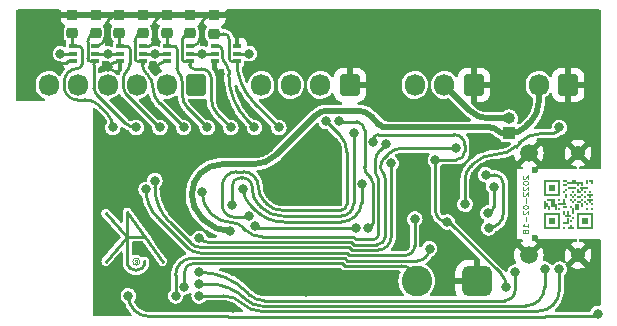
<source format=gbr>
%TF.GenerationSoftware,KiCad,Pcbnew,(6.0.2-0)*%
%TF.CreationDate,2022-02-22T18:38:15+00:00*%
%TF.ProjectId,Access2,41636365-7373-4322-9e6b-696361645f70,3*%
%TF.SameCoordinates,Original*%
%TF.FileFunction,Copper,L2,Bot*%
%TF.FilePolarity,Positive*%
%FSLAX46Y46*%
G04 Gerber Fmt 4.6, Leading zero omitted, Abs format (unit mm)*
G04 Created by KiCad (PCBNEW (6.0.2-0)) date 2022-02-22 18:38:15*
%MOMM*%
%LPD*%
G01*
G04 APERTURE LIST*
G04 Aperture macros list*
%AMRoundRect*
0 Rectangle with rounded corners*
0 $1 Rounding radius*
0 $2 $3 $4 $5 $6 $7 $8 $9 X,Y pos of 4 corners*
0 Add a 4 corners polygon primitive as box body*
4,1,4,$2,$3,$4,$5,$6,$7,$8,$9,$2,$3,0*
0 Add four circle primitives for the rounded corners*
1,1,$1+$1,$2,$3*
1,1,$1+$1,$4,$5*
1,1,$1+$1,$6,$7*
1,1,$1+$1,$8,$9*
0 Add four rect primitives between the rounded corners*
20,1,$1+$1,$2,$3,$4,$5,0*
20,1,$1+$1,$4,$5,$6,$7,0*
20,1,$1+$1,$6,$7,$8,$9,0*
20,1,$1+$1,$8,$9,$2,$3,0*%
G04 Aperture macros list end*
%ADD10C,0.100000*%
%TA.AperFunction,NonConductor*%
%ADD11C,0.100000*%
%TD*%
%TA.AperFunction,EtchedComponent*%
%ADD12C,0.250000*%
%TD*%
%TA.AperFunction,EtchedComponent*%
%ADD13C,0.080000*%
%TD*%
%TA.AperFunction,ComponentPad*%
%ADD14RoundRect,0.250000X0.600000X0.675000X-0.600000X0.675000X-0.600000X-0.675000X0.600000X-0.675000X0*%
%TD*%
%TA.AperFunction,ComponentPad*%
%ADD15O,1.700000X1.850000*%
%TD*%
%TA.AperFunction,ComponentPad*%
%ADD16C,0.600000*%
%TD*%
%TA.AperFunction,ComponentPad*%
%ADD17C,1.500000*%
%TD*%
%TA.AperFunction,ComponentPad*%
%ADD18C,1.250000*%
%TD*%
%TA.AperFunction,ComponentPad*%
%ADD19R,1.000000X1.000000*%
%TD*%
%TA.AperFunction,ComponentPad*%
%ADD20O,1.000000X1.000000*%
%TD*%
%TA.AperFunction,SMDPad,CuDef*%
%ADD21RoundRect,0.225000X0.250000X-0.225000X0.250000X0.225000X-0.250000X0.225000X-0.250000X-0.225000X0*%
%TD*%
%TA.AperFunction,SMDPad,CuDef*%
%ADD22R,0.650000X0.400000*%
%TD*%
%TA.AperFunction,SMDPad,CuDef*%
%ADD23R,0.200000X0.200000*%
%TD*%
%TA.AperFunction,SMDPad,CuDef*%
%ADD24R,1.200000X0.200000*%
%TD*%
%TA.AperFunction,SMDPad,CuDef*%
%ADD25R,0.600000X0.200000*%
%TD*%
%TA.AperFunction,SMDPad,CuDef*%
%ADD26R,0.400000X0.200000*%
%TD*%
%TA.AperFunction,SMDPad,CuDef*%
%ADD27R,1.400000X0.200000*%
%TD*%
%TA.AperFunction,SMDPad,CuDef*%
%ADD28R,0.200000X0.800000*%
%TD*%
%TA.AperFunction,SMDPad,CuDef*%
%ADD29R,0.800000X0.200000*%
%TD*%
%TA.AperFunction,SMDPad,CuDef*%
%ADD30R,0.200000X1.000000*%
%TD*%
%TA.AperFunction,SMDPad,CuDef*%
%ADD31R,0.200000X0.400000*%
%TD*%
%TA.AperFunction,SMDPad,CuDef*%
%ADD32R,0.200000X0.600000*%
%TD*%
%TA.AperFunction,SMDPad,CuDef*%
%ADD33R,0.400000X0.600000*%
%TD*%
%TA.AperFunction,SMDPad,CuDef*%
%ADD34R,0.600000X0.600000*%
%TD*%
%TA.AperFunction,SMDPad,CuDef*%
%ADD35R,0.200000X1.400000*%
%TD*%
%TA.AperFunction,ComponentPad*%
%ADD36RoundRect,0.650000X0.650000X0.650000X-0.650000X0.650000X-0.650000X-0.650000X0.650000X-0.650000X0*%
%TD*%
%TA.AperFunction,ComponentPad*%
%ADD37C,2.600000*%
%TD*%
%TA.AperFunction,ViaPad*%
%ADD38C,0.800000*%
%TD*%
%TA.AperFunction,Conductor*%
%ADD39C,0.250000*%
%TD*%
%TA.AperFunction,Conductor*%
%ADD40C,0.500000*%
%TD*%
G04 APERTURE END LIST*
D10*
%TO.C,U7*%
D11*
X143173809Y-80321428D02*
X143150000Y-80345238D01*
X143126190Y-80392857D01*
X143126190Y-80511904D01*
X143150000Y-80559523D01*
X143173809Y-80583333D01*
X143221428Y-80607142D01*
X143269047Y-80607142D01*
X143340476Y-80583333D01*
X143626190Y-80297619D01*
X143626190Y-80607142D01*
X143126190Y-80916666D02*
X143126190Y-80964285D01*
X143150000Y-81011904D01*
X143173809Y-81035714D01*
X143221428Y-81059523D01*
X143316666Y-81083333D01*
X143435714Y-81083333D01*
X143530952Y-81059523D01*
X143578571Y-81035714D01*
X143602380Y-81011904D01*
X143626190Y-80964285D01*
X143626190Y-80916666D01*
X143602380Y-80869047D01*
X143578571Y-80845238D01*
X143530952Y-80821428D01*
X143435714Y-80797619D01*
X143316666Y-80797619D01*
X143221428Y-80821428D01*
X143173809Y-80845238D01*
X143150000Y-80869047D01*
X143126190Y-80916666D01*
X143173809Y-81273809D02*
X143150000Y-81297619D01*
X143126190Y-81345238D01*
X143126190Y-81464285D01*
X143150000Y-81511904D01*
X143173809Y-81535714D01*
X143221428Y-81559523D01*
X143269047Y-81559523D01*
X143340476Y-81535714D01*
X143626190Y-81250000D01*
X143626190Y-81559523D01*
X143173809Y-81750000D02*
X143150000Y-81773809D01*
X143126190Y-81821428D01*
X143126190Y-81940476D01*
X143150000Y-81988095D01*
X143173809Y-82011904D01*
X143221428Y-82035714D01*
X143269047Y-82035714D01*
X143340476Y-82011904D01*
X143626190Y-81726190D01*
X143626190Y-82035714D01*
X143435714Y-82250000D02*
X143435714Y-82630952D01*
X143126190Y-82964285D02*
X143126190Y-83011904D01*
X143150000Y-83059523D01*
X143173809Y-83083333D01*
X143221428Y-83107142D01*
X143316666Y-83130952D01*
X143435714Y-83130952D01*
X143530952Y-83107142D01*
X143578571Y-83083333D01*
X143602380Y-83059523D01*
X143626190Y-83011904D01*
X143626190Y-82964285D01*
X143602380Y-82916666D01*
X143578571Y-82892857D01*
X143530952Y-82869047D01*
X143435714Y-82845238D01*
X143316666Y-82845238D01*
X143221428Y-82869047D01*
X143173809Y-82892857D01*
X143150000Y-82916666D01*
X143126190Y-82964285D01*
X143173809Y-83321428D02*
X143150000Y-83345238D01*
X143126190Y-83392857D01*
X143126190Y-83511904D01*
X143150000Y-83559523D01*
X143173809Y-83583333D01*
X143221428Y-83607142D01*
X143269047Y-83607142D01*
X143340476Y-83583333D01*
X143626190Y-83297619D01*
X143626190Y-83607142D01*
X143435714Y-83821428D02*
X143435714Y-84202380D01*
X143626190Y-84702380D02*
X143626190Y-84416666D01*
X143626190Y-84559523D02*
X143126190Y-84559523D01*
X143197619Y-84511904D01*
X143245238Y-84464285D01*
X143269047Y-84416666D01*
X143340476Y-84988095D02*
X143316666Y-84940476D01*
X143292857Y-84916666D01*
X143245238Y-84892857D01*
X143221428Y-84892857D01*
X143173809Y-84916666D01*
X143150000Y-84940476D01*
X143126190Y-84988095D01*
X143126190Y-85083333D01*
X143150000Y-85130952D01*
X143173809Y-85154761D01*
X143221428Y-85178571D01*
X143245238Y-85178571D01*
X143292857Y-85154761D01*
X143316666Y-85130952D01*
X143340476Y-85083333D01*
X143340476Y-84988095D01*
X143364285Y-84940476D01*
X143388095Y-84916666D01*
X143435714Y-84892857D01*
X143530952Y-84892857D01*
X143578571Y-84916666D01*
X143602380Y-84940476D01*
X143626190Y-84988095D01*
X143626190Y-85083333D01*
X143602380Y-85130952D01*
X143578571Y-85154761D01*
X143530952Y-85178571D01*
X143435714Y-85178571D01*
X143388095Y-85154761D01*
X143364285Y-85130952D01*
X143340476Y-85083333D01*
D12*
%TO.C,AJK1*%
X109650000Y-83400000D02*
X109650000Y-87600000D01*
D13*
X110500000Y-87450000D02*
X110400000Y-87450000D01*
X110400000Y-87610000D02*
X110300000Y-87750000D01*
X110500000Y-87450000D02*
X110500000Y-87750000D01*
D12*
X109650000Y-85500000D02*
X111150000Y-85500000D01*
X109650000Y-85500000D02*
X107850000Y-87600000D01*
D13*
X110500000Y-87610000D02*
X110400000Y-87610000D01*
D12*
X107850000Y-83500000D02*
X109650000Y-85500000D01*
X109650000Y-83400000D02*
X112650000Y-87600000D01*
D13*
X110400000Y-87450000D02*
G75*
G03*
X110400000Y-87610000I0J-80000D01*
G01*
D12*
X109650000Y-87600000D02*
G75*
G03*
X111150000Y-87600000I750000J0D01*
G01*
D13*
X110720000Y-87610000D02*
G75*
G03*
X110720000Y-87610000I-300000J0D01*
G01*
%TD*%
D14*
%TO.P,J5,1,Pin_1*%
%TO.N,GND*%
X147000000Y-72650000D03*
D15*
%TO.P,J5,2,Pin_2*%
%TO.N,+12V*%
X144500000Y-72650000D03*
%TD*%
D14*
%TO.P,J6,1,Pin_1*%
%TO.N,GND*%
X139000000Y-72650000D03*
D15*
%TO.P,J6,2,Pin_2*%
%TO.N,Net-(J6-Pad2)*%
X136500000Y-72650000D03*
%TO.P,J6,3,Pin_3*%
%TO.N,Net-(J6-Pad3)*%
X134000000Y-72650000D03*
%TD*%
D14*
%TO.P,J2,1,Pin_1*%
%TO.N,GND*%
X128500000Y-72650000D03*
D15*
%TO.P,J2,2,Pin_2*%
%TO.N,+5V*%
X126000000Y-72650000D03*
%TO.P,J2,3,Pin_3*%
%TO.N,Net-(J2-Pad3)*%
X123500000Y-72650000D03*
%TO.P,J2,4,Pin_4*%
%TO.N,Net-(J2-Pad4)*%
X121000000Y-72650000D03*
%TD*%
D14*
%TO.P,J3,1,Pin_1*%
%TO.N,Net-(J3-Pad1)*%
X115500000Y-72650000D03*
D15*
%TO.P,J3,2,Pin_2*%
%TO.N,Net-(J3-Pad2)*%
X113000000Y-72650000D03*
%TO.P,J3,3,Pin_3*%
%TO.N,Net-(J3-Pad3)*%
X110500000Y-72650000D03*
%TO.P,J3,4,Pin_4*%
%TO.N,Net-(J3-Pad4)*%
X108000000Y-72650000D03*
%TO.P,J3,5,Pin_5*%
%TO.N,Net-(J3-Pad5)*%
X105500000Y-72650000D03*
%TO.P,J3,6,Pin_6*%
%TO.N,Net-(J3-Pad6)*%
X103000000Y-72650000D03*
%TD*%
D16*
%TO.P,J1,S1,SHIELD*%
%TO.N,GND*%
X144145000Y-85640000D03*
D17*
X143655000Y-87070000D03*
D16*
X144145000Y-79860000D03*
D18*
X147825000Y-78430000D03*
X147825000Y-87070000D03*
D17*
X143655000Y-78430000D03*
%TD*%
D19*
%TO.P,JP1,1,A*%
%TO.N,+12V*%
X142000000Y-76750000D03*
D20*
%TO.P,JP1,2,B*%
%TO.N,Net-(J6-Pad2)*%
X142000000Y-75480000D03*
%TD*%
D21*
%TO.P,C3,1*%
%TO.N,IN1*%
X115000000Y-68275000D03*
%TO.P,C3,2*%
%TO.N,GND*%
X115000000Y-66725000D03*
%TD*%
%TO.P,C5,1*%
%TO.N,IN3*%
X111000000Y-68275000D03*
%TO.P,C5,2*%
%TO.N,GND*%
X111000000Y-66725000D03*
%TD*%
%TO.P,C7,1*%
%TO.N,IN5*%
X107000000Y-68275000D03*
%TO.P,C7,2*%
%TO.N,GND*%
X107000000Y-66725000D03*
%TD*%
D22*
%TO.P,D1,1,A1*%
%TO.N,GND*%
X117050000Y-70650000D03*
%TO.P,D1,2,K2*%
%TO.N,+3V3*%
X117050000Y-70000000D03*
%TO.P,D1,3,K1A2*%
%TO.N,RFTX*%
X117050000Y-69350000D03*
%TO.P,D1,4,A3*%
%TO.N,GND*%
X118950000Y-69350000D03*
%TO.P,D1,5,K4*%
%TO.N,+3V3*%
X118950000Y-70000000D03*
%TO.P,D1,6,K3A4*%
%TO.N,RFRX*%
X118950000Y-70650000D03*
%TD*%
%TO.P,D4,1,A1*%
%TO.N,GND*%
X105050000Y-70650000D03*
%TO.P,D4,2,K2*%
%TO.N,+3V3*%
X105050000Y-70000000D03*
%TO.P,D4,3,K1A2*%
%TO.N,IN6*%
X105050000Y-69350000D03*
%TO.P,D4,4,A3*%
%TO.N,GND*%
X106950000Y-69350000D03*
%TO.P,D4,5,K4*%
%TO.N,+3V3*%
X106950000Y-70000000D03*
%TO.P,D4,6,K3A4*%
%TO.N,IN5*%
X106950000Y-70650000D03*
%TD*%
D23*
%TO.P,U7,*%
%TO.N,*%
X148200000Y-81150000D03*
X148600000Y-82750000D03*
X147400000Y-82550000D03*
X148400000Y-82550000D03*
X148200000Y-81550000D03*
X148800000Y-82550000D03*
D24*
X145700000Y-81950000D03*
D25*
X148800000Y-82350000D03*
D23*
X146200000Y-83150000D03*
D26*
X146700000Y-82950000D03*
D27*
X147600000Y-80950000D03*
D25*
X147200000Y-84750000D03*
D23*
X147400000Y-81750000D03*
D24*
X145700000Y-83550000D03*
D26*
X147900000Y-82550000D03*
D28*
X145000000Y-82850000D03*
D29*
X146500000Y-82750000D03*
D23*
X146800000Y-81550000D03*
X147400000Y-83950000D03*
X148200000Y-81950000D03*
D30*
X146200000Y-81350000D03*
D25*
X148800000Y-81950000D03*
D31*
X148200000Y-82850000D03*
D23*
X148600000Y-83150000D03*
D24*
X145700000Y-84750000D03*
X148500000Y-84750000D03*
D32*
X147400000Y-83350000D03*
D31*
X147000000Y-83450000D03*
D23*
X148800000Y-82150000D03*
D33*
X145700000Y-82750000D03*
D23*
X148000000Y-81750000D03*
X148200000Y-82350000D03*
X146600000Y-84750000D03*
X149000000Y-82750000D03*
D34*
X148400000Y-84150000D03*
D26*
X146700000Y-81150000D03*
D23*
X146600000Y-81750000D03*
D31*
X148600000Y-80850000D03*
D23*
X148400000Y-81750000D03*
D30*
X149000000Y-84150000D03*
D29*
X145500000Y-82350000D03*
D31*
X146600000Y-83450000D03*
D23*
X147200000Y-84150000D03*
D34*
X145600000Y-84150000D03*
D31*
X146800000Y-82050000D03*
D23*
X147200000Y-81950000D03*
D35*
X145000000Y-84150000D03*
D31*
X145400000Y-83050000D03*
D23*
X147600000Y-81950000D03*
D31*
X147800000Y-81650000D03*
X145200000Y-82850000D03*
D35*
X147800000Y-84150000D03*
D23*
X147400000Y-82150000D03*
X149000000Y-83150000D03*
D25*
X146800000Y-84350000D03*
D23*
X147200000Y-82950000D03*
D29*
X148300000Y-81350000D03*
D23*
X147800000Y-81150000D03*
D30*
X146200000Y-84150000D03*
D23*
X149000000Y-80950000D03*
D24*
X148500000Y-83550000D03*
D33*
X147700000Y-82950000D03*
D26*
X147900000Y-82150000D03*
D34*
X145600000Y-81350000D03*
D24*
X145700000Y-80750000D03*
D35*
X145000000Y-81350000D03*
D31*
X147000000Y-84050000D03*
D26*
X146700000Y-80750000D03*
D23*
X146200000Y-82350000D03*
D26*
X148900000Y-80750000D03*
D23*
X148400000Y-82150000D03*
D31*
X146600000Y-82450000D03*
D23*
X147200000Y-84550000D03*
D32*
X146000000Y-82950000D03*
D23*
X148800000Y-81750000D03*
D25*
X147000000Y-83750000D03*
D23*
X147200000Y-82350000D03*
D26*
X147500000Y-80750000D03*
D23*
X147600000Y-82350000D03*
D29*
X147300000Y-81350000D03*
%TD*%
D21*
%TO.P,C2,1*%
%TO.N,RFRX*%
X117000000Y-68300000D03*
%TO.P,C2,2*%
%TO.N,GND*%
X117000000Y-66750000D03*
%TD*%
D22*
%TO.P,D3,1,A1*%
%TO.N,GND*%
X109050000Y-70650000D03*
%TO.P,D3,2,K2*%
%TO.N,+3V3*%
X109050000Y-70000000D03*
%TO.P,D3,3,K1A2*%
%TO.N,IN4*%
X109050000Y-69350000D03*
%TO.P,D3,4,A3*%
%TO.N,GND*%
X110950000Y-69350000D03*
%TO.P,D3,5,K4*%
%TO.N,+3V3*%
X110950000Y-70000000D03*
%TO.P,D3,6,K3A4*%
%TO.N,IN3*%
X110950000Y-70650000D03*
%TD*%
D36*
%TO.P,J4,1,Pin_1*%
%TO.N,GND*%
X139250000Y-89250000D03*
D37*
%TO.P,J4,2,Pin_2*%
%TO.N,TAMPER*%
X134170000Y-89250000D03*
%TD*%
D21*
%TO.P,C8,1*%
%TO.N,IN6*%
X105000000Y-68275000D03*
%TO.P,C8,2*%
%TO.N,GND*%
X105000000Y-66725000D03*
%TD*%
%TO.P,C6,1*%
%TO.N,IN4*%
X109000000Y-68275000D03*
%TO.P,C6,2*%
%TO.N,GND*%
X109000000Y-66725000D03*
%TD*%
D22*
%TO.P,D2,1,A1*%
%TO.N,GND*%
X113050000Y-70650000D03*
%TO.P,D2,2,K2*%
%TO.N,+3V3*%
X113050000Y-70000000D03*
%TO.P,D2,3,K1A2*%
%TO.N,IN2*%
X113050000Y-69350000D03*
%TO.P,D2,4,A3*%
%TO.N,GND*%
X114950000Y-69350000D03*
%TO.P,D2,5,K4*%
%TO.N,+3V3*%
X114950000Y-70000000D03*
%TO.P,D2,6,K3A4*%
%TO.N,IN1*%
X114950000Y-70650000D03*
%TD*%
D21*
%TO.P,C4,1*%
%TO.N,IN2*%
X113000000Y-68275000D03*
%TO.P,C4,2*%
%TO.N,GND*%
X113000000Y-66725000D03*
%TD*%
D38*
%TO.N,+3V3*%
X136750000Y-84250000D03*
X109750000Y-90500000D03*
X130494662Y-77509913D03*
X120000000Y-70000000D03*
X116000000Y-70000000D03*
X108000000Y-70000000D03*
X112000000Y-70000000D03*
X149500000Y-92000000D03*
X135750000Y-79000000D03*
X141750000Y-89750000D03*
X104000000Y-70000000D03*
%TO.N,GND*%
X108750000Y-81250000D03*
X132000000Y-89750000D03*
X123900000Y-75500000D03*
X117500000Y-71750000D03*
X112000000Y-78000000D03*
X108000000Y-71125500D03*
X112000000Y-71250000D03*
X124750000Y-82500000D03*
X118600000Y-91500000D03*
X124750000Y-90176967D03*
X116900000Y-78400000D03*
%TO.N,RFTX*%
X120425500Y-76250000D03*
%TO.N,RFRX*%
X122500000Y-76250000D03*
%TO.N,+5V*%
X127550135Y-75675500D03*
X130011971Y-84788574D03*
%TO.N,OUT1*%
X137500000Y-78000000D03*
X115772874Y-85626478D03*
%TO.N,SHDN*%
X128822959Y-76726239D03*
X118529927Y-82779927D03*
%TO.N,O*%
X134000000Y-84000000D03*
X111250000Y-81500000D03*
%TO.N,I*%
X132006578Y-79268021D03*
X112000000Y-80750000D03*
%TO.N,IN1*%
X118425500Y-76250000D03*
%TO.N,IN2*%
X116425500Y-76250000D03*
%TO.N,IN3*%
X114425500Y-76250000D03*
%TO.N,EN*%
X113750000Y-90500000D03*
X135250000Y-86500000D03*
%TO.N,+12V*%
X118339395Y-85025500D03*
%TO.N,Net-(J1-PadA7)*%
X140000000Y-80250000D03*
X140250000Y-84750000D03*
%TO.N,Net-(J1-PadA6)*%
X140191179Y-83492439D03*
X140675500Y-81250000D03*
%TO.N,Net-(Q1-Pad3)*%
X126507070Y-75729856D03*
X119938864Y-83773743D03*
%TO.N,TAMPER*%
X114500000Y-89750000D03*
%TO.N,IN4*%
X112425500Y-76250000D03*
%TO.N,IN5*%
X110425500Y-76250000D03*
%TO.N,IN6*%
X108425500Y-76250000D03*
%TO.N,Net-(R2-Pad2)*%
X146250000Y-76250000D03*
X138250000Y-82750000D03*
%TO.N,BOOT*%
X116000000Y-81750000D03*
X131580349Y-77645052D03*
%TO.N,R*%
X142500000Y-88500000D03*
X115750000Y-88500995D03*
%TO.N,G*%
X146250000Y-88250000D03*
X115750000Y-90500000D03*
%TO.N,B*%
X145000000Y-88250000D03*
X115750000Y-89500497D03*
%TO.N,Net-(R21-Pad2)*%
X120465865Y-84623022D03*
X128988029Y-84788574D03*
%TO.N,Net-(R22-Pad2)*%
X129547459Y-81006749D03*
X119500000Y-81500000D03*
%TD*%
D39*
%TO.N,+3V3*%
X118950000Y-70000000D02*
X120000000Y-70000000D01*
X145000000Y-92250000D02*
X144987312Y-92262688D01*
X106950000Y-70000000D02*
X108000000Y-70000000D01*
X149250000Y-92250000D02*
X149500000Y-92000000D01*
X138248035Y-78251965D02*
X138248035Y-77751965D01*
X145000000Y-92250000D02*
X149250000Y-92250000D01*
X136928179Y-84250000D02*
X141270455Y-88592276D01*
X118196051Y-92262688D02*
X118183363Y-92250000D01*
X136750000Y-84250000D02*
X136928179Y-84250000D01*
X114950000Y-70000000D02*
X116000000Y-70000000D01*
X110950000Y-70000000D02*
X112000000Y-70000000D01*
X105050000Y-70000000D02*
X104000000Y-70000000D01*
X135750000Y-79000000D02*
X135750000Y-83250000D01*
X118183363Y-92250000D02*
X111500000Y-92250000D01*
X144987312Y-92262688D02*
X118196051Y-92262688D01*
X137345573Y-76849503D02*
X130900497Y-76849503D01*
X130494662Y-77255338D02*
X130494662Y-77509913D01*
X116000000Y-70000000D02*
X117050000Y-70000000D01*
X135750000Y-79000000D02*
X137500000Y-79000000D01*
X112000000Y-70000000D02*
X113050000Y-70000000D01*
X108000000Y-70000000D02*
X109050000Y-70000000D01*
X141750000Y-89750000D02*
G75*
G03*
X141270455Y-88592276I-1637271J-1D01*
G01*
X137345573Y-76849503D02*
G75*
G02*
X138248035Y-77751965I0J-902462D01*
G01*
X130494662Y-77255338D02*
G75*
G02*
X130900497Y-76849503I405834J1D01*
G01*
X111500000Y-92250000D02*
G75*
G02*
X109750000Y-90500000I0J1750000D01*
G01*
X138248035Y-78251965D02*
G75*
G02*
X137500000Y-79000000I-748034J-1D01*
G01*
X136750000Y-84250000D02*
G75*
G02*
X135750000Y-83250000I-1J999999D01*
G01*
%TO.N,GND*%
X111799520Y-69075480D02*
X111799520Y-67925480D01*
X102750000Y-67568523D02*
X102750000Y-70250000D01*
X115799520Y-68727618D02*
X115799520Y-67950480D01*
X104550000Y-70750000D02*
X103250000Y-70750000D01*
X105050000Y-70650000D02*
X104650000Y-70650000D01*
X114950000Y-69350000D02*
X115177138Y-69350000D01*
X108069267Y-71056233D02*
X108000000Y-71125500D01*
X105000000Y-66725000D02*
X103593523Y-66725000D01*
X117050000Y-70650000D02*
X117050000Y-70663604D01*
X110950000Y-69350000D02*
X111525000Y-69350000D01*
X112281802Y-70968198D02*
X112000000Y-71250000D01*
X107800000Y-68500000D02*
X107800000Y-67925000D01*
X109000000Y-66725000D02*
G75*
G03*
X107800000Y-67925000I0J-1200000D01*
G01*
X117500000Y-71750000D02*
G75*
G02*
X117050000Y-70663604I1086395J1086396D01*
G01*
X104550000Y-70750000D02*
G75*
G02*
X104650000Y-70650000I99999J1D01*
G01*
X102750000Y-70250000D02*
G75*
G03*
X103250000Y-70750000I500001J1D01*
G01*
X115799520Y-68727618D02*
G75*
G02*
X115177138Y-69350000I-622380J-2D01*
G01*
X102750000Y-67568523D02*
G75*
G02*
X103593523Y-66725000I843522J1D01*
G01*
X112281802Y-70968198D02*
G75*
G02*
X113050000Y-70650000I768198J-768197D01*
G01*
X113000000Y-66725000D02*
G75*
G03*
X111799520Y-67925480I-2J-1200478D01*
G01*
X111799520Y-69075480D02*
G75*
G02*
X111525000Y-69350000I-274520J0D01*
G01*
X108069267Y-71056233D02*
G75*
G02*
X109050000Y-70650000I980735J-980738D01*
G01*
X107800000Y-68500000D02*
G75*
G02*
X106950000Y-69350000I-849999J-1D01*
G01*
X117000000Y-66750000D02*
G75*
G03*
X115799520Y-67950480I-2J-1200478D01*
G01*
%TO.N,RFTX*%
X117050000Y-69350000D02*
X117350000Y-69350000D01*
X117700859Y-69700859D02*
X117700859Y-70099141D01*
X118250000Y-71750000D02*
X118250000Y-71424884D01*
X120425500Y-76250000D02*
X119893670Y-75718170D01*
X118250000Y-71750000D02*
G75*
G03*
X119893670Y-75718170I5611841J1D01*
G01*
X118055627Y-70955627D02*
G75*
G02*
X118250000Y-71424884I-469257J-469258D01*
G01*
X118055627Y-70955627D02*
G75*
G02*
X117700859Y-70099141I856484J856485D01*
G01*
X117700859Y-69700859D02*
G75*
G03*
X117350000Y-69350000I-350858J1D01*
G01*
%TO.N,RFRX*%
X118300000Y-68800000D02*
X118300000Y-69999022D01*
X122500000Y-76250000D02*
X120399569Y-74149569D01*
X117000000Y-68300000D02*
X117800000Y-68300000D01*
X118950000Y-70650000D02*
X118550978Y-70650000D01*
X118300489Y-69999511D02*
X118300489Y-70399511D01*
X118950000Y-70650000D02*
G75*
G03*
X120399569Y-74149569I4949130J-3D01*
G01*
X118300489Y-69999511D02*
G75*
G02*
X118300000Y-69999022I-1J488D01*
G01*
X118300000Y-68800000D02*
G75*
G03*
X117800000Y-68300000I-500001J-1D01*
G01*
X118300489Y-70399511D02*
G75*
G03*
X118550978Y-70650000I250491J2D01*
G01*
%TO.N,+5V*%
X130262300Y-80487700D02*
X130012300Y-80237700D01*
X129084283Y-75751965D02*
X127626600Y-75751965D01*
X129750000Y-79604452D02*
X129750000Y-76500000D01*
X130474501Y-84326044D02*
X130474501Y-80999998D01*
X127626600Y-75751965D02*
X127550135Y-75675500D01*
X129750001Y-79604452D02*
G75*
G03*
X130012301Y-80237699I895538J-4D01*
G01*
X129084283Y-75751966D02*
G75*
G02*
X129749999Y-76500000I-89753J-750122D01*
G01*
X130262300Y-80487700D02*
G75*
G02*
X130474501Y-80999998I-512293J-512296D01*
G01*
X130474501Y-84326044D02*
G75*
G02*
X130011971Y-84788574I-462530J0D01*
G01*
%TO.N,OUT1*%
X115772874Y-85626478D02*
X115851082Y-85704686D01*
X128620662Y-85951956D02*
X128842705Y-86173999D01*
X116448044Y-85951956D02*
X128620662Y-85951956D01*
X131500000Y-78750000D02*
X131750000Y-78500000D01*
X132957106Y-78000000D02*
X137500000Y-78000000D01*
X131439960Y-78810041D02*
X131500000Y-78750000D01*
X129216809Y-86174011D02*
X130825989Y-86174011D01*
X128842705Y-86173999D02*
X129216797Y-86173999D01*
X129216797Y-86173999D02*
X129216809Y-86174011D01*
X131500000Y-85500000D02*
X131500000Y-80603553D01*
X116448044Y-85951955D02*
G75*
G02*
X115851083Y-85704685I2J844235D01*
G01*
X131500000Y-85500000D02*
G75*
G02*
X130825989Y-86174011I-674010J-1D01*
G01*
X131250000Y-80000000D02*
G75*
G02*
X131500000Y-80603553I-603552J-603553D01*
G01*
X132957106Y-78000001D02*
G75*
G03*
X131750001Y-78500001I1J-1707107D01*
G01*
X131439960Y-78810041D02*
G75*
G03*
X131098531Y-79634322I824272J-824278D01*
G01*
X131098531Y-79634322D02*
G75*
G03*
X131250000Y-80000000I517138J-3D01*
G01*
%TO.N,SHDN*%
X120250000Y-81500000D02*
X120250000Y-81353553D01*
X118529927Y-82779927D02*
X118529927Y-81220073D01*
X127750000Y-83750000D02*
X122810660Y-83750000D01*
X128822959Y-76726239D02*
X128822959Y-82677041D01*
X119250000Y-80500000D02*
X119396447Y-80500000D01*
X121000000Y-83000000D02*
X120780330Y-82780330D01*
X121000000Y-83000000D02*
G75*
G03*
X122810660Y-83750000I1810662J1810664D01*
G01*
X119250000Y-80500000D02*
G75*
G03*
X118529927Y-81220073I-2J-720071D01*
G01*
X119396447Y-80500000D02*
G75*
G02*
X120250000Y-81353553I0J-853553D01*
G01*
X127750000Y-83750000D02*
G75*
G03*
X128822959Y-82677041I1J1072958D01*
G01*
X120250000Y-81500000D02*
G75*
G03*
X120780330Y-82780330I1810655J-2D01*
G01*
%TO.N,O*%
X128470331Y-87073033D02*
X133176966Y-87073034D01*
X134000000Y-84000000D02*
X134000000Y-86250000D01*
X115785811Y-86850978D02*
X119669265Y-86850977D01*
X119669265Y-86850977D02*
X119669267Y-86850979D01*
X112247236Y-83907539D02*
X114769848Y-86430152D01*
X119669267Y-86850979D02*
X128248278Y-86850980D01*
X128248278Y-86850980D02*
X128470331Y-87073033D01*
X134000000Y-86250000D02*
G75*
G02*
X133176966Y-87073034I-823034J0D01*
G01*
X115785811Y-86850977D02*
G75*
G02*
X114769849Y-86430151I0J1436787D01*
G01*
X112247236Y-83907539D02*
G75*
G02*
X111250000Y-81500000I2407534J2407538D01*
G01*
%TO.N,I*%
X115856521Y-86401467D02*
X119855458Y-86401466D01*
X132006578Y-85493422D02*
X132006578Y-79268021D01*
X112000000Y-80750000D02*
X112000000Y-81274228D01*
X129030617Y-86623523D02*
X130876477Y-86623523D01*
X113237700Y-84262300D02*
X115037700Y-86062300D01*
X128434471Y-86401469D02*
X128656512Y-86623510D01*
X129030604Y-86623510D02*
X129030617Y-86623523D01*
X119855458Y-86401466D02*
X128434471Y-86401469D01*
X128656512Y-86623510D02*
X129030604Y-86623510D01*
X132006578Y-85493422D02*
G75*
G02*
X130876477Y-86623523I-1130101J0D01*
G01*
X113237700Y-84262300D02*
G75*
G02*
X112000000Y-81274228I2988079J2988075D01*
G01*
X115856521Y-86401466D02*
G75*
G02*
X115037701Y-86062299I1J1157989D01*
G01*
%TO.N,IN1*%
X114425978Y-70650000D02*
X114950000Y-70650000D01*
X115281254Y-71281254D02*
X115932252Y-71281254D01*
X114725000Y-68275000D02*
X114300489Y-68699511D01*
X114300489Y-70524511D02*
X114425978Y-70650000D01*
X116775499Y-72124501D02*
X116775499Y-73804857D01*
X114950000Y-70650000D02*
X114950000Y-70950000D01*
X114300489Y-68699511D02*
X114300489Y-70524511D01*
X117337750Y-75162250D02*
X118425500Y-76250000D01*
X115000000Y-68275000D02*
X114725000Y-68275000D01*
X115281254Y-71281254D02*
G75*
G02*
X114950000Y-70950000I0J331254D01*
G01*
X117337750Y-75162250D02*
G75*
G02*
X116775499Y-73804857I1357404J1357398D01*
G01*
X116775499Y-72124501D02*
G75*
G03*
X115932252Y-71281254I-843246J1D01*
G01*
%TO.N,IN2*%
X114300489Y-72325444D02*
X114300489Y-73400489D01*
X113050000Y-69350000D02*
X113625000Y-69350000D01*
X114812788Y-74637288D02*
X116425500Y-76250000D01*
X113000000Y-68275000D02*
X113000000Y-69300000D01*
X113850978Y-69575978D02*
X113850978Y-71240230D01*
X113850978Y-69575978D02*
G75*
G03*
X113625000Y-69350000I-225977J1D01*
G01*
X114300488Y-72325444D02*
G75*
G03*
X113999999Y-71600001I-1025939J-3D01*
G01*
X114000000Y-71600000D02*
G75*
G02*
X113850978Y-71240230I359774J359772D01*
G01*
X114812788Y-74637288D02*
G75*
G02*
X114300489Y-73400489I1236796J1236798D01*
G01*
X113050000Y-69350000D02*
G75*
G02*
X113000000Y-69300000I1J50001D01*
G01*
%TO.N,IN3*%
X111000000Y-68275000D02*
X110975000Y-68275000D01*
X110300489Y-68949511D02*
X110300489Y-70355788D01*
X110594701Y-70650000D02*
X110950000Y-70650000D01*
X112390401Y-74214901D02*
X114425500Y-76250000D01*
X110950000Y-70650000D02*
X110950000Y-70878888D01*
X111293011Y-71706989D02*
X111393011Y-71806989D01*
X110594701Y-70650000D02*
G75*
G02*
X110300489Y-70355788I1J294213D01*
G01*
X110300489Y-68949511D02*
G75*
G02*
X110975000Y-68275000I674512J-1D01*
G01*
X112390401Y-74214901D02*
G75*
G02*
X111825480Y-72851061I1363837J1363839D01*
G01*
X111293011Y-71706989D02*
G75*
G02*
X110950000Y-70878888I828104J828103D01*
G01*
X111825479Y-72851061D02*
G75*
G03*
X111393011Y-71806989I-1476538J1D01*
G01*
%TO.N,EN*%
X128284138Y-87522544D02*
X128062084Y-87300490D01*
X113750000Y-88750000D02*
X113750000Y-90500000D01*
X134227456Y-87522544D02*
X128284138Y-87522544D01*
X128062084Y-87300490D02*
X115199510Y-87300490D01*
X134227456Y-87522544D02*
G75*
G03*
X135250000Y-86500000I1J1022543D01*
G01*
X113750000Y-88750000D02*
G75*
G02*
X115199510Y-87300490I1449511J-1D01*
G01*
D40*
%TO.N,+12V*%
X142000000Y-76750000D02*
X141603553Y-76750000D01*
X116112501Y-84037247D02*
X116224902Y-84149649D01*
X115912184Y-83836929D02*
X116112501Y-84037247D01*
X144500000Y-72650000D02*
X144500000Y-74087073D01*
X143793270Y-75793270D02*
X143428063Y-76158477D01*
X140396447Y-76250000D02*
X131603553Y-76250000D01*
X125629883Y-75229883D02*
X122359832Y-78499934D01*
X129174001Y-74825999D02*
X126604945Y-74825999D01*
X120266868Y-79366868D02*
X117666868Y-79366868D01*
X131000000Y-76000000D02*
X130287031Y-75287031D01*
X118339395Y-85025499D02*
G75*
G02*
X116224902Y-84149649I-1J2990344D01*
G01*
X141000000Y-76500000D02*
G75*
G03*
X141603553Y-76750000I603553J603552D01*
G01*
X129174001Y-74826000D02*
G75*
G02*
X130287030Y-75287032I1J-1574060D01*
G01*
X140396447Y-76250000D02*
G75*
G02*
X141000000Y-76500000I0J-853552D01*
G01*
X142000000Y-76749999D02*
G75*
G03*
X143428062Y-76158476I-1J2019588D01*
G01*
X115912184Y-83836929D02*
G75*
G02*
X115116868Y-81916868I1920058J1920061D01*
G01*
X125629883Y-75229883D02*
G75*
G02*
X126604945Y-74825999I975063J-975065D01*
G01*
X143793270Y-75793270D02*
G75*
G03*
X144500000Y-74087073I-1706207J1706201D01*
G01*
X131000000Y-76000000D02*
G75*
G03*
X131603553Y-76250000I603553J603552D01*
G01*
X115116868Y-81916868D02*
G75*
G02*
X117666868Y-79366868I2550001J-1D01*
G01*
X120266868Y-79366868D02*
G75*
G03*
X122359832Y-78499934I-1J2959900D01*
G01*
D39*
%TO.N,Net-(J1-PadA7)*%
X140000000Y-80250000D02*
X140750000Y-80250000D01*
X141500000Y-81000000D02*
X141500000Y-83500000D01*
X140250000Y-84750000D02*
G75*
G03*
X141500000Y-83500000I-2J1250002D01*
G01*
X141500000Y-81000000D02*
G75*
G03*
X140750000Y-80250000I-750000J0D01*
G01*
%TO.N,Net-(J1-PadA6)*%
X140675500Y-81250000D02*
X140675500Y-83008118D01*
X140191179Y-83492439D02*
G75*
G03*
X140675500Y-83008118I1J484320D01*
G01*
%TO.N,Net-(Q1-Pad3)*%
X121280330Y-82530330D02*
X121500000Y-82750000D01*
X128250000Y-82750000D02*
X128250000Y-78337426D01*
X122707106Y-83250000D02*
X127750000Y-83250000D01*
X127638607Y-76861393D02*
X126507070Y-75729856D01*
X119866456Y-83846151D02*
X118738055Y-83846151D01*
X118899022Y-80000000D02*
X119500000Y-80000000D01*
X117695952Y-82804048D02*
X117695952Y-81203070D01*
X119938864Y-83773743D02*
X119866456Y-83846151D01*
X121280330Y-82530330D02*
G75*
G02*
X120750000Y-81250000I1280325J1280328D01*
G01*
X127638607Y-76861393D02*
G75*
G02*
X128250000Y-78337426I-1476036J-1476034D01*
G01*
X122707106Y-83249999D02*
G75*
G02*
X121500001Y-82749999I1J1707107D01*
G01*
X117695952Y-82804048D02*
G75*
G03*
X118738055Y-83846151I1042103J0D01*
G01*
X128250000Y-82750000D02*
G75*
G02*
X127750000Y-83250000I-500001J1D01*
G01*
X118899022Y-80000000D02*
G75*
G03*
X117695952Y-81203070I0J-1203070D01*
G01*
X120750000Y-81250000D02*
G75*
G03*
X119500000Y-80000000I-1250002J-2D01*
G01*
%TO.N,TAMPER*%
X132892055Y-87972055D02*
X128097945Y-87972055D01*
X114500000Y-88500000D02*
X114500000Y-89750000D01*
X128097945Y-87972055D02*
X127875890Y-87750000D01*
X127875890Y-87750000D02*
X115250000Y-87750000D01*
X114500000Y-88500000D02*
G75*
G02*
X115250000Y-87750000I750000J0D01*
G01*
X132892055Y-87972055D02*
G75*
G02*
X134170000Y-89250000I1J-1277944D01*
G01*
%TO.N,IN4*%
X109000000Y-68275000D02*
X109000000Y-69300000D01*
X112363978Y-76250000D02*
X112425500Y-76250000D01*
X109325480Y-72162749D02*
X109325480Y-72884099D01*
X109850978Y-69575978D02*
X109850978Y-70894086D01*
X109000000Y-69300000D02*
X109050000Y-69350000D01*
X109556989Y-73443011D02*
X112363978Y-76250000D01*
X109050000Y-69350000D02*
X109625000Y-69350000D01*
X109556989Y-73443011D02*
G75*
G02*
X109325480Y-72884099I558920J558916D01*
G01*
X109850978Y-69575978D02*
G75*
G03*
X109625000Y-69350000I-225977J1D01*
G01*
X109325481Y-72162749D02*
G75*
G02*
X109600001Y-71500001I937270J-1D01*
G01*
X109600000Y-71500000D02*
G75*
G03*
X109850978Y-70894086I-605914J605914D01*
G01*
%TO.N,IN5*%
X107027729Y-73413751D02*
X109466922Y-75852944D01*
X106950000Y-70650000D02*
X106550000Y-70650000D01*
X106825480Y-70950617D02*
X106825480Y-72925480D01*
X106300489Y-70400489D02*
X106300489Y-68974511D01*
X107027729Y-73413751D02*
G75*
G02*
X106825480Y-72925480I488269J488271D01*
G01*
X107000000Y-68275000D02*
G75*
G03*
X106300489Y-68974511I0J-699511D01*
G01*
X106825480Y-70950617D02*
G75*
G02*
X106950000Y-70650000I425138J-1D01*
G01*
X106300489Y-70400489D02*
G75*
G03*
X106550000Y-70650000I249511J0D01*
G01*
X110425500Y-76249999D02*
G75*
G02*
X109466923Y-75852943I-3J1355626D01*
G01*
%TO.N,IN6*%
X105050000Y-69350000D02*
X105551956Y-69350000D01*
X107300000Y-74400000D02*
X107913201Y-75013201D01*
X105000000Y-68275000D02*
X105000000Y-69300000D01*
X105000000Y-69300000D02*
X105050000Y-69350000D01*
X104325480Y-72374520D02*
X104325480Y-72825480D01*
X105850978Y-69649022D02*
X105850978Y-70849022D01*
X105400000Y-73900000D02*
X106092894Y-73900000D01*
X104325480Y-72374520D02*
G75*
G02*
X105435044Y-71264956I1109565J-1D01*
G01*
X105435044Y-71264956D02*
G75*
G03*
X105850978Y-70849022I1J415933D01*
G01*
X108425500Y-76250000D02*
G75*
G03*
X107913201Y-75013201I-1749095J1D01*
G01*
X105850978Y-69649022D02*
G75*
G03*
X105551956Y-69350000I-299024J-2D01*
G01*
X107300000Y-74400000D02*
G75*
G03*
X106092894Y-73900000I-1207107J-1207108D01*
G01*
X105400000Y-73900000D02*
G75*
G02*
X104325480Y-72825480I1J1074521D01*
G01*
%TO.N,Net-(R2-Pad2)*%
X144750000Y-76750000D02*
X145750000Y-76750000D01*
X138250000Y-82750000D02*
X138250000Y-80707106D01*
X142534726Y-77864295D02*
X142824511Y-77574511D01*
X142824511Y-77574511D02*
X142870513Y-77528509D01*
X138750000Y-79500000D02*
X138866116Y-79383884D01*
X141000000Y-78500000D02*
G75*
G03*
X138866116Y-79383884I0J-3017766D01*
G01*
X144750000Y-76750000D02*
G75*
G03*
X142870513Y-77528509I1J-2657997D01*
G01*
X142534726Y-77864295D02*
G75*
G02*
X141000000Y-78500000I-1534724J1534719D01*
G01*
X145750000Y-76750000D02*
G75*
G03*
X146250000Y-76250000I-1J500001D01*
G01*
X138750000Y-79500000D02*
G75*
G03*
X138250000Y-80707106I1207108J-1207107D01*
G01*
%TO.N,BOOT*%
X130649020Y-79149020D02*
X130649020Y-79982557D01*
X130512181Y-85724501D02*
X129403002Y-85724500D01*
X129402972Y-85724488D02*
X129402960Y-85724476D01*
X119612700Y-84887300D02*
X119362558Y-84637158D01*
X129403002Y-85724500D02*
X129402991Y-85724489D01*
X129402960Y-85724476D02*
X129028886Y-85724476D01*
X128806859Y-85502449D02*
X121097801Y-85502449D01*
X129028886Y-85724476D02*
X128806859Y-85502449D01*
X131580349Y-77645052D02*
X131053937Y-78171464D01*
X129402991Y-85724489D02*
X129402972Y-85724488D01*
X130924011Y-80646443D02*
X130924011Y-85312671D01*
X130830152Y-80419848D02*
G75*
G02*
X130649020Y-79982557I437295J437293D01*
G01*
X118550999Y-84300999D02*
G75*
G02*
X119362558Y-84637158I0J-1147717D01*
G01*
X116000000Y-81750000D02*
G75*
G03*
X118550999Y-84300999I2550998J-1D01*
G01*
X130924011Y-80646443D02*
G75*
G03*
X130830152Y-80419848I-320453J0D01*
G01*
X130512181Y-85724501D02*
G75*
G03*
X130924011Y-85312671I1J411829D01*
G01*
X119612700Y-84887300D02*
G75*
G03*
X121097801Y-85502449I1485101J1485100D01*
G01*
X130649020Y-79149020D02*
G75*
G02*
X131053937Y-78171464I1382465J3D01*
G01*
D40*
%TO.N,Net-(J6-Pad2)*%
X140270000Y-75480000D02*
X142000000Y-75480000D01*
X136500000Y-72650000D02*
X138665319Y-74815319D01*
X140270000Y-75479999D02*
G75*
G02*
X138665319Y-74815319I0J2269361D01*
G01*
D39*
%TO.N,R*%
X119763400Y-90163400D02*
X120000000Y-90400000D01*
X121210648Y-90901467D02*
X141623133Y-90901467D01*
X142500000Y-90024600D02*
X142500000Y-88500000D01*
X121210648Y-90901467D02*
G75*
G02*
X120000000Y-90400000I0J1712114D01*
G01*
X119763400Y-90163400D02*
G75*
G03*
X115750000Y-88500995I-4013399J-4013397D01*
G01*
X142500000Y-90024600D02*
G75*
G02*
X141623133Y-90901467I-876866J-1D01*
G01*
%TO.N,G*%
X115750000Y-90500000D02*
X117795406Y-90500000D01*
X120935064Y-91800489D02*
X144449511Y-91800489D01*
X146250000Y-88250000D02*
X146250000Y-90000000D01*
X120935064Y-91800489D02*
G75*
G02*
X119425000Y-91175000I-2J2135548D01*
G01*
X146250000Y-90000000D02*
G75*
G02*
X144449511Y-91800489I-1800489J0D01*
G01*
X119425000Y-91175000D02*
G75*
G03*
X117795406Y-90500000I-1629597J-1629601D01*
G01*
%TO.N,B*%
X115750000Y-89500497D02*
X116562723Y-89500497D01*
X145000000Y-89750000D02*
X145000000Y-88250000D01*
X121030178Y-91350978D02*
X143399022Y-91350978D01*
X121030178Y-91350978D02*
G75*
G02*
X119700000Y-90800000I-2J1881150D01*
G01*
X119700000Y-90800000D02*
G75*
G03*
X116562723Y-89500497I-3137278J-3137278D01*
G01*
X145000000Y-89750000D02*
G75*
G02*
X143399022Y-91350978I-1600979J1D01*
G01*
%TO.N,Net-(R21-Pad2)*%
X128949455Y-84750000D02*
X120592843Y-84750000D01*
X120592843Y-84750000D02*
X120465865Y-84623022D01*
X128988029Y-84788574D02*
X128949455Y-84750000D01*
%TO.N,Net-(R22-Pad2)*%
X120030330Y-82780330D02*
X120500000Y-83250000D01*
X122914213Y-84250000D02*
X127750000Y-84250000D01*
X129497930Y-82625014D02*
X129497930Y-81056278D01*
X129497930Y-81056278D02*
X129547459Y-81006749D01*
X122914213Y-84250000D02*
G75*
G02*
X120500000Y-83250000I2J3414216D01*
G01*
X120030330Y-82780330D02*
G75*
G02*
X119500000Y-81500000I1280325J1280328D01*
G01*
X129497929Y-82625014D02*
G75*
G02*
X127750000Y-84249999I-1749689J129488D01*
G01*
%TD*%
%TA.AperFunction,Conductor*%
%TO.N,GND*%
G36*
X103965766Y-66274002D02*
G01*
X104012259Y-66327658D01*
X104022989Y-66392842D01*
X104017328Y-66448097D01*
X104017071Y-66453126D01*
X104021475Y-66468124D01*
X104022865Y-66469329D01*
X104030548Y-66471000D01*
X105983000Y-66471000D01*
X105983000Y-66471105D01*
X106024254Y-66469631D01*
X106030547Y-66471000D01*
X107983000Y-66471000D01*
X107983000Y-66471105D01*
X108024254Y-66469631D01*
X108030547Y-66471000D01*
X109983000Y-66471000D01*
X109983000Y-66471105D01*
X110024254Y-66469631D01*
X110030547Y-66471000D01*
X111983000Y-66471000D01*
X111983000Y-66471105D01*
X112024254Y-66469631D01*
X112030547Y-66471000D01*
X113983000Y-66471000D01*
X113983000Y-66471105D01*
X114024254Y-66469631D01*
X114030547Y-66471000D01*
X115954947Y-66471000D01*
X116023068Y-66491002D01*
X116026957Y-66493914D01*
X116036548Y-66496000D01*
X117964885Y-66496000D01*
X117980124Y-66491525D01*
X117981329Y-66490135D01*
X117983000Y-66482452D01*
X117983000Y-66479562D01*
X117982663Y-66473047D01*
X117974357Y-66393005D01*
X117987221Y-66323184D01*
X118035791Y-66271401D01*
X118099684Y-66254000D01*
X149620000Y-66254000D01*
X149688121Y-66274002D01*
X149734614Y-66327658D01*
X149746000Y-66380000D01*
X149746000Y-79674000D01*
X149725998Y-79742121D01*
X149672342Y-79788614D01*
X149620000Y-79800000D01*
X148019814Y-79800000D01*
X147951693Y-79779998D01*
X147905200Y-79726342D01*
X147895096Y-79656068D01*
X147924590Y-79591488D01*
X147984316Y-79553104D01*
X148001734Y-79549304D01*
X148084905Y-79537245D01*
X148096101Y-79534557D01*
X148282343Y-79471336D01*
X148292840Y-79466662D01*
X148411401Y-79400266D01*
X148421264Y-79390189D01*
X148418309Y-79382519D01*
X147837812Y-78802022D01*
X147823868Y-78794408D01*
X147822035Y-78794539D01*
X147815420Y-78798790D01*
X147236237Y-79377973D01*
X147230041Y-79389319D01*
X147239923Y-79401809D01*
X147277259Y-79426756D01*
X147287371Y-79432247D01*
X147468081Y-79509885D01*
X147479014Y-79513437D01*
X147645488Y-79551107D01*
X147707515Y-79585650D01*
X147741019Y-79648244D01*
X147735365Y-79719015D01*
X147692346Y-79775494D01*
X147625621Y-79799750D01*
X147617680Y-79800000D01*
X144262057Y-79800000D01*
X144193936Y-79779998D01*
X144147443Y-79726342D01*
X144137339Y-79656068D01*
X144166833Y-79591488D01*
X144208807Y-79559805D01*
X144281416Y-79525947D01*
X144290912Y-79520464D01*
X144332148Y-79491590D01*
X144340523Y-79481112D01*
X144333457Y-79467668D01*
X143667811Y-78802021D01*
X143653868Y-78794408D01*
X143652034Y-78794539D01*
X143645420Y-78798790D01*
X142975820Y-79468391D01*
X142969393Y-79480161D01*
X142978687Y-79492175D01*
X143019088Y-79520464D01*
X143028584Y-79525947D01*
X143101193Y-79559805D01*
X143154478Y-79606723D01*
X143173939Y-79675000D01*
X143153397Y-79742960D01*
X143099374Y-79789025D01*
X143047943Y-79800000D01*
X142650000Y-79800000D01*
X142650000Y-85700000D01*
X143047944Y-85700000D01*
X143116065Y-85720002D01*
X143162558Y-85773658D01*
X143172662Y-85843932D01*
X143143168Y-85908512D01*
X143101194Y-85940195D01*
X143028583Y-85974054D01*
X143019093Y-85979534D01*
X142977851Y-86008411D01*
X142969477Y-86018887D01*
X142976545Y-86032334D01*
X143642189Y-86697979D01*
X143656132Y-86705592D01*
X143657966Y-86705461D01*
X143664580Y-86701210D01*
X144334180Y-86031609D01*
X144340607Y-86019839D01*
X144331313Y-86007825D01*
X144290912Y-85979536D01*
X144281416Y-85974053D01*
X144208807Y-85940195D01*
X144155522Y-85893277D01*
X144136061Y-85825000D01*
X144156603Y-85757040D01*
X144210626Y-85710975D01*
X144262057Y-85700000D01*
X147629849Y-85700000D01*
X147697970Y-85720002D01*
X147744463Y-85773658D01*
X147754567Y-85843932D01*
X147725073Y-85908512D01*
X147665347Y-85946896D01*
X147651187Y-85950180D01*
X147536199Y-85969938D01*
X147525079Y-85972918D01*
X147340557Y-86040992D01*
X147330179Y-86045942D01*
X147239146Y-86100101D01*
X147229547Y-86110436D01*
X147233033Y-86118823D01*
X147812188Y-86697978D01*
X147826132Y-86705592D01*
X147827965Y-86705461D01*
X147834580Y-86701210D01*
X148413407Y-86122383D01*
X148420167Y-86110003D01*
X148414137Y-86101948D01*
X148346459Y-86059246D01*
X148336211Y-86054025D01*
X148153531Y-85981143D01*
X148142504Y-85977876D01*
X148000244Y-85949579D01*
X147937334Y-85916671D01*
X147902202Y-85854976D01*
X147906002Y-85784082D01*
X147947528Y-85726496D01*
X148013595Y-85700501D01*
X148024825Y-85700000D01*
X149620000Y-85700000D01*
X149688121Y-85720002D01*
X149734614Y-85773658D01*
X149746000Y-85826000D01*
X149746000Y-91225364D01*
X149725998Y-91293485D01*
X149672342Y-91339978D01*
X149602068Y-91350082D01*
X149590543Y-91347811D01*
X149590000Y-91347742D01*
X149582633Y-91345892D01*
X149575034Y-91345852D01*
X149575033Y-91345852D01*
X149509181Y-91345507D01*
X149424221Y-91345062D01*
X149416841Y-91346834D01*
X149416839Y-91346834D01*
X149277563Y-91380271D01*
X149277560Y-91380272D01*
X149270184Y-91382043D01*
X149129414Y-91454700D01*
X149010039Y-91558838D01*
X148918950Y-91688444D01*
X148916190Y-91695524D01*
X148916188Y-91695527D01*
X148879250Y-91790269D01*
X148835870Y-91846471D01*
X148761857Y-91870500D01*
X145961947Y-91870500D01*
X145893826Y-91850498D01*
X145847333Y-91796842D01*
X145837229Y-91726568D01*
X145866723Y-91661988D01*
X145884239Y-91645316D01*
X145897754Y-91634728D01*
X146084239Y-91448243D01*
X146246886Y-91240639D01*
X146362645Y-91049151D01*
X146381353Y-91018204D01*
X146381355Y-91018200D01*
X146383324Y-91014943D01*
X146491562Y-90774448D01*
X146570023Y-90522659D01*
X146617561Y-90263249D01*
X146618292Y-90251173D01*
X146632278Y-90019954D01*
X146632656Y-90013698D01*
X146632679Y-90013490D01*
X146632679Y-90013323D01*
X146633024Y-90007620D01*
X146634231Y-90000000D01*
X146631051Y-89979922D01*
X146629500Y-89960212D01*
X146629500Y-88844730D01*
X146649502Y-88776609D01*
X146673669Y-88748919D01*
X146729536Y-88701204D01*
X146735314Y-88696269D01*
X146827755Y-88567624D01*
X146886842Y-88420641D01*
X146897479Y-88345899D01*
X146908581Y-88267891D01*
X146908581Y-88267888D01*
X146909162Y-88263807D01*
X146909307Y-88250000D01*
X146890276Y-88092733D01*
X146866314Y-88029319D01*
X147230041Y-88029319D01*
X147239923Y-88041809D01*
X147277259Y-88066756D01*
X147287371Y-88072247D01*
X147468081Y-88149885D01*
X147479014Y-88153437D01*
X147670844Y-88196845D01*
X147682253Y-88198347D01*
X147878783Y-88206068D01*
X147890265Y-88205466D01*
X148084905Y-88177245D01*
X148096101Y-88174557D01*
X148282343Y-88111336D01*
X148292840Y-88106662D01*
X148411401Y-88040266D01*
X148421264Y-88030189D01*
X148418309Y-88022519D01*
X147837812Y-87442022D01*
X147823868Y-87434408D01*
X147822035Y-87434539D01*
X147815420Y-87438790D01*
X147236237Y-88017973D01*
X147230041Y-88029319D01*
X146866314Y-88029319D01*
X146834280Y-87944546D01*
X146781332Y-87867506D01*
X146759232Y-87800037D01*
X146777118Y-87731330D01*
X146829309Y-87683199D01*
X146831951Y-87682717D01*
X146876740Y-87659050D01*
X147452978Y-87082812D01*
X147459356Y-87071132D01*
X148189408Y-87071132D01*
X148189539Y-87072965D01*
X148193790Y-87079580D01*
X148773603Y-87659393D01*
X148785983Y-87666153D01*
X148792563Y-87661227D01*
X148861662Y-87537840D01*
X148866336Y-87527343D01*
X148929557Y-87341101D01*
X148932245Y-87329905D01*
X148960762Y-87133224D01*
X148961392Y-87125843D01*
X148962757Y-87073704D01*
X148962514Y-87066305D01*
X148944330Y-86868397D01*
X148942233Y-86857083D01*
X148888846Y-86667789D01*
X148884724Y-86657050D01*
X148797736Y-86480656D01*
X148796577Y-86478765D01*
X148787732Y-86472126D01*
X148775312Y-86478898D01*
X148197022Y-87057188D01*
X148189408Y-87071132D01*
X147459356Y-87071132D01*
X147460592Y-87068868D01*
X147460461Y-87067035D01*
X147456210Y-87060420D01*
X146875031Y-86479241D01*
X146862651Y-86472481D01*
X146856685Y-86476947D01*
X146776452Y-86629445D01*
X146772047Y-86640079D01*
X146713724Y-86827910D01*
X146711332Y-86839164D01*
X146688215Y-87034479D01*
X146687914Y-87045980D01*
X146700777Y-87242233D01*
X146702577Y-87253601D01*
X146750991Y-87444228D01*
X146754829Y-87455066D01*
X146794899Y-87541985D01*
X146805254Y-87612223D01*
X146775991Y-87676908D01*
X146716402Y-87715505D01*
X146645406Y-87715758D01*
X146621514Y-87706090D01*
X146492989Y-87638039D01*
X146492986Y-87638038D01*
X146486274Y-87634484D01*
X146332633Y-87595892D01*
X146325034Y-87595852D01*
X146325033Y-87595852D01*
X146259181Y-87595507D01*
X146174221Y-87595062D01*
X146166841Y-87596834D01*
X146166839Y-87596834D01*
X146027563Y-87630271D01*
X146027560Y-87630272D01*
X146020184Y-87632043D01*
X145879414Y-87704700D01*
X145760039Y-87808838D01*
X145755672Y-87815052D01*
X145755669Y-87815055D01*
X145728265Y-87854047D01*
X145672731Y-87898279D01*
X145602099Y-87905465D01*
X145538794Y-87873324D01*
X145521338Y-87852965D01*
X145494553Y-87813992D01*
X145481223Y-87802115D01*
X145384502Y-87715941D01*
X145376275Y-87708611D01*
X145368889Y-87704700D01*
X145296086Y-87666153D01*
X145236274Y-87634484D01*
X145082633Y-87595892D01*
X145075034Y-87595852D01*
X145075033Y-87595852D01*
X144980155Y-87595355D01*
X144912140Y-87574997D01*
X144865929Y-87521098D01*
X144856193Y-87450772D01*
X144859108Y-87436746D01*
X144897196Y-87294599D01*
X144899099Y-87283804D01*
X144917326Y-87075475D01*
X144917326Y-87064525D01*
X144899099Y-86856196D01*
X144897196Y-86845401D01*
X144843072Y-86643405D01*
X144839326Y-86633113D01*
X144750946Y-86443583D01*
X144745466Y-86434093D01*
X144716589Y-86392851D01*
X144706114Y-86384477D01*
X144692667Y-86391545D01*
X143744095Y-87340116D01*
X143681783Y-87374141D01*
X143610967Y-87369076D01*
X143565905Y-87340116D01*
X142616611Y-86390822D01*
X142604838Y-86384394D01*
X142592824Y-86393689D01*
X142564534Y-86434093D01*
X142559054Y-86443583D01*
X142470674Y-86633113D01*
X142466928Y-86643405D01*
X142412804Y-86845401D01*
X142410901Y-86856196D01*
X142392674Y-87064525D01*
X142392674Y-87075475D01*
X142410901Y-87283804D01*
X142412804Y-87294599D01*
X142466928Y-87496595D01*
X142470674Y-87506887D01*
X142544798Y-87665844D01*
X142555459Y-87736035D01*
X142526479Y-87800848D01*
X142467060Y-87839705D01*
X142439303Y-87843733D01*
X142439360Y-87844229D01*
X142431815Y-87845102D01*
X142424221Y-87845062D01*
X142416841Y-87846834D01*
X142416839Y-87846834D01*
X142277563Y-87880271D01*
X142277560Y-87880272D01*
X142270184Y-87882043D01*
X142129414Y-87954700D01*
X142010039Y-88058838D01*
X141918950Y-88188444D01*
X141906250Y-88221019D01*
X141868427Y-88318030D01*
X141861406Y-88336037D01*
X141860415Y-88343568D01*
X141860414Y-88343570D01*
X141857769Y-88363662D01*
X141829046Y-88428589D01*
X141769780Y-88467680D01*
X141698788Y-88468524D01*
X141638896Y-88431173D01*
X141637070Y-88429129D01*
X141587673Y-88373854D01*
X141585208Y-88371010D01*
X141581642Y-88366769D01*
X141579711Y-88364838D01*
X141577883Y-88362845D01*
X141577899Y-88362830D01*
X141576481Y-88361330D01*
X141555425Y-88337769D01*
X141548278Y-88328908D01*
X141547974Y-88328604D01*
X141542147Y-88320584D01*
X141534127Y-88314757D01*
X141534125Y-88314755D01*
X141525702Y-88308636D01*
X141510668Y-88295795D01*
X137432422Y-84217549D01*
X137398396Y-84155237D01*
X137396433Y-84143614D01*
X137390276Y-84092733D01*
X137334280Y-83944546D01*
X137291594Y-83882437D01*
X137248855Y-83820251D01*
X137248854Y-83820249D01*
X137244553Y-83813992D01*
X137226674Y-83798062D01*
X137153082Y-83732495D01*
X137126275Y-83708611D01*
X137118889Y-83704700D01*
X137053964Y-83670324D01*
X136986274Y-83634484D01*
X136832633Y-83595892D01*
X136825034Y-83595852D01*
X136825033Y-83595852D01*
X136759181Y-83595507D01*
X136674221Y-83595062D01*
X136666841Y-83596834D01*
X136666839Y-83596834D01*
X136527563Y-83630271D01*
X136527560Y-83630272D01*
X136520184Y-83632043D01*
X136430396Y-83678386D01*
X136360690Y-83691855D01*
X136294767Y-83665500D01*
X136283512Y-83655515D01*
X136274914Y-83646917D01*
X136257321Y-83624857D01*
X136198501Y-83531244D01*
X136186260Y-83505824D01*
X136149747Y-83401476D01*
X136143468Y-83373968D01*
X136133378Y-83284411D01*
X136133703Y-83269708D01*
X136132680Y-83269708D01*
X136132680Y-83259794D01*
X136134231Y-83250000D01*
X136131051Y-83229922D01*
X136129500Y-83210212D01*
X136129500Y-79594730D01*
X136149502Y-79526609D01*
X136173669Y-79498919D01*
X136229542Y-79451199D01*
X136229543Y-79451198D01*
X136235314Y-79446269D01*
X136245586Y-79431974D01*
X136301581Y-79388326D01*
X136347909Y-79379500D01*
X137460211Y-79379500D01*
X137479921Y-79381051D01*
X137499999Y-79384231D01*
X137505979Y-79383284D01*
X137596192Y-79375391D01*
X137691061Y-79367092D01*
X137691066Y-79367091D01*
X137696542Y-79366612D01*
X137701855Y-79365188D01*
X137701857Y-79365188D01*
X137881803Y-79316972D01*
X137881805Y-79316971D01*
X137887113Y-79315549D01*
X137892095Y-79313226D01*
X138060940Y-79234492D01*
X138060943Y-79234490D01*
X138065921Y-79232169D01*
X138227534Y-79119007D01*
X138367042Y-78979499D01*
X138480204Y-78817886D01*
X138539149Y-78691480D01*
X138561261Y-78644060D01*
X138561262Y-78644058D01*
X138563584Y-78639078D01*
X138565494Y-78631952D01*
X138613223Y-78453822D01*
X138613223Y-78453820D01*
X138614647Y-78448507D01*
X138624366Y-78337426D01*
X138625382Y-78325809D01*
X138626158Y-78320663D01*
X138627053Y-78318114D01*
X138627535Y-78312549D01*
X138627535Y-78306702D01*
X138628014Y-78295722D01*
X138630715Y-78264845D01*
X138631319Y-78257944D01*
X138632266Y-78251964D01*
X138629086Y-78231886D01*
X138627535Y-78212176D01*
X138627535Y-77791753D01*
X138629086Y-77772042D01*
X138630715Y-77761759D01*
X138630715Y-77761758D01*
X138632266Y-77751965D01*
X138630741Y-77742340D01*
X138630714Y-77741998D01*
X138630714Y-77740459D01*
X138630352Y-77737401D01*
X138627258Y-77698086D01*
X138615667Y-77550802D01*
X138614513Y-77545995D01*
X138614512Y-77545989D01*
X138578882Y-77397582D01*
X138568561Y-77354592D01*
X138566667Y-77350019D01*
X138493236Y-77172741D01*
X138493234Y-77172737D01*
X138491341Y-77168167D01*
X138385909Y-76996117D01*
X138357051Y-76962328D01*
X138328021Y-76897541D01*
X138338626Y-76827341D01*
X138385500Y-76774019D01*
X138452863Y-76754500D01*
X140347393Y-76754500D01*
X140366778Y-76756000D01*
X140381348Y-76758269D01*
X140381351Y-76758269D01*
X140390220Y-76759650D01*
X140399124Y-76758486D01*
X140408097Y-76758595D01*
X140408094Y-76758824D01*
X140429360Y-76758833D01*
X140467013Y-76763790D01*
X140470344Y-76764229D01*
X140502113Y-76772742D01*
X140555647Y-76794916D01*
X140584131Y-76811360D01*
X140604958Y-76827341D01*
X140611322Y-76832224D01*
X140629811Y-76849963D01*
X140630898Y-76851490D01*
X140635061Y-76855757D01*
X140635220Y-76855974D01*
X140635433Y-76856138D01*
X140639596Y-76860404D01*
X140643485Y-76863319D01*
X140643491Y-76863324D01*
X140652838Y-76870329D01*
X140659409Y-76875254D01*
X140666889Y-76881321D01*
X140775049Y-76976174D01*
X140778478Y-76978466D01*
X140778483Y-76978469D01*
X140890750Y-77053484D01*
X140923069Y-77075079D01*
X141082733Y-77153816D01*
X141162538Y-77180906D01*
X141220614Y-77221743D01*
X141245615Y-77275639D01*
X141260266Y-77349301D01*
X141316516Y-77433484D01*
X141400699Y-77489734D01*
X141474933Y-77504500D01*
X141491580Y-77504500D01*
X142035884Y-77504499D01*
X142104004Y-77524501D01*
X142150497Y-77578157D01*
X142160601Y-77648430D01*
X142131108Y-77713011D01*
X142118961Y-77725230D01*
X142096460Y-77744963D01*
X142083384Y-77754997D01*
X141902334Y-77875971D01*
X141888061Y-77884212D01*
X141692763Y-77980523D01*
X141677535Y-77986830D01*
X141471350Y-78056820D01*
X141455431Y-78061086D01*
X141241861Y-78103568D01*
X141225519Y-78105719D01*
X141035175Y-78118194D01*
X141016094Y-78117320D01*
X141009793Y-78117320D01*
X141000000Y-78115769D01*
X140994197Y-78116688D01*
X140823744Y-78125062D01*
X140669698Y-78132630D01*
X140669694Y-78132630D01*
X140666608Y-78132782D01*
X140621312Y-78139501D01*
X140339493Y-78181304D01*
X140339489Y-78181305D01*
X140336427Y-78181759D01*
X140333428Y-78182510D01*
X140333424Y-78182511D01*
X140214996Y-78212176D01*
X140012636Y-78262865D01*
X140009739Y-78263902D01*
X140009731Y-78263904D01*
X139905508Y-78301196D01*
X139698354Y-78375317D01*
X139396608Y-78518032D01*
X139393966Y-78519615D01*
X139393967Y-78519615D01*
X139112953Y-78688048D01*
X139112944Y-78688054D01*
X139110303Y-78689637D01*
X139107818Y-78691480D01*
X138850015Y-78882680D01*
X138842197Y-78888478D01*
X138599174Y-79108741D01*
X138594424Y-79112192D01*
X138588600Y-79120208D01*
X138588599Y-79120209D01*
X138582478Y-79128634D01*
X138569638Y-79143667D01*
X138509784Y-79203522D01*
X138494749Y-79216363D01*
X138486329Y-79222480D01*
X138486327Y-79222482D01*
X138478308Y-79228308D01*
X138472482Y-79236326D01*
X138471810Y-79236998D01*
X138465662Y-79244619D01*
X138345126Y-79379500D01*
X138323161Y-79404079D01*
X138321117Y-79406960D01*
X138321116Y-79406961D01*
X138307071Y-79426756D01*
X138187542Y-79595216D01*
X138074177Y-79800335D01*
X138045236Y-79870204D01*
X137991605Y-79999682D01*
X137984490Y-80016858D01*
X137919610Y-80242061D01*
X137880353Y-80473112D01*
X137880155Y-80476641D01*
X137870933Y-80640853D01*
X137870754Y-80643362D01*
X137870734Y-80643818D01*
X137870500Y-80646522D01*
X137870500Y-80647231D01*
X137870054Y-80648537D01*
X137870500Y-80648562D01*
X137868362Y-80686636D01*
X137867321Y-80696366D01*
X137867321Y-80697309D01*
X137865769Y-80707106D01*
X137867320Y-80716898D01*
X137867320Y-80716900D01*
X137868949Y-80727183D01*
X137870500Y-80746894D01*
X137870500Y-82155187D01*
X137850498Y-82223308D01*
X137827330Y-82250135D01*
X137760039Y-82308838D01*
X137668950Y-82438444D01*
X137666190Y-82445524D01*
X137625930Y-82548786D01*
X137611406Y-82586037D01*
X137610414Y-82593570D01*
X137610414Y-82593571D01*
X137593753Y-82720129D01*
X137590729Y-82743096D01*
X137597923Y-82808252D01*
X137605417Y-82876131D01*
X137608113Y-82900553D01*
X137610723Y-82907684D01*
X137610723Y-82907686D01*
X137659733Y-83041612D01*
X137662553Y-83049319D01*
X137666789Y-83055622D01*
X137666789Y-83055623D01*
X137737465Y-83160799D01*
X137750908Y-83180805D01*
X137756527Y-83185918D01*
X137756528Y-83185919D01*
X137848551Y-83269653D01*
X137868076Y-83287419D01*
X138007293Y-83363008D01*
X138160522Y-83403207D01*
X138244477Y-83404526D01*
X138311319Y-83405576D01*
X138311322Y-83405576D01*
X138318916Y-83405695D01*
X138473332Y-83370329D01*
X138567995Y-83322719D01*
X138608072Y-83302563D01*
X138608075Y-83302561D01*
X138614855Y-83299151D01*
X138620626Y-83294222D01*
X138620629Y-83294220D01*
X138729536Y-83201204D01*
X138729536Y-83201203D01*
X138735314Y-83196269D01*
X138827755Y-83067624D01*
X138886842Y-82920641D01*
X138896515Y-82852676D01*
X138908581Y-82767891D01*
X138908581Y-82767888D01*
X138909162Y-82763807D01*
X138909307Y-82750000D01*
X138908415Y-82742624D01*
X138900410Y-82676481D01*
X138890276Y-82592733D01*
X138834280Y-82444546D01*
X138765121Y-82343919D01*
X138748855Y-82320251D01*
X138748854Y-82320249D01*
X138744553Y-82313992D01*
X138671681Y-82249065D01*
X138634126Y-82188816D01*
X138629500Y-82154989D01*
X138629500Y-80746894D01*
X138631051Y-80727183D01*
X138632680Y-80716898D01*
X138634231Y-80707106D01*
X138632680Y-80697313D01*
X138632680Y-80691012D01*
X138631806Y-80671930D01*
X138640318Y-80542061D01*
X138642469Y-80525721D01*
X138673126Y-80371594D01*
X138677390Y-80355681D01*
X138715608Y-80243096D01*
X139340729Y-80243096D01*
X139347436Y-80303846D01*
X139356999Y-80390461D01*
X139358113Y-80400553D01*
X139360723Y-80407684D01*
X139360723Y-80407686D01*
X139384666Y-80473112D01*
X139412553Y-80549319D01*
X139416789Y-80555622D01*
X139416789Y-80555623D01*
X139479242Y-80648562D01*
X139500908Y-80680805D01*
X139506527Y-80685918D01*
X139506528Y-80685919D01*
X139596615Y-80767891D01*
X139618076Y-80787419D01*
X139757293Y-80863008D01*
X139910522Y-80903207D01*
X139918118Y-80903326D01*
X139918123Y-80903327D01*
X139925720Y-80903446D01*
X139993517Y-80924516D01*
X140039161Y-80978897D01*
X140048158Y-81049321D01*
X140041132Y-81075198D01*
X140036906Y-81086037D01*
X140035914Y-81093570D01*
X140035914Y-81093571D01*
X140019260Y-81220074D01*
X140016229Y-81243096D01*
X140033613Y-81400553D01*
X140036223Y-81407684D01*
X140036223Y-81407686D01*
X140067479Y-81493096D01*
X140088053Y-81549319D01*
X140092289Y-81555622D01*
X140092289Y-81555623D01*
X140160873Y-81657686D01*
X140176408Y-81680805D01*
X140182027Y-81685918D01*
X140182028Y-81685919D01*
X140254799Y-81752135D01*
X140291722Y-81812775D01*
X140296000Y-81845329D01*
X140296000Y-82711786D01*
X140275998Y-82779907D01*
X140222342Y-82826400D01*
X140169341Y-82837784D01*
X140115400Y-82837501D01*
X140108020Y-82839273D01*
X140108018Y-82839273D01*
X139968742Y-82872710D01*
X139968739Y-82872711D01*
X139961363Y-82874482D01*
X139820593Y-82947139D01*
X139701218Y-83051277D01*
X139610129Y-83180883D01*
X139585193Y-83244840D01*
X139557616Y-83315573D01*
X139552585Y-83328476D01*
X139551593Y-83336009D01*
X139551593Y-83336010D01*
X139533201Y-83475714D01*
X139531908Y-83485535D01*
X139537602Y-83537109D01*
X139548353Y-83634484D01*
X139549292Y-83642992D01*
X139551902Y-83650123D01*
X139551902Y-83650125D01*
X139588680Y-83750625D01*
X139603732Y-83791758D01*
X139607968Y-83798061D01*
X139607968Y-83798062D01*
X139638886Y-83844072D01*
X139692087Y-83923244D01*
X139697706Y-83928357D01*
X139697707Y-83928358D01*
X139796103Y-84017891D01*
X139809255Y-84029858D01*
X139815930Y-84033482D01*
X139815931Y-84033483D01*
X139816715Y-84033909D01*
X139817177Y-84034369D01*
X139822122Y-84037883D01*
X139821536Y-84038707D01*
X139867036Y-84083992D01*
X139882292Y-84153330D01*
X139857639Y-84219909D01*
X139839421Y-84239588D01*
X139765765Y-84303842D01*
X139765761Y-84303846D01*
X139760039Y-84308838D01*
X139668950Y-84438444D01*
X139651600Y-84482945D01*
X139616487Y-84573006D01*
X139611406Y-84586037D01*
X139610414Y-84593570D01*
X139610414Y-84593571D01*
X139592262Y-84731454D01*
X139590729Y-84743096D01*
X139596622Y-84796475D01*
X139606176Y-84883007D01*
X139608113Y-84900553D01*
X139610723Y-84907684D01*
X139610723Y-84907686D01*
X139653837Y-85025500D01*
X139662553Y-85049319D01*
X139666789Y-85055622D01*
X139666789Y-85055623D01*
X139743057Y-85169121D01*
X139750908Y-85180805D01*
X139756527Y-85185918D01*
X139756528Y-85185919D01*
X139846586Y-85267865D01*
X139868076Y-85287419D01*
X140007293Y-85363008D01*
X140160522Y-85403207D01*
X140244477Y-85404526D01*
X140311319Y-85405576D01*
X140311322Y-85405576D01*
X140318916Y-85405695D01*
X140473332Y-85370329D01*
X140543742Y-85334917D01*
X140608072Y-85302563D01*
X140608075Y-85302561D01*
X140614855Y-85299151D01*
X140620626Y-85294222D01*
X140620629Y-85294220D01*
X140729536Y-85201204D01*
X140729536Y-85201203D01*
X140735314Y-85196269D01*
X140827755Y-85067624D01*
X140830591Y-85060570D01*
X140834248Y-85053918D01*
X140837295Y-85055593D01*
X140871403Y-85012037D01*
X140900669Y-84996467D01*
X140924437Y-84987602D01*
X140924441Y-84987600D01*
X140928648Y-84986031D01*
X140953740Y-84972330D01*
X141099014Y-84893003D01*
X141133224Y-84874323D01*
X141319821Y-84734639D01*
X141484639Y-84569821D01*
X141624323Y-84383224D01*
X141736031Y-84178648D01*
X141802663Y-84000000D01*
X141815914Y-83964474D01*
X141815915Y-83964471D01*
X141817487Y-83960256D01*
X141819360Y-83951649D01*
X141866077Y-83736889D01*
X141867033Y-83732495D01*
X141878759Y-83568541D01*
X141879100Y-83566156D01*
X141879018Y-83566149D01*
X141879264Y-83563306D01*
X141879500Y-83560584D01*
X141879500Y-83558494D01*
X141879591Y-83556909D01*
X141882678Y-83513753D01*
X141883193Y-83506552D01*
X141884231Y-83500001D01*
X141881051Y-83479923D01*
X141879500Y-83460213D01*
X141879500Y-81039788D01*
X141881051Y-81020077D01*
X141882680Y-81009791D01*
X141884231Y-81000000D01*
X141883302Y-80994133D01*
X141881442Y-80972867D01*
X141870415Y-80846834D01*
X141866590Y-80803115D01*
X141865166Y-80797800D01*
X141816861Y-80617522D01*
X141816860Y-80617520D01*
X141815438Y-80612212D01*
X141806355Y-80592733D01*
X141734239Y-80438080D01*
X141734236Y-80438075D01*
X141731913Y-80433093D01*
X141714123Y-80407686D01*
X141621712Y-80275709D01*
X141621710Y-80275706D01*
X141618553Y-80271198D01*
X141478802Y-80131447D01*
X141428025Y-80095892D01*
X141343110Y-80036434D01*
X141316908Y-80018087D01*
X141311926Y-80015764D01*
X141311921Y-80015761D01*
X141142770Y-79936885D01*
X141142769Y-79936884D01*
X141137788Y-79934562D01*
X141132480Y-79933140D01*
X141132478Y-79933139D01*
X141063861Y-79914753D01*
X140946885Y-79883410D01*
X140823789Y-79872640D01*
X140818677Y-79871870D01*
X140816149Y-79870982D01*
X140810584Y-79870500D01*
X140804831Y-79870500D01*
X140793848Y-79870020D01*
X140762980Y-79867319D01*
X140762965Y-79867319D01*
X140755867Y-79866698D01*
X140750000Y-79865769D01*
X140729923Y-79868949D01*
X140710212Y-79870500D01*
X140599682Y-79870500D01*
X140531561Y-79850498D01*
X140505114Y-79824860D01*
X140503878Y-79825949D01*
X140498855Y-79820251D01*
X140494553Y-79813992D01*
X140486432Y-79806756D01*
X140447076Y-79771692D01*
X140376275Y-79708611D01*
X140368889Y-79704700D01*
X140242988Y-79638039D01*
X140242989Y-79638039D01*
X140236274Y-79634484D01*
X140082633Y-79595892D01*
X140075034Y-79595852D01*
X140075033Y-79595852D01*
X140009181Y-79595507D01*
X139924221Y-79595062D01*
X139916841Y-79596834D01*
X139916839Y-79596834D01*
X139777563Y-79630271D01*
X139777560Y-79630272D01*
X139770184Y-79632043D01*
X139629414Y-79704700D01*
X139510039Y-79808838D01*
X139418950Y-79938444D01*
X139416190Y-79945524D01*
X139375181Y-80050707D01*
X139361406Y-80086037D01*
X139360414Y-80093570D01*
X139360414Y-80093571D01*
X139344604Y-80213664D01*
X139340729Y-80243096D01*
X138715608Y-80243096D01*
X138727903Y-80206876D01*
X138734209Y-80191650D01*
X138803715Y-80050707D01*
X138811956Y-80036434D01*
X138899259Y-79905776D01*
X138909292Y-79892701D01*
X138923484Y-79876518D01*
X138995106Y-79794848D01*
X139009211Y-79781980D01*
X139013673Y-79777518D01*
X139021692Y-79771692D01*
X139033641Y-79755246D01*
X139046481Y-79740213D01*
X139106329Y-79680365D01*
X139121363Y-79667524D01*
X139129788Y-79661403D01*
X139137808Y-79655576D01*
X139143634Y-79647557D01*
X139145231Y-79645960D01*
X139160981Y-79628533D01*
X139306019Y-79498919D01*
X139349794Y-79459799D01*
X139360841Y-79450990D01*
X139590586Y-79287978D01*
X139602549Y-79280461D01*
X139699395Y-79226936D01*
X139849109Y-79144192D01*
X139861832Y-79138065D01*
X140122105Y-79030256D01*
X140135424Y-79025595D01*
X140329544Y-78969670D01*
X140406131Y-78947606D01*
X140419906Y-78944462D01*
X140572453Y-78918543D01*
X140697637Y-78897273D01*
X140711669Y-78895692D01*
X140964485Y-78881494D01*
X140987956Y-78882680D01*
X140990208Y-78882680D01*
X141000000Y-78884231D01*
X141006978Y-78883126D01*
X141285951Y-78867460D01*
X141568307Y-78819485D01*
X141843516Y-78740199D01*
X141881226Y-78724579D01*
X142104849Y-78631952D01*
X142104854Y-78631949D01*
X142108117Y-78630598D01*
X142128728Y-78619207D01*
X142227491Y-78564622D01*
X142296787Y-78549177D01*
X142363433Y-78573648D01*
X142406269Y-78630266D01*
X142412527Y-78653027D01*
X142412804Y-78654599D01*
X142466928Y-78856595D01*
X142470674Y-78866887D01*
X142559054Y-79056417D01*
X142564534Y-79065907D01*
X142593411Y-79107149D01*
X142603886Y-79115523D01*
X142617335Y-79108454D01*
X143294658Y-78431132D01*
X144019408Y-78431132D01*
X144019539Y-78432966D01*
X144023790Y-78439580D01*
X144693391Y-79109180D01*
X144705161Y-79115607D01*
X144717176Y-79106311D01*
X144745466Y-79065907D01*
X144750946Y-79056417D01*
X144839326Y-78866887D01*
X144843072Y-78856595D01*
X144897196Y-78654599D01*
X144899099Y-78643804D01*
X144917326Y-78435475D01*
X144917326Y-78424525D01*
X144915703Y-78405980D01*
X146687914Y-78405980D01*
X146700777Y-78602233D01*
X146702577Y-78613601D01*
X146750991Y-78804228D01*
X146754829Y-78815066D01*
X146837173Y-78993685D01*
X146842922Y-79003642D01*
X146852850Y-79017690D01*
X146863439Y-79026078D01*
X146876740Y-79019050D01*
X147452978Y-78442812D01*
X147459356Y-78431132D01*
X148189408Y-78431132D01*
X148189539Y-78432965D01*
X148193790Y-78439580D01*
X148773603Y-79019393D01*
X148785983Y-79026153D01*
X148792563Y-79021227D01*
X148861662Y-78897840D01*
X148866336Y-78887343D01*
X148929557Y-78701101D01*
X148932245Y-78689905D01*
X148960762Y-78493224D01*
X148961392Y-78485843D01*
X148962757Y-78433704D01*
X148962514Y-78426305D01*
X148944330Y-78228397D01*
X148942233Y-78217083D01*
X148888846Y-78027789D01*
X148884724Y-78017050D01*
X148797736Y-77840656D01*
X148796577Y-77838765D01*
X148787732Y-77832126D01*
X148775312Y-77838898D01*
X148197022Y-78417188D01*
X148189408Y-78431132D01*
X147459356Y-78431132D01*
X147460592Y-78428868D01*
X147460461Y-78427035D01*
X147456210Y-78420420D01*
X146875031Y-77839241D01*
X146862651Y-77832481D01*
X146856685Y-77836947D01*
X146776452Y-77989445D01*
X146772047Y-78000079D01*
X146713724Y-78187910D01*
X146711332Y-78199164D01*
X146688215Y-78394479D01*
X146687914Y-78405980D01*
X144915703Y-78405980D01*
X144899099Y-78216196D01*
X144897196Y-78205401D01*
X144843072Y-78003405D01*
X144839326Y-77993113D01*
X144750946Y-77803583D01*
X144745466Y-77794093D01*
X144716589Y-77752851D01*
X144706113Y-77744477D01*
X144692666Y-77751545D01*
X144027021Y-78417189D01*
X144019408Y-78431132D01*
X143294658Y-78431132D01*
X143655000Y-78070790D01*
X144255353Y-77470436D01*
X147229547Y-77470436D01*
X147233033Y-77478823D01*
X147812188Y-78057978D01*
X147826132Y-78065592D01*
X147827965Y-78065461D01*
X147834580Y-78061210D01*
X148413407Y-77482383D01*
X148420167Y-77470003D01*
X148414137Y-77461948D01*
X148346459Y-77419246D01*
X148336211Y-77414025D01*
X148153531Y-77341143D01*
X148142504Y-77337876D01*
X147949605Y-77299506D01*
X147938159Y-77298303D01*
X147741507Y-77295730D01*
X147730027Y-77296633D01*
X147536199Y-77329938D01*
X147525079Y-77332918D01*
X147340557Y-77400992D01*
X147330179Y-77405942D01*
X147239146Y-77460101D01*
X147229547Y-77470436D01*
X144255353Y-77470436D01*
X144334178Y-77391611D01*
X144340606Y-77379838D01*
X144325684Y-77360550D01*
X144299820Y-77294432D01*
X144313809Y-77224827D01*
X144363208Y-77173835D01*
X144404235Y-77159230D01*
X144446834Y-77151992D01*
X144487919Y-77145011D01*
X144501951Y-77143430D01*
X144665754Y-77134231D01*
X144714490Y-77131494D01*
X144737945Y-77132679D01*
X144740203Y-77132679D01*
X144750000Y-77134231D01*
X144759793Y-77132680D01*
X144759794Y-77132680D01*
X144770077Y-77131051D01*
X144789788Y-77129500D01*
X145710213Y-77129500D01*
X145729923Y-77131051D01*
X145750001Y-77134231D01*
X145757931Y-77132975D01*
X145760926Y-77132680D01*
X145761089Y-77132680D01*
X145761629Y-77132611D01*
X145922413Y-77116775D01*
X146088199Y-77066484D01*
X146093654Y-77063568D01*
X146093657Y-77063567D01*
X146226876Y-76992359D01*
X146240988Y-76984816D01*
X146275553Y-76956450D01*
X146321642Y-76918626D01*
X146373445Y-76893206D01*
X146465932Y-76872024D01*
X146465933Y-76872023D01*
X146473332Y-76870329D01*
X146501874Y-76855974D01*
X146608072Y-76802563D01*
X146608075Y-76802561D01*
X146614855Y-76799151D01*
X146620626Y-76794222D01*
X146620629Y-76794220D01*
X146729536Y-76701204D01*
X146729536Y-76701203D01*
X146735314Y-76696269D01*
X146827755Y-76567624D01*
X146886842Y-76420641D01*
X146906135Y-76285077D01*
X146908581Y-76267891D01*
X146908581Y-76267888D01*
X146909162Y-76263807D01*
X146909307Y-76250000D01*
X146907561Y-76235567D01*
X146900831Y-76179957D01*
X146890276Y-76092733D01*
X146834280Y-75944546D01*
X146790200Y-75880409D01*
X146748855Y-75820251D01*
X146748854Y-75820249D01*
X146744553Y-75813992D01*
X146736184Y-75806535D01*
X146688563Y-75764107D01*
X146626275Y-75708611D01*
X146618889Y-75704700D01*
X146548084Y-75667211D01*
X146486274Y-75634484D01*
X146332633Y-75595892D01*
X146325034Y-75595852D01*
X146325033Y-75595852D01*
X146259181Y-75595507D01*
X146174221Y-75595062D01*
X146166841Y-75596834D01*
X146166839Y-75596834D01*
X146027563Y-75630271D01*
X146027560Y-75630272D01*
X146020184Y-75632043D01*
X145879414Y-75704700D01*
X145760039Y-75808838D01*
X145668950Y-75938444D01*
X145656482Y-75970424D01*
X145633576Y-76029175D01*
X145611406Y-76086037D01*
X145610414Y-76093570D01*
X145610414Y-76093571D01*
X145592170Y-76232152D01*
X145590729Y-76243096D01*
X145591185Y-76247224D01*
X145570899Y-76313727D01*
X145516759Y-76359656D01*
X145465620Y-76370500D01*
X144789788Y-76370500D01*
X144770077Y-76368949D01*
X144761882Y-76367651D01*
X144750000Y-76365769D01*
X144740225Y-76367317D01*
X144740164Y-76367320D01*
X144736625Y-76367320D01*
X144733424Y-76367651D01*
X144455004Y-76381329D01*
X144455000Y-76381329D01*
X144451914Y-76381481D01*
X144202906Y-76418418D01*
X144132589Y-76408628D01*
X144078726Y-76362375D01*
X144058420Y-76294344D01*
X144078118Y-76226135D01*
X144095324Y-76204687D01*
X144112593Y-76187418D01*
X144128603Y-76173875D01*
X144144761Y-76162371D01*
X144148245Y-76158971D01*
X144148251Y-76158966D01*
X144150184Y-76157079D01*
X144150185Y-76157078D01*
X144153674Y-76153673D01*
X144160905Y-76144025D01*
X144168369Y-76134977D01*
X144342912Y-75942397D01*
X144344994Y-75940100D01*
X144347293Y-75937001D01*
X144513907Y-75712347D01*
X144515750Y-75709862D01*
X144517333Y-75707222D01*
X144517339Y-75707212D01*
X144661533Y-75466637D01*
X144663116Y-75463996D01*
X144664432Y-75461214D01*
X144784354Y-75207662D01*
X144784358Y-75207653D01*
X144785674Y-75204870D01*
X144847211Y-75032885D01*
X144881203Y-74937884D01*
X144881205Y-74937876D01*
X144882242Y-74934979D01*
X144933652Y-74729739D01*
X144951140Y-74659924D01*
X144951141Y-74659920D01*
X144951892Y-74656921D01*
X144964055Y-74574929D01*
X144984791Y-74435136D01*
X144993952Y-74373376D01*
X144995145Y-74349106D01*
X145006164Y-74124815D01*
X145007758Y-74110095D01*
X145007835Y-74109641D01*
X145009536Y-74099527D01*
X145009688Y-74087074D01*
X145005773Y-74059736D01*
X145004500Y-74041875D01*
X145004500Y-73786410D01*
X145024502Y-73718289D01*
X145057600Y-73683640D01*
X145220100Y-73568370D01*
X145220101Y-73568369D01*
X145224986Y-73564904D01*
X145370728Y-73412660D01*
X145396727Y-73372395D01*
X145413553Y-73346336D01*
X145467308Y-73299958D01*
X145537604Y-73290005D01*
X145602121Y-73319637D01*
X145640377Y-73379445D01*
X145644732Y-73401681D01*
X145652257Y-73474206D01*
X145655149Y-73487600D01*
X145706588Y-73641784D01*
X145712761Y-73654962D01*
X145798063Y-73792807D01*
X145807099Y-73804208D01*
X145921829Y-73918739D01*
X145933240Y-73927751D01*
X146071243Y-74012816D01*
X146084424Y-74018963D01*
X146238710Y-74070138D01*
X146252086Y-74073005D01*
X146346438Y-74082672D01*
X146352854Y-74083000D01*
X146727885Y-74083000D01*
X146743124Y-74078525D01*
X146744329Y-74077135D01*
X146746000Y-74069452D01*
X146746000Y-74064884D01*
X147254000Y-74064884D01*
X147258475Y-74080123D01*
X147259865Y-74081328D01*
X147267548Y-74082999D01*
X147647095Y-74082999D01*
X147653614Y-74082662D01*
X147749206Y-74072743D01*
X147762600Y-74069851D01*
X147916784Y-74018412D01*
X147929962Y-74012239D01*
X148067807Y-73926937D01*
X148079208Y-73917901D01*
X148193739Y-73803171D01*
X148202751Y-73791760D01*
X148287816Y-73653757D01*
X148293963Y-73640576D01*
X148345138Y-73486290D01*
X148348005Y-73472914D01*
X148357672Y-73378562D01*
X148358000Y-73372146D01*
X148358000Y-72922115D01*
X148353525Y-72906876D01*
X148352135Y-72905671D01*
X148344452Y-72904000D01*
X147272115Y-72904000D01*
X147256876Y-72908475D01*
X147255671Y-72909865D01*
X147254000Y-72917548D01*
X147254000Y-74064884D01*
X146746000Y-74064884D01*
X146746000Y-72377885D01*
X147254000Y-72377885D01*
X147258475Y-72393124D01*
X147259865Y-72394329D01*
X147267548Y-72396000D01*
X148339884Y-72396000D01*
X148355123Y-72391525D01*
X148356328Y-72390135D01*
X148357999Y-72382452D01*
X148357999Y-71927905D01*
X148357662Y-71921386D01*
X148347743Y-71825794D01*
X148344851Y-71812400D01*
X148293412Y-71658216D01*
X148287239Y-71645038D01*
X148201937Y-71507193D01*
X148192901Y-71495792D01*
X148078171Y-71381261D01*
X148066760Y-71372249D01*
X147928757Y-71287184D01*
X147915576Y-71281037D01*
X147761290Y-71229862D01*
X147747914Y-71226995D01*
X147653562Y-71217328D01*
X147647145Y-71217000D01*
X147272115Y-71217000D01*
X147256876Y-71221475D01*
X147255671Y-71222865D01*
X147254000Y-71230548D01*
X147254000Y-72377885D01*
X146746000Y-72377885D01*
X146746000Y-71235116D01*
X146741525Y-71219877D01*
X146740135Y-71218672D01*
X146732452Y-71217001D01*
X146352905Y-71217001D01*
X146346386Y-71217338D01*
X146250794Y-71227257D01*
X146237400Y-71230149D01*
X146083216Y-71281588D01*
X146070038Y-71287761D01*
X145932193Y-71373063D01*
X145920792Y-71382099D01*
X145806261Y-71496829D01*
X145797249Y-71508240D01*
X145712184Y-71646243D01*
X145706037Y-71659424D01*
X145654862Y-71813710D01*
X145651995Y-71827086D01*
X145645131Y-71894081D01*
X145618290Y-71959808D01*
X145560176Y-72000590D01*
X145489238Y-72003480D01*
X145427999Y-71967558D01*
X145420701Y-71959072D01*
X145307192Y-71814569D01*
X145307191Y-71814568D01*
X145303486Y-71809851D01*
X145298955Y-71805919D01*
X145148835Y-71675650D01*
X145148830Y-71675646D01*
X145144304Y-71671719D01*
X144961874Y-71566181D01*
X144762778Y-71497043D01*
X144756845Y-71496183D01*
X144756842Y-71496182D01*
X144560140Y-71467662D01*
X144560137Y-71467662D01*
X144554200Y-71466801D01*
X144343667Y-71476545D01*
X144337843Y-71477949D01*
X144337840Y-71477949D01*
X144144607Y-71524518D01*
X144144605Y-71524519D01*
X144138774Y-71525924D01*
X144133316Y-71528406D01*
X144133312Y-71528407D01*
X144025374Y-71577484D01*
X143946916Y-71613157D01*
X143868594Y-71668715D01*
X143782307Y-71729923D01*
X143775014Y-71735096D01*
X143629272Y-71887340D01*
X143626021Y-71892375D01*
X143554282Y-72003480D01*
X143514948Y-72064397D01*
X143436166Y-72259878D01*
X143395771Y-72466729D01*
X143395500Y-72472270D01*
X143395500Y-72777659D01*
X143410493Y-72934806D01*
X143412183Y-72940566D01*
X143412183Y-72940567D01*
X143451089Y-73073185D01*
X143469823Y-73137042D01*
X143472573Y-73142381D01*
X143523180Y-73240640D01*
X143566324Y-73324410D01*
X143603821Y-73372146D01*
X143692808Y-73485432D01*
X143692812Y-73485436D01*
X143696514Y-73490149D01*
X143701044Y-73494080D01*
X143701045Y-73494081D01*
X143851165Y-73624350D01*
X143851170Y-73624354D01*
X143855696Y-73628281D01*
X143860889Y-73631285D01*
X143932595Y-73672768D01*
X143981544Y-73724193D01*
X143995500Y-73781832D01*
X143995500Y-74038018D01*
X143994000Y-74057403D01*
X143990350Y-74080845D01*
X143991514Y-74089748D01*
X143991514Y-74089751D01*
X143992450Y-74096911D01*
X143993244Y-74121487D01*
X143992703Y-74129746D01*
X143979713Y-74327928D01*
X143977562Y-74344269D01*
X143932081Y-74572914D01*
X143927815Y-74588833D01*
X143852884Y-74809574D01*
X143846577Y-74824801D01*
X143743472Y-75033878D01*
X143735231Y-75048152D01*
X143605716Y-75241985D01*
X143595683Y-75255060D01*
X143463981Y-75405238D01*
X143447475Y-75420336D01*
X143444544Y-75423196D01*
X143437296Y-75428491D01*
X143431825Y-75435608D01*
X143431820Y-75435613D01*
X143418087Y-75453478D01*
X143407287Y-75465782D01*
X143106014Y-75767055D01*
X143091247Y-75779701D01*
X143072089Y-75793697D01*
X143062216Y-75806540D01*
X143045401Y-75824477D01*
X142928531Y-75926969D01*
X142915457Y-75937001D01*
X142865437Y-75970424D01*
X142797684Y-75991640D01*
X142729217Y-75972858D01*
X142681773Y-75920041D01*
X142670416Y-75849958D01*
X142677646Y-75820917D01*
X142723115Y-75701217D01*
X142735420Y-75668824D01*
X142751211Y-75556463D01*
X142758427Y-75505123D01*
X142758427Y-75505118D01*
X142758978Y-75501200D01*
X142759274Y-75480000D01*
X142740406Y-75311784D01*
X142684738Y-75151929D01*
X142595038Y-75008379D01*
X142578007Y-74991228D01*
X142496332Y-74908981D01*
X142475764Y-74888269D01*
X142463154Y-74880266D01*
X142405711Y-74843812D01*
X142332844Y-74797569D01*
X142262206Y-74772416D01*
X142180016Y-74743149D01*
X142180011Y-74743148D01*
X142173381Y-74740787D01*
X142166395Y-74739954D01*
X142166391Y-74739953D01*
X142047287Y-74725751D01*
X142005301Y-74720745D01*
X141998298Y-74721481D01*
X141998297Y-74721481D01*
X141843965Y-74737701D01*
X141843961Y-74737702D01*
X141836957Y-74738438D01*
X141830286Y-74740709D01*
X141683387Y-74790717D01*
X141683384Y-74790718D01*
X141676717Y-74792988D01*
X141670719Y-74796678D01*
X141670717Y-74796679D01*
X141538543Y-74877993D01*
X141538541Y-74877995D01*
X141532544Y-74881684D01*
X141503942Y-74909693D01*
X141473481Y-74939523D01*
X141410816Y-74972894D01*
X141385323Y-74975500D01*
X140319054Y-74975500D01*
X140299669Y-74974000D01*
X140285099Y-74971731D01*
X140285096Y-74971731D01*
X140276227Y-74970350D01*
X140260168Y-74972450D01*
X140235591Y-74973244D01*
X140171367Y-74969034D01*
X140047881Y-74960940D01*
X140031541Y-74958789D01*
X139821320Y-74916974D01*
X139805399Y-74912708D01*
X139602439Y-74843812D01*
X139587212Y-74837505D01*
X139394974Y-74742703D01*
X139380701Y-74734462D01*
X139202486Y-74615383D01*
X139189411Y-74605350D01*
X139053352Y-74486030D01*
X139038254Y-74469524D01*
X139035394Y-74466593D01*
X139030099Y-74459345D01*
X139005104Y-74440131D01*
X138992800Y-74429330D01*
X138774447Y-74210977D01*
X138740421Y-74148665D01*
X138740421Y-74095100D01*
X138746000Y-74069453D01*
X138746000Y-74064884D01*
X139254000Y-74064884D01*
X139258475Y-74080123D01*
X139259865Y-74081328D01*
X139267548Y-74082999D01*
X139647095Y-74082999D01*
X139653614Y-74082662D01*
X139749206Y-74072743D01*
X139762600Y-74069851D01*
X139916784Y-74018412D01*
X139929962Y-74012239D01*
X140067807Y-73926937D01*
X140079208Y-73917901D01*
X140193739Y-73803171D01*
X140202751Y-73791760D01*
X140287816Y-73653757D01*
X140293963Y-73640576D01*
X140345138Y-73486290D01*
X140348005Y-73472914D01*
X140357672Y-73378562D01*
X140358000Y-73372146D01*
X140358000Y-72922115D01*
X140353525Y-72906876D01*
X140352135Y-72905671D01*
X140344452Y-72904000D01*
X139272115Y-72904000D01*
X139256876Y-72908475D01*
X139255671Y-72909865D01*
X139254000Y-72917548D01*
X139254000Y-74064884D01*
X138746000Y-74064884D01*
X138746000Y-72377885D01*
X139254000Y-72377885D01*
X139258475Y-72393124D01*
X139259865Y-72394329D01*
X139267548Y-72396000D01*
X140339884Y-72396000D01*
X140355123Y-72391525D01*
X140356328Y-72390135D01*
X140357999Y-72382452D01*
X140357999Y-71927905D01*
X140357662Y-71921386D01*
X140347743Y-71825794D01*
X140344851Y-71812400D01*
X140293412Y-71658216D01*
X140287239Y-71645038D01*
X140201937Y-71507193D01*
X140192901Y-71495792D01*
X140078171Y-71381261D01*
X140066760Y-71372249D01*
X139928757Y-71287184D01*
X139915576Y-71281037D01*
X139761290Y-71229862D01*
X139747914Y-71226995D01*
X139653562Y-71217328D01*
X139647145Y-71217000D01*
X139272115Y-71217000D01*
X139256876Y-71221475D01*
X139255671Y-71222865D01*
X139254000Y-71230548D01*
X139254000Y-72377885D01*
X138746000Y-72377885D01*
X138746000Y-71235116D01*
X138741525Y-71219877D01*
X138740135Y-71218672D01*
X138732452Y-71217001D01*
X138352905Y-71217001D01*
X138346386Y-71217338D01*
X138250794Y-71227257D01*
X138237400Y-71230149D01*
X138083216Y-71281588D01*
X138070038Y-71287761D01*
X137932193Y-71373063D01*
X137920792Y-71382099D01*
X137806261Y-71496829D01*
X137797249Y-71508240D01*
X137712184Y-71646243D01*
X137706037Y-71659424D01*
X137654862Y-71813710D01*
X137651995Y-71827086D01*
X137645131Y-71894081D01*
X137618290Y-71959808D01*
X137560176Y-72000590D01*
X137489238Y-72003480D01*
X137427999Y-71967558D01*
X137420701Y-71959072D01*
X137307192Y-71814569D01*
X137307191Y-71814568D01*
X137303486Y-71809851D01*
X137298955Y-71805919D01*
X137148835Y-71675650D01*
X137148830Y-71675646D01*
X137144304Y-71671719D01*
X136961874Y-71566181D01*
X136762778Y-71497043D01*
X136756845Y-71496183D01*
X136756842Y-71496182D01*
X136560140Y-71467662D01*
X136560137Y-71467662D01*
X136554200Y-71466801D01*
X136343667Y-71476545D01*
X136337843Y-71477949D01*
X136337840Y-71477949D01*
X136144607Y-71524518D01*
X136144605Y-71524519D01*
X136138774Y-71525924D01*
X136133316Y-71528406D01*
X136133312Y-71528407D01*
X136025374Y-71577484D01*
X135946916Y-71613157D01*
X135868594Y-71668715D01*
X135782307Y-71729923D01*
X135775014Y-71735096D01*
X135629272Y-71887340D01*
X135626021Y-71892375D01*
X135554282Y-72003480D01*
X135514948Y-72064397D01*
X135436166Y-72259878D01*
X135395771Y-72466729D01*
X135395500Y-72472270D01*
X135395500Y-72777659D01*
X135410493Y-72934806D01*
X135412183Y-72940566D01*
X135412183Y-72940567D01*
X135451089Y-73073185D01*
X135469823Y-73137042D01*
X135472573Y-73142381D01*
X135523180Y-73240640D01*
X135566324Y-73324410D01*
X135603821Y-73372146D01*
X135692808Y-73485432D01*
X135692812Y-73485436D01*
X135696514Y-73490149D01*
X135701044Y-73494080D01*
X135701045Y-73494081D01*
X135851165Y-73624350D01*
X135851170Y-73624354D01*
X135855696Y-73628281D01*
X136038126Y-73733819D01*
X136237222Y-73802957D01*
X136243155Y-73803817D01*
X136243158Y-73803818D01*
X136439860Y-73832338D01*
X136439863Y-73832338D01*
X136445800Y-73833199D01*
X136656333Y-73823455D01*
X136662157Y-73822051D01*
X136662160Y-73822051D01*
X136832347Y-73781036D01*
X136903258Y-73784521D01*
X136950963Y-73814434D01*
X138271168Y-75134639D01*
X138284716Y-75150656D01*
X138296217Y-75166810D01*
X138304915Y-75175723D01*
X138316054Y-75184071D01*
X138325101Y-75191532D01*
X138508159Y-75357447D01*
X138510642Y-75359288D01*
X138510645Y-75359291D01*
X138725039Y-75518296D01*
X138767839Y-75574941D01*
X138773220Y-75645733D01*
X138739473Y-75708197D01*
X138677313Y-75742500D01*
X138649981Y-75745500D01*
X131652607Y-75745500D01*
X131633222Y-75744000D01*
X131618652Y-75741731D01*
X131618649Y-75741731D01*
X131609780Y-75740350D01*
X131600876Y-75741514D01*
X131591903Y-75741405D01*
X131591906Y-75741176D01*
X131570640Y-75741167D01*
X131529656Y-75735771D01*
X131497887Y-75727258D01*
X131444353Y-75705084D01*
X131415866Y-75688637D01*
X131385892Y-75665637D01*
X131372419Y-75653676D01*
X131370073Y-75651272D01*
X131364780Y-75644026D01*
X131339789Y-75624815D01*
X131327485Y-75614015D01*
X130681178Y-74967707D01*
X130667631Y-74951690D01*
X130658958Y-74939508D01*
X130656133Y-74935540D01*
X130652733Y-74932056D01*
X130652728Y-74932050D01*
X130650835Y-74930111D01*
X130647435Y-74926627D01*
X130638953Y-74920270D01*
X130634010Y-74916565D01*
X130625620Y-74909693D01*
X130474646Y-74774776D01*
X130474645Y-74774775D01*
X130472005Y-74772416D01*
X130430129Y-74742703D01*
X130304909Y-74653855D01*
X130281605Y-74637320D01*
X130096030Y-74534756D01*
X130080372Y-74526102D01*
X130080371Y-74526101D01*
X130077276Y-74524391D01*
X130074013Y-74523039D01*
X130074008Y-74523037D01*
X129864857Y-74436404D01*
X129864856Y-74436404D01*
X129861588Y-74435050D01*
X129833955Y-74427089D01*
X129658132Y-74376436D01*
X129637253Y-74370421D01*
X129407092Y-74331315D01*
X129294270Y-74324979D01*
X129261962Y-74323165D01*
X129195070Y-74299375D01*
X129151659Y-74243197D01*
X129145511Y-74172467D01*
X129178579Y-74109641D01*
X129240363Y-74074667D01*
X129242494Y-74074310D01*
X129242470Y-74074198D01*
X129262600Y-74069851D01*
X129416784Y-74018412D01*
X129429962Y-74012239D01*
X129567807Y-73926937D01*
X129579208Y-73917901D01*
X129693739Y-73803171D01*
X129702751Y-73791760D01*
X129787816Y-73653757D01*
X129793963Y-73640576D01*
X129845138Y-73486290D01*
X129848005Y-73472914D01*
X129857672Y-73378562D01*
X129858000Y-73372146D01*
X129858000Y-72922115D01*
X129853525Y-72906876D01*
X129852135Y-72905671D01*
X129844452Y-72904000D01*
X128372000Y-72904000D01*
X128303879Y-72883998D01*
X128257386Y-72830342D01*
X128246000Y-72778000D01*
X128246000Y-72777659D01*
X132895500Y-72777659D01*
X132910493Y-72934806D01*
X132912183Y-72940566D01*
X132912183Y-72940567D01*
X132951089Y-73073185D01*
X132969823Y-73137042D01*
X132972573Y-73142381D01*
X133023180Y-73240640D01*
X133066324Y-73324410D01*
X133103821Y-73372146D01*
X133192808Y-73485432D01*
X133192812Y-73485436D01*
X133196514Y-73490149D01*
X133201044Y-73494080D01*
X133201045Y-73494081D01*
X133351165Y-73624350D01*
X133351170Y-73624354D01*
X133355696Y-73628281D01*
X133538126Y-73733819D01*
X133737222Y-73802957D01*
X133743155Y-73803817D01*
X133743158Y-73803818D01*
X133939860Y-73832338D01*
X133939863Y-73832338D01*
X133945800Y-73833199D01*
X134156333Y-73823455D01*
X134162157Y-73822051D01*
X134162160Y-73822051D01*
X134355393Y-73775482D01*
X134355395Y-73775481D01*
X134361226Y-73774076D01*
X134366684Y-73771594D01*
X134366688Y-73771593D01*
X134509829Y-73706510D01*
X134553084Y-73686843D01*
X134712322Y-73573887D01*
X134720100Y-73568370D01*
X134720101Y-73568369D01*
X134724986Y-73564904D01*
X134870728Y-73412660D01*
X134896727Y-73372395D01*
X134981800Y-73240640D01*
X134981801Y-73240637D01*
X134985052Y-73235603D01*
X135063834Y-73040122D01*
X135104229Y-72833271D01*
X135104500Y-72827730D01*
X135104500Y-72522341D01*
X135089507Y-72365194D01*
X135030177Y-72162958D01*
X134978854Y-72063308D01*
X134936422Y-71980921D01*
X134936420Y-71980918D01*
X134933676Y-71975590D01*
X134864355Y-71887340D01*
X134807192Y-71814568D01*
X134807188Y-71814564D01*
X134803486Y-71809851D01*
X134798955Y-71805919D01*
X134648835Y-71675650D01*
X134648830Y-71675646D01*
X134644304Y-71671719D01*
X134461874Y-71566181D01*
X134262778Y-71497043D01*
X134256845Y-71496183D01*
X134256842Y-71496182D01*
X134060140Y-71467662D01*
X134060137Y-71467662D01*
X134054200Y-71466801D01*
X133843667Y-71476545D01*
X133837843Y-71477949D01*
X133837840Y-71477949D01*
X133644607Y-71524518D01*
X133644605Y-71524519D01*
X133638774Y-71525924D01*
X133633316Y-71528406D01*
X133633312Y-71528407D01*
X133525374Y-71577484D01*
X133446916Y-71613157D01*
X133368594Y-71668715D01*
X133282307Y-71729923D01*
X133275014Y-71735096D01*
X133129272Y-71887340D01*
X133126021Y-71892375D01*
X133054282Y-72003480D01*
X133014948Y-72064397D01*
X132936166Y-72259878D01*
X132895771Y-72466729D01*
X132895500Y-72472270D01*
X132895500Y-72777659D01*
X128246000Y-72777659D01*
X128246000Y-72377885D01*
X128754000Y-72377885D01*
X128758475Y-72393124D01*
X128759865Y-72394329D01*
X128767548Y-72396000D01*
X129839884Y-72396000D01*
X129855123Y-72391525D01*
X129856328Y-72390135D01*
X129857999Y-72382452D01*
X129857999Y-71927905D01*
X129857662Y-71921386D01*
X129847743Y-71825794D01*
X129844851Y-71812400D01*
X129793412Y-71658216D01*
X129787239Y-71645038D01*
X129701937Y-71507193D01*
X129692901Y-71495792D01*
X129578171Y-71381261D01*
X129566760Y-71372249D01*
X129428757Y-71287184D01*
X129415576Y-71281037D01*
X129261290Y-71229862D01*
X129247914Y-71226995D01*
X129153562Y-71217328D01*
X129147145Y-71217000D01*
X128772115Y-71217000D01*
X128756876Y-71221475D01*
X128755671Y-71222865D01*
X128754000Y-71230548D01*
X128754000Y-72377885D01*
X128246000Y-72377885D01*
X128246000Y-71235116D01*
X128241525Y-71219877D01*
X128240135Y-71218672D01*
X128232452Y-71217001D01*
X127852905Y-71217001D01*
X127846386Y-71217338D01*
X127750794Y-71227257D01*
X127737400Y-71230149D01*
X127583216Y-71281588D01*
X127570038Y-71287761D01*
X127432193Y-71373063D01*
X127420792Y-71382099D01*
X127306261Y-71496829D01*
X127297249Y-71508240D01*
X127212184Y-71646243D01*
X127206037Y-71659424D01*
X127154862Y-71813710D01*
X127151995Y-71827086D01*
X127145131Y-71894081D01*
X127118290Y-71959808D01*
X127060176Y-72000590D01*
X126989238Y-72003480D01*
X126927999Y-71967558D01*
X126920701Y-71959072D01*
X126807192Y-71814569D01*
X126807191Y-71814568D01*
X126803486Y-71809851D01*
X126798955Y-71805919D01*
X126648835Y-71675650D01*
X126648830Y-71675646D01*
X126644304Y-71671719D01*
X126461874Y-71566181D01*
X126262778Y-71497043D01*
X126256845Y-71496183D01*
X126256842Y-71496182D01*
X126060140Y-71467662D01*
X126060137Y-71467662D01*
X126054200Y-71466801D01*
X125843667Y-71476545D01*
X125837843Y-71477949D01*
X125837840Y-71477949D01*
X125644607Y-71524518D01*
X125644605Y-71524519D01*
X125638774Y-71525924D01*
X125633316Y-71528406D01*
X125633312Y-71528407D01*
X125525374Y-71577484D01*
X125446916Y-71613157D01*
X125368594Y-71668715D01*
X125282307Y-71729923D01*
X125275014Y-71735096D01*
X125129272Y-71887340D01*
X125126021Y-71892375D01*
X125054282Y-72003480D01*
X125014948Y-72064397D01*
X124936166Y-72259878D01*
X124895771Y-72466729D01*
X124895500Y-72472270D01*
X124895500Y-72777659D01*
X124910493Y-72934806D01*
X124912183Y-72940566D01*
X124912183Y-72940567D01*
X124951089Y-73073185D01*
X124969823Y-73137042D01*
X124972573Y-73142381D01*
X125023180Y-73240640D01*
X125066324Y-73324410D01*
X125103821Y-73372146D01*
X125192808Y-73485432D01*
X125192812Y-73485436D01*
X125196514Y-73490149D01*
X125201044Y-73494080D01*
X125201045Y-73494081D01*
X125351165Y-73624350D01*
X125351170Y-73624354D01*
X125355696Y-73628281D01*
X125538126Y-73733819D01*
X125737222Y-73802957D01*
X125743155Y-73803817D01*
X125743158Y-73803818D01*
X125939860Y-73832338D01*
X125939863Y-73832338D01*
X125945800Y-73833199D01*
X126156333Y-73823455D01*
X126162157Y-73822051D01*
X126162160Y-73822051D01*
X126355393Y-73775482D01*
X126355395Y-73775481D01*
X126361226Y-73774076D01*
X126366684Y-73771594D01*
X126366688Y-73771593D01*
X126509829Y-73706510D01*
X126553084Y-73686843D01*
X126712322Y-73573887D01*
X126720100Y-73568370D01*
X126720101Y-73568369D01*
X126724986Y-73564904D01*
X126870728Y-73412660D01*
X126896727Y-73372395D01*
X126913553Y-73346336D01*
X126967308Y-73299958D01*
X127037604Y-73290005D01*
X127102121Y-73319637D01*
X127140377Y-73379445D01*
X127144732Y-73401681D01*
X127152257Y-73474206D01*
X127155149Y-73487600D01*
X127206588Y-73641784D01*
X127212761Y-73654962D01*
X127298063Y-73792807D01*
X127307099Y-73804208D01*
X127421829Y-73918739D01*
X127433240Y-73927751D01*
X127571243Y-74012816D01*
X127584424Y-74018963D01*
X127738710Y-74070138D01*
X127748787Y-74072298D01*
X127811201Y-74106135D01*
X127845414Y-74168344D01*
X127840563Y-74239175D01*
X127798188Y-74296139D01*
X127731743Y-74321150D01*
X127722375Y-74321499D01*
X126657858Y-74321499D01*
X126636953Y-74319753D01*
X126617398Y-74316463D01*
X126611171Y-74316387D01*
X126609805Y-74316370D01*
X126609801Y-74316370D01*
X126604945Y-74316311D01*
X126596279Y-74317552D01*
X126594966Y-74317740D01*
X126585349Y-74318742D01*
X126362693Y-74333336D01*
X126362689Y-74333337D01*
X126358578Y-74333606D01*
X126354538Y-74334410D01*
X126354535Y-74334410D01*
X126120477Y-74380967D01*
X126120471Y-74380969D01*
X126116427Y-74381773D01*
X126112521Y-74383099D01*
X126112517Y-74383100D01*
X125927062Y-74446054D01*
X125882635Y-74461135D01*
X125878942Y-74462956D01*
X125878940Y-74462957D01*
X125664906Y-74568506D01*
X125664901Y-74568509D01*
X125661202Y-74570333D01*
X125657769Y-74572627D01*
X125459347Y-74705208D01*
X125459342Y-74705212D01*
X125455916Y-74707501D01*
X125452814Y-74710222D01*
X125452808Y-74710226D01*
X125297752Y-74846206D01*
X125287752Y-74854117D01*
X125278393Y-74860781D01*
X125269480Y-74869479D01*
X125266558Y-74873377D01*
X125266556Y-74873380D01*
X125252914Y-74891583D01*
X125241183Y-74905113D01*
X122037783Y-78108512D01*
X122023016Y-78121158D01*
X122003858Y-78135154D01*
X121998387Y-78142271D01*
X121998385Y-78142273D01*
X121992941Y-78149355D01*
X121977006Y-78166514D01*
X121803062Y-78321960D01*
X121792015Y-78330770D01*
X121578986Y-78481922D01*
X121567022Y-78489439D01*
X121458935Y-78549177D01*
X121338415Y-78615786D01*
X121325692Y-78621913D01*
X121084365Y-78721874D01*
X121071044Y-78726535D01*
X120897990Y-78776391D01*
X120820044Y-78798847D01*
X120806269Y-78801991D01*
X120703308Y-78819485D01*
X120548756Y-78845745D01*
X120534724Y-78847326D01*
X120460068Y-78851518D01*
X120309046Y-78859999D01*
X120282600Y-78858698D01*
X120281967Y-78858599D01*
X120281964Y-78858599D01*
X120273095Y-78857218D01*
X120264193Y-78858382D01*
X120264190Y-78858382D01*
X120241849Y-78861304D01*
X120225511Y-78862368D01*
X117719781Y-78862368D01*
X117698876Y-78860622D01*
X117697188Y-78860338D01*
X117679321Y-78857332D01*
X117673067Y-78857256D01*
X117671727Y-78857239D01*
X117671723Y-78857239D01*
X117666868Y-78857180D01*
X117661508Y-78857948D01*
X117650245Y-78859047D01*
X117347147Y-78874932D01*
X117343907Y-78875445D01*
X117343899Y-78875446D01*
X117202512Y-78897840D01*
X117030930Y-78925016D01*
X116721680Y-79007879D01*
X116718592Y-79009064D01*
X116718590Y-79009065D01*
X116691685Y-79019393D01*
X116422786Y-79122614D01*
X116137522Y-79267963D01*
X115869014Y-79442335D01*
X115866451Y-79444410D01*
X115866442Y-79444417D01*
X115680362Y-79595102D01*
X115620204Y-79643817D01*
X115393817Y-79870204D01*
X115389385Y-79875677D01*
X115194417Y-80116442D01*
X115194410Y-80116451D01*
X115192335Y-80119014D01*
X115017963Y-80387522D01*
X114872614Y-80672786D01*
X114823529Y-80800657D01*
X114792288Y-80882043D01*
X114757879Y-80971680D01*
X114675016Y-81280930D01*
X114666288Y-81336037D01*
X114631509Y-81555623D01*
X114624932Y-81597147D01*
X114609884Y-81884286D01*
X114608311Y-81898599D01*
X114607332Y-81904415D01*
X114607259Y-81910376D01*
X114607218Y-81910641D01*
X114607253Y-81910907D01*
X114607180Y-81916868D01*
X114607871Y-81921690D01*
X114608334Y-81924924D01*
X114609454Y-81936601D01*
X114623605Y-82224640D01*
X114624008Y-82232852D01*
X114670429Y-82545792D01*
X114671179Y-82548786D01*
X114746547Y-82849676D01*
X114746550Y-82849686D01*
X114747299Y-82852676D01*
X114748336Y-82855575D01*
X114748339Y-82855584D01*
X114773074Y-82924713D01*
X114853879Y-83150548D01*
X114855195Y-83153331D01*
X114855199Y-83153340D01*
X114980273Y-83417784D01*
X114989143Y-83436538D01*
X114990726Y-83439179D01*
X115150198Y-83705243D01*
X115150204Y-83705252D01*
X115151787Y-83707893D01*
X115153630Y-83710378D01*
X115327182Y-83944384D01*
X115340246Y-83961999D01*
X115393507Y-84020764D01*
X115529384Y-84170681D01*
X115538668Y-84182221D01*
X115540253Y-84184448D01*
X115540261Y-84184457D01*
X115543082Y-84188420D01*
X115551780Y-84197333D01*
X115555678Y-84200254D01*
X115555681Y-84200257D01*
X115573884Y-84213899D01*
X115587414Y-84225630D01*
X115727973Y-84366189D01*
X115830748Y-84468965D01*
X115844296Y-84484982D01*
X115855800Y-84501140D01*
X115864498Y-84510053D01*
X115868402Y-84512979D01*
X115868727Y-84513264D01*
X115877212Y-84520264D01*
X115949782Y-84586037D01*
X116119616Y-84739965D01*
X116122102Y-84741809D01*
X116122106Y-84741812D01*
X116337122Y-84901279D01*
X116395422Y-84944517D01*
X116398063Y-84946100D01*
X116398072Y-84946106D01*
X116631751Y-85086167D01*
X116689950Y-85121050D01*
X116692729Y-85122364D01*
X116692732Y-85122366D01*
X116997571Y-85266545D01*
X116997580Y-85266549D01*
X117000363Y-85267865D01*
X117151667Y-85322002D01*
X117167930Y-85327821D01*
X117225330Y-85369603D01*
X117251029Y-85435785D01*
X117236868Y-85505355D01*
X117187343Y-85556225D01*
X117125482Y-85572456D01*
X116536367Y-85572456D01*
X116468246Y-85552454D01*
X116421753Y-85498798D01*
X116414049Y-85476641D01*
X116413150Y-85469211D01*
X116397776Y-85428524D01*
X116359838Y-85328127D01*
X116357154Y-85321024D01*
X116297924Y-85234843D01*
X116271729Y-85196729D01*
X116271728Y-85196727D01*
X116267427Y-85190470D01*
X116149149Y-85085089D01*
X116141763Y-85081178D01*
X116015862Y-85014517D01*
X116015863Y-85014517D01*
X116009148Y-85010962D01*
X115855507Y-84972370D01*
X115847908Y-84972330D01*
X115847907Y-84972330D01*
X115782055Y-84971985D01*
X115697095Y-84971540D01*
X115689715Y-84973312D01*
X115689713Y-84973312D01*
X115550437Y-85006749D01*
X115550434Y-85006750D01*
X115543058Y-85008521D01*
X115402288Y-85081178D01*
X115282913Y-85185316D01*
X115191824Y-85314922D01*
X115178423Y-85349294D01*
X115159566Y-85397659D01*
X115116185Y-85453861D01*
X115049306Y-85477687D01*
X114980162Y-85461573D01*
X114953078Y-85440984D01*
X113534185Y-84022091D01*
X113521343Y-84007056D01*
X113515219Y-83998627D01*
X113509393Y-83990608D01*
X113501374Y-83984782D01*
X113501372Y-83984780D01*
X113500476Y-83984129D01*
X113481641Y-83967318D01*
X113360560Y-83835182D01*
X113283076Y-83750622D01*
X113276012Y-83742205D01*
X113251591Y-83710378D01*
X113149449Y-83577264D01*
X113078436Y-83484718D01*
X113072132Y-83475714D01*
X112915066Y-83229170D01*
X112897756Y-83201999D01*
X112892261Y-83192481D01*
X112887834Y-83183976D01*
X112742405Y-82904610D01*
X112737763Y-82894657D01*
X112730849Y-82877963D01*
X112613559Y-82594801D01*
X112609803Y-82584479D01*
X112589481Y-82520024D01*
X112512213Y-82274961D01*
X112509368Y-82264344D01*
X112439126Y-81947501D01*
X112437217Y-81936677D01*
X112394854Y-81614905D01*
X112393896Y-81603954D01*
X112382703Y-81347592D01*
X112399715Y-81278664D01*
X112426750Y-81246287D01*
X112485314Y-81196269D01*
X112577755Y-81067624D01*
X112636842Y-80920641D01*
X112659162Y-80763807D01*
X112659307Y-80750000D01*
X112640276Y-80592733D01*
X112584280Y-80444546D01*
X112547109Y-80390461D01*
X112498855Y-80320251D01*
X112498854Y-80320249D01*
X112494553Y-80313992D01*
X112376275Y-80208611D01*
X112368889Y-80204700D01*
X112323245Y-80180533D01*
X112236274Y-80134484D01*
X112082633Y-80095892D01*
X112075034Y-80095852D01*
X112075033Y-80095852D01*
X112009181Y-80095507D01*
X111924221Y-80095062D01*
X111916841Y-80096834D01*
X111916839Y-80096834D01*
X111777563Y-80130271D01*
X111777560Y-80130272D01*
X111770184Y-80132043D01*
X111629414Y-80204700D01*
X111510039Y-80308838D01*
X111418950Y-80438444D01*
X111405434Y-80473112D01*
X111368673Y-80567399D01*
X111361406Y-80586037D01*
X111347326Y-80692991D01*
X111341699Y-80735730D01*
X111312977Y-80800657D01*
X111253712Y-80839749D01*
X111216118Y-80845282D01*
X111174221Y-80845062D01*
X111166841Y-80846834D01*
X111166839Y-80846834D01*
X111027563Y-80880271D01*
X111027560Y-80880272D01*
X111020184Y-80882043D01*
X110879414Y-80954700D01*
X110760039Y-81058838D01*
X110668950Y-81188444D01*
X110640178Y-81262240D01*
X110617561Y-81320251D01*
X110611406Y-81336037D01*
X110610414Y-81343570D01*
X110610414Y-81343571D01*
X110596186Y-81451649D01*
X110590729Y-81493096D01*
X110591563Y-81500646D01*
X110605649Y-81628233D01*
X110608113Y-81650553D01*
X110610723Y-81657684D01*
X110610723Y-81657686D01*
X110658680Y-81788735D01*
X110662553Y-81799319D01*
X110666789Y-81805622D01*
X110666789Y-81805623D01*
X110733175Y-81904415D01*
X110750908Y-81930805D01*
X110756527Y-81935918D01*
X110756528Y-81935919D01*
X110789125Y-81965580D01*
X110868076Y-82037419D01*
X110869449Y-82038164D01*
X110911795Y-82091911D01*
X110919786Y-82122401D01*
X110922289Y-82141414D01*
X110924441Y-82157758D01*
X110925038Y-82160453D01*
X110925039Y-82160456D01*
X110959935Y-82317858D01*
X110995964Y-82480375D01*
X110996789Y-82482992D01*
X110996791Y-82482999D01*
X111093465Y-82789609D01*
X111095332Y-82795531D01*
X111221790Y-83100827D01*
X111374375Y-83393940D01*
X111486698Y-83570251D01*
X111542264Y-83657472D01*
X111551926Y-83672639D01*
X111553590Y-83674807D01*
X111553598Y-83674819D01*
X111704287Y-83871200D01*
X111753091Y-83934802D01*
X111964883Y-84165932D01*
X111966871Y-84168366D01*
X111969717Y-84171212D01*
X111975544Y-84179232D01*
X111983563Y-84185058D01*
X111991992Y-84191182D01*
X112007027Y-84204024D01*
X114473367Y-86670365D01*
X114486208Y-86685399D01*
X114490992Y-86691983D01*
X114498156Y-86701844D01*
X114505518Y-86707192D01*
X114506996Y-86708488D01*
X114508111Y-86709603D01*
X114509860Y-86711001D01*
X114626593Y-86813374D01*
X114664620Y-86873327D01*
X114664198Y-86944323D01*
X114625459Y-87003819D01*
X114584018Y-87027417D01*
X114498077Y-87056590D01*
X114417819Y-87096169D01*
X114286747Y-87160806D01*
X114286742Y-87160809D01*
X114283043Y-87162633D01*
X114083691Y-87295836D01*
X113995346Y-87373312D01*
X113916830Y-87442169D01*
X113903430Y-87453920D01*
X113745346Y-87634181D01*
X113612143Y-87833533D01*
X113610319Y-87837232D01*
X113610316Y-87837237D01*
X113573165Y-87912573D01*
X113506100Y-88048567D01*
X113504775Y-88052472D01*
X113504774Y-88052473D01*
X113431284Y-88268969D01*
X113429032Y-88275602D01*
X113428228Y-88279646D01*
X113428226Y-88279652D01*
X113384396Y-88500000D01*
X113382257Y-88510754D01*
X113377469Y-88583804D01*
X113370780Y-88685861D01*
X113370762Y-88686099D01*
X113370756Y-88686227D01*
X113370694Y-88687180D01*
X113370670Y-88687459D01*
X113370656Y-88687499D01*
X113370587Y-88688412D01*
X113370506Y-88689345D01*
X113370040Y-88689305D01*
X113369773Y-88690087D01*
X113370500Y-88690135D01*
X113367524Y-88735540D01*
X113367321Y-88737358D01*
X113367321Y-88738639D01*
X113367146Y-88741308D01*
X113365769Y-88750000D01*
X113367320Y-88759793D01*
X113367320Y-88759794D01*
X113368949Y-88770077D01*
X113370500Y-88789788D01*
X113370500Y-89905187D01*
X113350498Y-89973308D01*
X113327330Y-90000135D01*
X113260039Y-90058838D01*
X113168950Y-90188444D01*
X113144493Y-90251173D01*
X113120389Y-90312998D01*
X113111406Y-90336037D01*
X113110414Y-90343570D01*
X113110414Y-90343571D01*
X113092081Y-90482830D01*
X113090729Y-90493096D01*
X113108113Y-90650553D01*
X113110723Y-90657684D01*
X113110723Y-90657686D01*
X113153452Y-90774448D01*
X113162553Y-90799319D01*
X113166789Y-90805622D01*
X113166789Y-90805623D01*
X113239622Y-90914009D01*
X113250908Y-90930805D01*
X113256527Y-90935918D01*
X113256528Y-90935919D01*
X113359585Y-91029693D01*
X113368076Y-91037419D01*
X113507293Y-91113008D01*
X113660522Y-91153207D01*
X113744477Y-91154526D01*
X113811319Y-91155576D01*
X113811322Y-91155576D01*
X113818916Y-91155695D01*
X113973332Y-91120329D01*
X114051482Y-91081024D01*
X114108072Y-91052563D01*
X114108075Y-91052561D01*
X114114855Y-91049151D01*
X114120626Y-91044222D01*
X114120629Y-91044220D01*
X114229536Y-90951204D01*
X114229536Y-90951203D01*
X114235314Y-90946269D01*
X114327755Y-90817624D01*
X114386842Y-90670641D01*
X114409162Y-90513807D01*
X114411165Y-90514092D01*
X114433343Y-90455285D01*
X114490333Y-90412946D01*
X114535912Y-90405177D01*
X114561318Y-90405576D01*
X114561321Y-90405576D01*
X114568916Y-90405695D01*
X114723332Y-90370329D01*
X114805592Y-90328957D01*
X114858072Y-90302563D01*
X114858075Y-90302561D01*
X114864855Y-90299151D01*
X114870626Y-90294222D01*
X114870629Y-90294220D01*
X114898514Y-90270403D01*
X114963304Y-90241371D01*
X115033504Y-90251975D01*
X115086827Y-90298850D01*
X115106343Y-90367111D01*
X115105268Y-90382659D01*
X115092081Y-90482830D01*
X115090729Y-90493096D01*
X115108113Y-90650553D01*
X115110723Y-90657684D01*
X115110723Y-90657686D01*
X115153452Y-90774448D01*
X115162553Y-90799319D01*
X115166789Y-90805622D01*
X115166789Y-90805623D01*
X115239622Y-90914009D01*
X115250908Y-90930805D01*
X115256527Y-90935918D01*
X115256528Y-90935919D01*
X115359585Y-91029693D01*
X115368076Y-91037419D01*
X115507293Y-91113008D01*
X115660522Y-91153207D01*
X115744477Y-91154526D01*
X115811319Y-91155576D01*
X115811322Y-91155576D01*
X115818916Y-91155695D01*
X115973332Y-91120329D01*
X116051482Y-91081024D01*
X116108072Y-91052563D01*
X116108075Y-91052561D01*
X116114855Y-91049151D01*
X116120626Y-91044222D01*
X116120629Y-91044220D01*
X116229542Y-90951199D01*
X116229543Y-90951198D01*
X116235314Y-90946269D01*
X116245586Y-90931974D01*
X116301581Y-90888326D01*
X116347909Y-90879500D01*
X117755617Y-90879500D01*
X117775327Y-90881051D01*
X117795405Y-90884231D01*
X117805198Y-90882680D01*
X117811499Y-90882680D01*
X117830581Y-90881806D01*
X118038439Y-90895430D01*
X118054779Y-90897581D01*
X118285556Y-90943485D01*
X118301477Y-90947751D01*
X118524288Y-91023386D01*
X118539514Y-91029693D01*
X118750545Y-91133761D01*
X118764819Y-91142002D01*
X118960459Y-91272725D01*
X118973534Y-91282758D01*
X119130152Y-91420107D01*
X119141578Y-91432631D01*
X119147187Y-91438269D01*
X119153285Y-91446661D01*
X119153308Y-91446693D01*
X119159464Y-91451165D01*
X119164467Y-91455636D01*
X119164469Y-91455638D01*
X119328605Y-91602319D01*
X119364483Y-91634382D01*
X119367355Y-91636420D01*
X119367359Y-91636423D01*
X119392733Y-91654427D01*
X119436715Y-91710159D01*
X119443584Y-91780823D01*
X119411159Y-91843982D01*
X119349735Y-91879585D01*
X119319821Y-91883188D01*
X118305749Y-91883188D01*
X118264001Y-91876070D01*
X118249512Y-91870982D01*
X118243947Y-91870500D01*
X118241239Y-91870500D01*
X118238605Y-91870386D01*
X118238507Y-91870357D01*
X118238514Y-91870193D01*
X118237810Y-91870149D01*
X118231585Y-91868287D01*
X118177728Y-91870403D01*
X118172781Y-91870500D01*
X111539788Y-91870500D01*
X111520077Y-91868949D01*
X111519958Y-91868930D01*
X111512571Y-91867760D01*
X111509794Y-91867320D01*
X111509793Y-91867320D01*
X111500000Y-91865769D01*
X111490205Y-91867321D01*
X111480290Y-91867321D01*
X111480290Y-91867166D01*
X111465180Y-91867760D01*
X111295492Y-91854405D01*
X111275964Y-91851312D01*
X111086128Y-91805736D01*
X111067338Y-91799631D01*
X110886963Y-91724917D01*
X110869350Y-91715942D01*
X110702898Y-91613941D01*
X110686902Y-91602319D01*
X110538451Y-91475530D01*
X110524470Y-91461549D01*
X110397681Y-91313098D01*
X110386059Y-91297102D01*
X110284059Y-91130652D01*
X110275083Y-91113036D01*
X110243560Y-91036933D01*
X110235971Y-90966343D01*
X110257647Y-90915189D01*
X110258495Y-90914009D01*
X110327755Y-90817624D01*
X110386842Y-90670641D01*
X110394027Y-90620155D01*
X110408581Y-90517891D01*
X110408581Y-90517888D01*
X110409162Y-90513807D01*
X110409307Y-90500000D01*
X110390276Y-90342733D01*
X110334280Y-90194546D01*
X110315031Y-90166538D01*
X110248855Y-90070251D01*
X110248854Y-90070249D01*
X110244553Y-90063992D01*
X110126275Y-89958611D01*
X110118889Y-89954700D01*
X110016623Y-89900553D01*
X109986274Y-89884484D01*
X109832633Y-89845892D01*
X109825034Y-89845852D01*
X109825033Y-89845852D01*
X109759181Y-89845507D01*
X109674221Y-89845062D01*
X109666841Y-89846834D01*
X109666839Y-89846834D01*
X109527563Y-89880271D01*
X109527560Y-89880272D01*
X109520184Y-89882043D01*
X109379414Y-89954700D01*
X109373695Y-89959689D01*
X109370896Y-89962131D01*
X109260039Y-90058838D01*
X109168950Y-90188444D01*
X109144493Y-90251173D01*
X109120389Y-90312998D01*
X109111406Y-90336037D01*
X109110414Y-90343570D01*
X109110414Y-90343571D01*
X109092081Y-90482830D01*
X109090729Y-90493096D01*
X109108113Y-90650553D01*
X109110723Y-90657684D01*
X109110723Y-90657686D01*
X109153452Y-90774448D01*
X109162553Y-90799319D01*
X109166789Y-90805622D01*
X109166789Y-90805623D01*
X109239622Y-90914009D01*
X109250908Y-90930805D01*
X109256527Y-90935918D01*
X109256528Y-90935919D01*
X109339555Y-91011467D01*
X109368076Y-91037419D01*
X109374749Y-91041042D01*
X109374755Y-91041046D01*
X109405047Y-91057494D01*
X109455368Y-91107576D01*
X109464237Y-91127723D01*
X109524605Y-91305560D01*
X109528377Y-91316673D01*
X109578784Y-91418889D01*
X109647800Y-91558838D01*
X109651842Y-91567035D01*
X109806929Y-91799139D01*
X109990985Y-92009015D01*
X110009520Y-92025270D01*
X110047546Y-92085222D01*
X110047124Y-92156217D01*
X110008385Y-92215714D01*
X109943630Y-92244822D01*
X109926441Y-92246000D01*
X106880000Y-92246000D01*
X106811879Y-92225998D01*
X106765386Y-92172342D01*
X106754000Y-92120000D01*
X106754000Y-87581221D01*
X107466218Y-87581221D01*
X107467423Y-87591559D01*
X107467423Y-87591560D01*
X107479571Y-87695769D01*
X107480827Y-87706547D01*
X107492674Y-87731330D01*
X107530752Y-87810990D01*
X107530754Y-87810992D01*
X107535243Y-87820384D01*
X107542534Y-87827817D01*
X107542535Y-87827818D01*
X107567284Y-87853048D01*
X107623599Y-87910458D01*
X107736369Y-87967055D01*
X107861390Y-87984072D01*
X107871610Y-87982058D01*
X107871611Y-87982058D01*
X107974964Y-87961690D01*
X107985184Y-87959676D01*
X108058682Y-87917158D01*
X108087545Y-87900461D01*
X108087547Y-87900459D01*
X108094400Y-87896495D01*
X108098380Y-87892592D01*
X109049335Y-86783145D01*
X109108853Y-86744441D01*
X109179848Y-86744060D01*
X109239780Y-86782122D01*
X109269619Y-86846544D01*
X109271000Y-86865145D01*
X109271000Y-87560256D01*
X109269449Y-87579966D01*
X109266276Y-87600000D01*
X109267194Y-87605797D01*
X109283905Y-87796798D01*
X109311419Y-87899483D01*
X109329807Y-87968107D01*
X109335034Y-87987616D01*
X109337357Y-87992597D01*
X109337357Y-87992598D01*
X109416196Y-88161670D01*
X109416199Y-88161675D01*
X109418522Y-88166657D01*
X109467063Y-88235981D01*
X109526281Y-88320552D01*
X109531832Y-88328480D01*
X109671520Y-88468168D01*
X109833344Y-88581478D01*
X109838322Y-88583799D01*
X109838325Y-88583801D01*
X109976579Y-88648270D01*
X110012384Y-88664966D01*
X110017692Y-88666388D01*
X110017694Y-88666389D01*
X110197887Y-88714671D01*
X110197888Y-88714671D01*
X110203202Y-88716095D01*
X110400000Y-88733313D01*
X110596798Y-88716095D01*
X110602112Y-88714671D01*
X110602113Y-88714671D01*
X110782306Y-88666389D01*
X110782308Y-88666388D01*
X110787616Y-88664966D01*
X110830393Y-88645019D01*
X110961670Y-88583804D01*
X110961675Y-88583801D01*
X110966657Y-88581478D01*
X111073449Y-88506701D01*
X111123969Y-88471327D01*
X111123972Y-88471325D01*
X111128480Y-88468168D01*
X111268168Y-88328480D01*
X111273720Y-88320552D01*
X111332937Y-88235981D01*
X111381478Y-88166657D01*
X111383801Y-88161675D01*
X111383804Y-88161670D01*
X111462643Y-87992598D01*
X111462643Y-87992597D01*
X111464966Y-87987616D01*
X111470194Y-87968107D01*
X111488581Y-87899483D01*
X111516095Y-87796798D01*
X111532806Y-87605797D01*
X111533724Y-87600000D01*
X111518976Y-87506887D01*
X111516494Y-87491214D01*
X111516494Y-87491213D01*
X111514943Y-87481423D01*
X111460439Y-87374453D01*
X111375547Y-87289561D01*
X111268577Y-87235057D01*
X111258787Y-87233506D01*
X111258786Y-87233506D01*
X111159792Y-87217827D01*
X111150000Y-87216276D01*
X111140208Y-87217827D01*
X111041214Y-87233506D01*
X111041213Y-87233506D01*
X111031423Y-87235057D01*
X111016666Y-87242576D01*
X110946891Y-87255681D01*
X110881106Y-87228983D01*
X110859500Y-87207014D01*
X110848673Y-87192904D01*
X110848669Y-87192900D01*
X110843646Y-87186354D01*
X110719563Y-87091142D01*
X110575065Y-87031289D01*
X110420000Y-87010874D01*
X110264935Y-87031289D01*
X110257303Y-87034450D01*
X110257304Y-87034450D01*
X110203218Y-87056853D01*
X110132628Y-87064442D01*
X110069141Y-87032663D01*
X110032914Y-86971605D01*
X110029000Y-86940444D01*
X110029000Y-86005000D01*
X110049002Y-85936879D01*
X110102658Y-85890386D01*
X110155000Y-85879000D01*
X110890119Y-85879000D01*
X110958240Y-85899002D01*
X110992648Y-85931763D01*
X111671526Y-86882193D01*
X112353701Y-87837237D01*
X112359897Y-87845912D01*
X112363570Y-87849587D01*
X112363573Y-87849590D01*
X112371967Y-87857987D01*
X112426530Y-87912573D01*
X112539826Y-87968107D01*
X112593402Y-87974887D01*
X112654670Y-87982640D01*
X112654673Y-87982640D01*
X112665002Y-87983947D01*
X112675197Y-87981838D01*
X112675199Y-87981838D01*
X112778368Y-87960497D01*
X112778371Y-87960496D01*
X112788561Y-87958388D01*
X112897179Y-87894184D01*
X112904579Y-87885524D01*
X112940286Y-87843733D01*
X112979144Y-87798256D01*
X113025617Y-87680953D01*
X113026639Y-87659393D01*
X113031095Y-87565325D01*
X113031588Y-87554920D01*
X113023583Y-87527343D01*
X112998621Y-87441359D01*
X112998620Y-87441358D01*
X112996411Y-87433747D01*
X112993575Y-87428949D01*
X112217706Y-86342733D01*
X111465628Y-85289823D01*
X111462306Y-85284935D01*
X111460929Y-85282802D01*
X111434197Y-85241401D01*
X111428172Y-85236651D01*
X111423630Y-85231026D01*
X111395419Y-85191530D01*
X109976966Y-83205697D01*
X109968609Y-83192294D01*
X109958556Y-83173661D01*
X109958553Y-83173657D01*
X109953610Y-83164496D01*
X109914594Y-83128430D01*
X109911047Y-83125020D01*
X109873470Y-83087426D01*
X109866585Y-83084051D01*
X109860957Y-83078849D01*
X109812355Y-83057362D01*
X109807921Y-83055297D01*
X109760174Y-83031893D01*
X109752568Y-83030930D01*
X109745557Y-83027831D01*
X109700519Y-83023930D01*
X109692643Y-83023248D01*
X109687695Y-83022721D01*
X109683491Y-83022189D01*
X109634998Y-83016052D01*
X109627492Y-83017605D01*
X109619853Y-83016943D01*
X109609745Y-83019454D01*
X109609743Y-83019454D01*
X109568298Y-83029749D01*
X109563448Y-83030853D01*
X109511439Y-83041612D01*
X109504840Y-83045513D01*
X109497399Y-83047361D01*
X109462650Y-83069799D01*
X109452772Y-83076177D01*
X109448537Y-83078794D01*
X109411785Y-83100517D01*
X109411783Y-83100519D01*
X109402821Y-83105816D01*
X109397840Y-83111645D01*
X109391401Y-83115803D01*
X109359882Y-83155786D01*
X109358521Y-83157512D01*
X109355368Y-83161353D01*
X109320856Y-83201743D01*
X109318032Y-83208871D01*
X109313287Y-83214890D01*
X109309836Y-83224717D01*
X109295693Y-83264991D01*
X109293952Y-83269653D01*
X109280914Y-83302563D01*
X109274383Y-83319047D01*
X109274020Y-83326708D01*
X109271481Y-83333938D01*
X109271000Y-83339491D01*
X109271000Y-83387467D01*
X109270859Y-83393430D01*
X109268412Y-83445080D01*
X109270570Y-83452512D01*
X109271000Y-83459827D01*
X109271000Y-84183991D01*
X109250998Y-84252112D01*
X109197342Y-84298605D01*
X109127068Y-84308709D01*
X109062488Y-84279215D01*
X109051345Y-84268281D01*
X108114119Y-83226919D01*
X108114118Y-83226918D01*
X108110644Y-83223058D01*
X108092849Y-83208871D01*
X108045090Y-83170796D01*
X108045088Y-83170795D01*
X108036945Y-83164303D01*
X107918128Y-83121847D01*
X107907716Y-83121708D01*
X107907714Y-83121708D01*
X107855046Y-83121008D01*
X107791964Y-83120168D01*
X107672059Y-83159445D01*
X107653219Y-83173661D01*
X107579653Y-83229170D01*
X107579652Y-83229171D01*
X107571340Y-83235443D01*
X107552170Y-83263797D01*
X107509041Y-83327589D01*
X107500670Y-83339970D01*
X107497946Y-83350022D01*
X107497945Y-83350024D01*
X107470842Y-83450038D01*
X107467667Y-83461752D01*
X107469526Y-83490205D01*
X107474507Y-83566462D01*
X107475891Y-83587658D01*
X107524456Y-83704112D01*
X107527813Y-83708562D01*
X109071564Y-85423841D01*
X109102266Y-85487854D01*
X109093486Y-85558305D01*
X109073574Y-85590129D01*
X107550164Y-87367442D01*
X107541750Y-87377258D01*
X107492992Y-87457920D01*
X107490783Y-87468091D01*
X107490783Y-87468092D01*
X107483542Y-87501440D01*
X107466218Y-87581221D01*
X106754000Y-87581221D01*
X106754000Y-74702940D01*
X106774002Y-74634819D01*
X106827658Y-74588326D01*
X106897932Y-74578222D01*
X106963076Y-74608207D01*
X107005150Y-74645104D01*
X107018019Y-74659210D01*
X107022482Y-74663673D01*
X107028308Y-74671692D01*
X107036328Y-74677519D01*
X107044753Y-74683640D01*
X107059787Y-74696481D01*
X107616717Y-75253411D01*
X107629558Y-75268445D01*
X107641509Y-75284894D01*
X107649528Y-75290720D01*
X107653987Y-75295179D01*
X107668097Y-75308052D01*
X107753327Y-75405238D01*
X107757531Y-75410032D01*
X107767564Y-75423107D01*
X107857921Y-75558335D01*
X107866160Y-75572605D01*
X107930172Y-75702409D01*
X107942362Y-75772350D01*
X107920253Y-75830587D01*
X107848819Y-75932227D01*
X107848818Y-75932229D01*
X107844450Y-75938444D01*
X107831982Y-75970424D01*
X107809076Y-76029175D01*
X107786906Y-76086037D01*
X107785914Y-76093570D01*
X107785914Y-76093571D01*
X107767670Y-76232152D01*
X107766229Y-76243096D01*
X107770741Y-76283964D01*
X107781957Y-76385551D01*
X107783613Y-76400553D01*
X107786223Y-76407684D01*
X107786223Y-76407686D01*
X107832108Y-76533072D01*
X107838053Y-76549319D01*
X107842289Y-76555622D01*
X107842289Y-76555623D01*
X107874211Y-76603127D01*
X107926408Y-76680805D01*
X107932027Y-76685918D01*
X107932028Y-76685919D01*
X108012150Y-76758824D01*
X108043576Y-76787419D01*
X108182793Y-76863008D01*
X108336022Y-76903207D01*
X108419977Y-76904526D01*
X108486819Y-76905576D01*
X108486822Y-76905576D01*
X108494416Y-76905695D01*
X108648832Y-76870329D01*
X108734305Y-76827341D01*
X108783572Y-76802563D01*
X108783575Y-76802561D01*
X108790355Y-76799151D01*
X108796126Y-76794222D01*
X108796129Y-76794220D01*
X108905036Y-76701204D01*
X108905036Y-76701203D01*
X108910814Y-76696269D01*
X109003255Y-76567624D01*
X109062342Y-76420641D01*
X109081909Y-76283151D01*
X109111309Y-76218528D01*
X109170980Y-76180059D01*
X109241977Y-76179957D01*
X109289730Y-76206172D01*
X109323249Y-76235567D01*
X109366951Y-76273893D01*
X109370377Y-76276182D01*
X109370382Y-76276186D01*
X109534058Y-76385551D01*
X109556072Y-76400260D01*
X109606791Y-76425272D01*
X109756171Y-76498938D01*
X109760068Y-76500860D01*
X109763963Y-76502182D01*
X109763965Y-76502183D01*
X109778586Y-76507146D01*
X109836662Y-76547985D01*
X109842664Y-76556183D01*
X109922167Y-76674495D01*
X109922171Y-76674499D01*
X109926408Y-76680805D01*
X109932027Y-76685918D01*
X109932028Y-76685919D01*
X110012150Y-76758824D01*
X110043576Y-76787419D01*
X110182793Y-76863008D01*
X110336022Y-76903207D01*
X110419977Y-76904526D01*
X110486819Y-76905576D01*
X110486822Y-76905576D01*
X110494416Y-76905695D01*
X110648832Y-76870329D01*
X110734305Y-76827341D01*
X110783572Y-76802563D01*
X110783575Y-76802561D01*
X110790355Y-76799151D01*
X110796126Y-76794222D01*
X110796129Y-76794220D01*
X110905036Y-76701204D01*
X110905036Y-76701203D01*
X110910814Y-76696269D01*
X111003255Y-76567624D01*
X111062342Y-76420641D01*
X111081635Y-76285077D01*
X111084081Y-76267891D01*
X111084081Y-76267888D01*
X111084662Y-76263807D01*
X111084807Y-76250000D01*
X111083061Y-76235567D01*
X111076331Y-76179957D01*
X111065776Y-76092733D01*
X111009780Y-75944546D01*
X110965700Y-75880409D01*
X110924355Y-75820251D01*
X110924354Y-75820249D01*
X110920053Y-75813992D01*
X110911684Y-75806535D01*
X110864063Y-75764107D01*
X110801775Y-75708611D01*
X110794389Y-75704700D01*
X110723584Y-75667211D01*
X110661774Y-75634484D01*
X110508133Y-75595892D01*
X110500534Y-75595852D01*
X110500533Y-75595852D01*
X110434681Y-75595507D01*
X110349721Y-75595062D01*
X110342341Y-75596834D01*
X110342339Y-75596834D01*
X110203063Y-75630271D01*
X110203060Y-75630272D01*
X110195684Y-75632043D01*
X110054914Y-75704700D01*
X110049191Y-75709693D01*
X110042909Y-75713962D01*
X110041015Y-75711175D01*
X109990288Y-75734572D01*
X109919976Y-75724732D01*
X109906052Y-75717355D01*
X109860198Y-75689255D01*
X109844204Y-75677635D01*
X109761829Y-75607281D01*
X109751567Y-75596179D01*
X109751457Y-75596289D01*
X109744444Y-75589276D01*
X109738615Y-75581252D01*
X109722169Y-75569303D01*
X109707136Y-75556463D01*
X108941390Y-74790717D01*
X108168440Y-74017768D01*
X108134415Y-73955456D01*
X108139479Y-73884641D01*
X108182026Y-73827805D01*
X108228014Y-73806180D01*
X108355393Y-73775482D01*
X108355395Y-73775481D01*
X108361226Y-73774076D01*
X108366684Y-73771594D01*
X108366688Y-73771593D01*
X108509829Y-73706510D01*
X108553084Y-73686843D01*
X108712322Y-73573887D01*
X108720100Y-73568370D01*
X108720101Y-73568369D01*
X108724986Y-73564904D01*
X108870728Y-73412660D01*
X108870923Y-73412359D01*
X108927289Y-73372395D01*
X108998212Y-73369162D01*
X109059624Y-73404786D01*
X109075688Y-73425714D01*
X109166488Y-73573887D01*
X109224477Y-73641784D01*
X109237092Y-73656554D01*
X109241101Y-73661937D01*
X109242208Y-73664243D01*
X109245803Y-73668519D01*
X109252632Y-73675348D01*
X109259349Y-73682614D01*
X109273768Y-73699497D01*
X109279297Y-73706510D01*
X109279468Y-73706681D01*
X109285296Y-73714702D01*
X109293316Y-73720529D01*
X109293318Y-73720531D01*
X109301741Y-73726650D01*
X109316775Y-73739491D01*
X111730241Y-76152957D01*
X111764267Y-76215269D01*
X111766725Y-76239326D01*
X111766229Y-76243096D01*
X111769329Y-76271174D01*
X111781957Y-76385551D01*
X111783613Y-76400553D01*
X111786223Y-76407684D01*
X111786223Y-76407686D01*
X111832108Y-76533072D01*
X111838053Y-76549319D01*
X111842289Y-76555622D01*
X111842289Y-76555623D01*
X111874211Y-76603127D01*
X111926408Y-76680805D01*
X111932027Y-76685918D01*
X111932028Y-76685919D01*
X112012150Y-76758824D01*
X112043576Y-76787419D01*
X112182793Y-76863008D01*
X112336022Y-76903207D01*
X112419977Y-76904526D01*
X112486819Y-76905576D01*
X112486822Y-76905576D01*
X112494416Y-76905695D01*
X112648832Y-76870329D01*
X112734305Y-76827341D01*
X112783572Y-76802563D01*
X112783575Y-76802561D01*
X112790355Y-76799151D01*
X112796126Y-76794222D01*
X112796129Y-76794220D01*
X112905036Y-76701204D01*
X112905036Y-76701203D01*
X112910814Y-76696269D01*
X113003255Y-76567624D01*
X113062342Y-76420641D01*
X113081635Y-76285077D01*
X113084081Y-76267891D01*
X113084081Y-76267888D01*
X113084662Y-76263807D01*
X113084807Y-76250000D01*
X113083061Y-76235567D01*
X113076331Y-76179957D01*
X113065776Y-76092733D01*
X113009780Y-75944546D01*
X112965700Y-75880409D01*
X112924355Y-75820251D01*
X112924354Y-75820249D01*
X112920053Y-75813992D01*
X112911684Y-75806535D01*
X112864063Y-75764107D01*
X112801775Y-75708611D01*
X112794389Y-75704700D01*
X112723584Y-75667211D01*
X112661774Y-75634484D01*
X112508133Y-75595892D01*
X112500534Y-75595852D01*
X112500533Y-75595852D01*
X112434681Y-75595507D01*
X112349721Y-75595062D01*
X112342343Y-75596833D01*
X112342337Y-75596834D01*
X112334474Y-75598722D01*
X112263566Y-75595172D01*
X112215969Y-75565297D01*
X110668440Y-74017768D01*
X110634414Y-73955456D01*
X110639479Y-73884641D01*
X110682026Y-73827805D01*
X110728014Y-73806180D01*
X110855393Y-73775482D01*
X110855395Y-73775481D01*
X110861226Y-73774076D01*
X110866684Y-73771594D01*
X110866688Y-73771593D01*
X111009829Y-73706510D01*
X111053084Y-73686843D01*
X111212322Y-73573887D01*
X111220100Y-73568370D01*
X111220101Y-73568369D01*
X111224986Y-73564904D01*
X111229124Y-73560581D01*
X111229129Y-73560577D01*
X111329314Y-73455922D01*
X111390870Y-73420546D01*
X111461779Y-73424065D01*
X111519529Y-73465362D01*
X111541408Y-73508172D01*
X111572079Y-73614633D01*
X111573433Y-73617901D01*
X111573433Y-73617902D01*
X111668397Y-73847164D01*
X111671293Y-73854156D01*
X111673003Y-73857251D01*
X111673004Y-73857252D01*
X111700168Y-73906401D01*
X111796701Y-74081065D01*
X111946727Y-74292506D01*
X112037646Y-74394244D01*
X112108095Y-74473077D01*
X112111055Y-74476747D01*
X112112881Y-74478573D01*
X112118709Y-74486594D01*
X112126731Y-74492422D01*
X112135157Y-74498544D01*
X112150192Y-74511386D01*
X113735749Y-76096943D01*
X113769775Y-76159255D01*
X113771576Y-76202482D01*
X113766229Y-76243096D01*
X113770741Y-76283964D01*
X113781957Y-76385551D01*
X113783613Y-76400553D01*
X113786223Y-76407684D01*
X113786223Y-76407686D01*
X113832108Y-76533072D01*
X113838053Y-76549319D01*
X113842289Y-76555622D01*
X113842289Y-76555623D01*
X113874211Y-76603127D01*
X113926408Y-76680805D01*
X113932027Y-76685918D01*
X113932028Y-76685919D01*
X114012150Y-76758824D01*
X114043576Y-76787419D01*
X114182793Y-76863008D01*
X114336022Y-76903207D01*
X114419977Y-76904526D01*
X114486819Y-76905576D01*
X114486822Y-76905576D01*
X114494416Y-76905695D01*
X114648832Y-76870329D01*
X114734305Y-76827341D01*
X114783572Y-76802563D01*
X114783575Y-76802561D01*
X114790355Y-76799151D01*
X114796126Y-76794222D01*
X114796129Y-76794220D01*
X114905036Y-76701204D01*
X114905036Y-76701203D01*
X114910814Y-76696269D01*
X115003255Y-76567624D01*
X115062342Y-76420641D01*
X115081635Y-76285077D01*
X115084081Y-76267891D01*
X115084081Y-76267888D01*
X115084662Y-76263807D01*
X115084807Y-76250000D01*
X115083061Y-76235567D01*
X115076331Y-76179957D01*
X115065776Y-76092733D01*
X115009780Y-75944546D01*
X114965700Y-75880409D01*
X114924355Y-75820251D01*
X114924354Y-75820249D01*
X114920053Y-75813992D01*
X114911684Y-75806535D01*
X114864063Y-75764107D01*
X114801775Y-75708611D01*
X114794389Y-75704700D01*
X114723584Y-75667211D01*
X114661774Y-75634484D01*
X114508133Y-75595892D01*
X114500534Y-75595852D01*
X114500533Y-75595852D01*
X114440126Y-75595536D01*
X114358835Y-75595110D01*
X114290821Y-75574752D01*
X114270401Y-75558207D01*
X112745712Y-74033518D01*
X112711686Y-73971206D01*
X112716751Y-73900391D01*
X112759298Y-73843555D01*
X112825818Y-73818744D01*
X112852883Y-73819727D01*
X112896032Y-73825983D01*
X112939860Y-73832338D01*
X112939863Y-73832338D01*
X112945800Y-73833199D01*
X113156333Y-73823455D01*
X113162157Y-73822051D01*
X113162160Y-73822051D01*
X113355393Y-73775482D01*
X113355395Y-73775481D01*
X113361226Y-73774076D01*
X113366684Y-73771594D01*
X113366688Y-73771593D01*
X113509829Y-73706510D01*
X113553084Y-73686843D01*
X113654881Y-73614633D01*
X113720099Y-73568371D01*
X113720102Y-73568369D01*
X113724986Y-73564904D01*
X113725893Y-73563957D01*
X113789094Y-73535240D01*
X113859348Y-73545479D01*
X113912915Y-73592075D01*
X113929662Y-73639426D01*
X113931040Y-73639192D01*
X113970256Y-73870000D01*
X113971087Y-73874893D01*
X114037273Y-74104628D01*
X114038623Y-74107887D01*
X114038624Y-74107890D01*
X114040076Y-74111396D01*
X114128765Y-74325508D01*
X114244412Y-74534756D01*
X114382760Y-74729739D01*
X114500559Y-74861555D01*
X114501332Y-74862475D01*
X114501923Y-74863678D01*
X114502219Y-74863413D01*
X114528834Y-74893195D01*
X114534376Y-74900067D01*
X114535269Y-74900960D01*
X114541096Y-74908981D01*
X114549119Y-74914810D01*
X114549120Y-74914811D01*
X114557544Y-74920931D01*
X114572579Y-74933773D01*
X115735749Y-76096943D01*
X115769775Y-76159255D01*
X115771576Y-76202482D01*
X115766229Y-76243096D01*
X115770741Y-76283964D01*
X115781957Y-76385551D01*
X115783613Y-76400553D01*
X115786223Y-76407684D01*
X115786223Y-76407686D01*
X115832108Y-76533072D01*
X115838053Y-76549319D01*
X115842289Y-76555622D01*
X115842289Y-76555623D01*
X115874211Y-76603127D01*
X115926408Y-76680805D01*
X115932027Y-76685918D01*
X115932028Y-76685919D01*
X116012150Y-76758824D01*
X116043576Y-76787419D01*
X116182793Y-76863008D01*
X116336022Y-76903207D01*
X116419977Y-76904526D01*
X116486819Y-76905576D01*
X116486822Y-76905576D01*
X116494416Y-76905695D01*
X116648832Y-76870329D01*
X116734305Y-76827341D01*
X116783572Y-76802563D01*
X116783575Y-76802561D01*
X116790355Y-76799151D01*
X116796126Y-76794222D01*
X116796129Y-76794220D01*
X116905036Y-76701204D01*
X116905036Y-76701203D01*
X116910814Y-76696269D01*
X117003255Y-76567624D01*
X117062342Y-76420641D01*
X117081635Y-76285077D01*
X117084081Y-76267891D01*
X117084081Y-76267888D01*
X117084662Y-76263807D01*
X117084807Y-76250000D01*
X117083061Y-76235567D01*
X117076331Y-76179957D01*
X117065776Y-76092733D01*
X117009780Y-75944546D01*
X116965700Y-75880409D01*
X116924355Y-75820251D01*
X116924354Y-75820249D01*
X116920053Y-75813992D01*
X116911684Y-75806535D01*
X116864063Y-75764107D01*
X116801775Y-75708611D01*
X116794389Y-75704700D01*
X116723584Y-75667211D01*
X116661774Y-75634484D01*
X116508133Y-75595892D01*
X116500534Y-75595852D01*
X116500533Y-75595852D01*
X116440126Y-75595536D01*
X116358835Y-75595110D01*
X116290821Y-75574752D01*
X116270401Y-75558207D01*
X115109272Y-74397078D01*
X115096431Y-74382044D01*
X115090307Y-74373615D01*
X115090306Y-74373614D01*
X115084480Y-74365595D01*
X115076461Y-74359769D01*
X115072002Y-74355310D01*
X115057892Y-74342437D01*
X114968458Y-74240457D01*
X114958425Y-74227382D01*
X114868068Y-74092154D01*
X114859827Y-74077880D01*
X114826958Y-74011228D01*
X114814768Y-73941286D01*
X114842327Y-73875856D01*
X114900885Y-73835713D01*
X114939964Y-73829500D01*
X116147756Y-73829500D01*
X116151153Y-73829131D01*
X116201597Y-73823651D01*
X116201598Y-73823651D01*
X116209448Y-73822798D01*
X116229169Y-73815405D01*
X116299975Y-73810223D01*
X116362344Y-73844145D01*
X116396472Y-73906401D01*
X116399198Y-73926321D01*
X116406856Y-74062686D01*
X116407448Y-74066170D01*
X116446522Y-74296139D01*
X116450112Y-74317271D01*
X116521601Y-74565413D01*
X116522949Y-74568667D01*
X116522952Y-74568676D01*
X116592083Y-74735572D01*
X116620423Y-74803990D01*
X116622133Y-74807084D01*
X116730622Y-75003380D01*
X116745335Y-75030002D01*
X116894767Y-75240608D01*
X116897118Y-75243239D01*
X116897119Y-75243240D01*
X117055359Y-75420312D01*
X117058448Y-75424141D01*
X117060231Y-75425924D01*
X117066057Y-75433942D01*
X117074079Y-75439770D01*
X117082506Y-75445893D01*
X117097540Y-75458734D01*
X117735749Y-76096943D01*
X117769775Y-76159255D01*
X117771576Y-76202482D01*
X117766229Y-76243096D01*
X117770741Y-76283964D01*
X117781957Y-76385551D01*
X117783613Y-76400553D01*
X117786223Y-76407684D01*
X117786223Y-76407686D01*
X117832108Y-76533072D01*
X117838053Y-76549319D01*
X117842289Y-76555622D01*
X117842289Y-76555623D01*
X117874211Y-76603127D01*
X117926408Y-76680805D01*
X117932027Y-76685918D01*
X117932028Y-76685919D01*
X118012150Y-76758824D01*
X118043576Y-76787419D01*
X118182793Y-76863008D01*
X118336022Y-76903207D01*
X118419977Y-76904526D01*
X118486819Y-76905576D01*
X118486822Y-76905576D01*
X118494416Y-76905695D01*
X118648832Y-76870329D01*
X118734305Y-76827341D01*
X118783572Y-76802563D01*
X118783575Y-76802561D01*
X118790355Y-76799151D01*
X118796126Y-76794222D01*
X118796129Y-76794220D01*
X118905036Y-76701204D01*
X118905036Y-76701203D01*
X118910814Y-76696269D01*
X119003255Y-76567624D01*
X119062342Y-76420641D01*
X119081635Y-76285077D01*
X119084081Y-76267891D01*
X119084081Y-76267888D01*
X119084662Y-76263807D01*
X119084807Y-76250000D01*
X119083061Y-76235567D01*
X119076331Y-76179957D01*
X119065776Y-76092733D01*
X119009780Y-75944546D01*
X118965700Y-75880409D01*
X118924355Y-75820251D01*
X118924354Y-75820249D01*
X118920053Y-75813992D01*
X118911684Y-75806535D01*
X118864063Y-75764107D01*
X118801775Y-75708611D01*
X118794389Y-75704700D01*
X118723584Y-75667211D01*
X118661774Y-75634484D01*
X118508133Y-75595892D01*
X118500534Y-75595852D01*
X118500533Y-75595852D01*
X118438588Y-75595528D01*
X118358837Y-75595110D01*
X118290823Y-75574752D01*
X118270403Y-75558208D01*
X117634232Y-74922038D01*
X117621390Y-74907002D01*
X117620018Y-74905113D01*
X117609443Y-74890558D01*
X117601422Y-74884730D01*
X117596958Y-74880266D01*
X117582854Y-74867399D01*
X117579359Y-74863413D01*
X117478712Y-74748647D01*
X117468679Y-74735572D01*
X117365928Y-74581795D01*
X117357687Y-74567521D01*
X117275888Y-74401649D01*
X117269581Y-74386422D01*
X117220040Y-74240479D01*
X117210133Y-74211294D01*
X117205868Y-74195377D01*
X117169787Y-74013983D01*
X117167636Y-73997643D01*
X117157305Y-73840031D01*
X117158179Y-73820962D01*
X117158179Y-73814649D01*
X117159730Y-73804856D01*
X117156550Y-73784778D01*
X117154999Y-73765068D01*
X117154999Y-72164289D01*
X117156550Y-72144578D01*
X117158179Y-72134293D01*
X117159730Y-72124501D01*
X117158179Y-72114708D01*
X117158179Y-72113773D01*
X117157454Y-72107649D01*
X117144068Y-71937564D01*
X117143680Y-71932630D01*
X117141762Y-71924638D01*
X117105580Y-71773933D01*
X117098750Y-71745483D01*
X117089099Y-71722183D01*
X117026991Y-71572241D01*
X117026990Y-71572239D01*
X117025097Y-71567669D01*
X116964429Y-71468669D01*
X116927122Y-71407789D01*
X116927121Y-71407788D01*
X116924534Y-71403566D01*
X116880188Y-71351643D01*
X116851158Y-71286853D01*
X116850000Y-71269813D01*
X116850000Y-70580500D01*
X116870002Y-70512379D01*
X116923658Y-70465886D01*
X116975999Y-70454500D01*
X117055652Y-70454499D01*
X117124000Y-70454499D01*
X117192120Y-70474501D01*
X117238613Y-70528156D01*
X117250000Y-70580499D01*
X117250000Y-71339884D01*
X117254475Y-71355123D01*
X117255865Y-71356328D01*
X117263548Y-71357999D01*
X117419669Y-71357999D01*
X117426490Y-71357629D01*
X117477352Y-71352105D01*
X117492604Y-71348479D01*
X117613054Y-71303324D01*
X117628648Y-71294787D01*
X117658074Y-71272733D01*
X117724580Y-71247886D01*
X117793963Y-71262939D01*
X117844192Y-71313114D01*
X117850048Y-71325345D01*
X117854471Y-71336024D01*
X117862983Y-71367792D01*
X117866242Y-71392546D01*
X117867320Y-71408993D01*
X117867320Y-71415091D01*
X117865769Y-71424885D01*
X117867320Y-71434677D01*
X117868949Y-71444962D01*
X117870500Y-71464673D01*
X117870500Y-71710212D01*
X117868949Y-71729922D01*
X117865769Y-71750000D01*
X117866945Y-71757426D01*
X117881955Y-72177690D01*
X117882195Y-72179925D01*
X117882196Y-72179935D01*
X117923973Y-72568518D01*
X117927702Y-72603200D01*
X117928102Y-72605417D01*
X117928103Y-72605424D01*
X117988570Y-72940567D01*
X118003688Y-73024363D01*
X118004241Y-73026531D01*
X118004242Y-73026534D01*
X118103871Y-73416874D01*
X118109526Y-73439032D01*
X118207194Y-73732477D01*
X118237008Y-73822051D01*
X118244677Y-73845094D01*
X118245530Y-73847154D01*
X118245534Y-73847164D01*
X118407595Y-74238413D01*
X118408451Y-74240479D01*
X118409447Y-74242470D01*
X118409454Y-74242484D01*
X118531365Y-74486030D01*
X118600014Y-74623174D01*
X118601155Y-74625098D01*
X118601161Y-74625108D01*
X118782129Y-74930111D01*
X118818391Y-74991228D01*
X118819673Y-74993074D01*
X118819674Y-74993076D01*
X119053951Y-75330499D01*
X119062467Y-75342765D01*
X119063870Y-75344506D01*
X119315163Y-75656341D01*
X119331001Y-75675995D01*
X119617560Y-75983781D01*
X119621978Y-75989862D01*
X119636023Y-76000066D01*
X119638423Y-76001810D01*
X119653457Y-76014651D01*
X119735749Y-76096943D01*
X119769775Y-76159255D01*
X119771576Y-76202482D01*
X119766229Y-76243096D01*
X119770741Y-76283964D01*
X119781957Y-76385551D01*
X119783613Y-76400553D01*
X119786223Y-76407684D01*
X119786223Y-76407686D01*
X119832108Y-76533072D01*
X119838053Y-76549319D01*
X119842289Y-76555622D01*
X119842289Y-76555623D01*
X119874211Y-76603127D01*
X119926408Y-76680805D01*
X119932027Y-76685918D01*
X119932028Y-76685919D01*
X120012150Y-76758824D01*
X120043576Y-76787419D01*
X120182793Y-76863008D01*
X120336022Y-76903207D01*
X120419977Y-76904526D01*
X120486819Y-76905576D01*
X120486822Y-76905576D01*
X120494416Y-76905695D01*
X120648832Y-76870329D01*
X120734305Y-76827341D01*
X120783572Y-76802563D01*
X120783575Y-76802561D01*
X120790355Y-76799151D01*
X120796126Y-76794222D01*
X120796129Y-76794220D01*
X120905036Y-76701204D01*
X120905036Y-76701203D01*
X120910814Y-76696269D01*
X121003255Y-76567624D01*
X121062342Y-76420641D01*
X121081635Y-76285077D01*
X121084081Y-76267891D01*
X121084081Y-76267888D01*
X121084662Y-76263807D01*
X121084807Y-76250000D01*
X121083061Y-76235567D01*
X121076331Y-76179957D01*
X121065776Y-76092733D01*
X121009780Y-75944546D01*
X120965700Y-75880409D01*
X120924355Y-75820251D01*
X120924354Y-75820249D01*
X120920053Y-75813992D01*
X120911684Y-75806535D01*
X120864063Y-75764107D01*
X120801775Y-75708611D01*
X120794389Y-75704700D01*
X120723584Y-75667211D01*
X120661774Y-75634484D01*
X120508133Y-75595892D01*
X120500534Y-75595852D01*
X120500533Y-75595852D01*
X120440126Y-75595536D01*
X120358835Y-75595110D01*
X120290821Y-75574752D01*
X120270401Y-75558207D01*
X120190151Y-75477957D01*
X120177310Y-75462923D01*
X120171189Y-75454498D01*
X120165362Y-75446478D01*
X120155797Y-75439529D01*
X120137339Y-75423126D01*
X119886497Y-75151766D01*
X119880072Y-75144243D01*
X119708619Y-74926757D01*
X119631845Y-74829370D01*
X119626036Y-74821374D01*
X119614421Y-74803990D01*
X119412788Y-74502225D01*
X119403290Y-74488010D01*
X119398120Y-74479574D01*
X119202207Y-74129746D01*
X119197716Y-74120931D01*
X119180663Y-74083940D01*
X119029860Y-73756824D01*
X119026075Y-73747686D01*
X118887301Y-73371520D01*
X118884244Y-73362112D01*
X118802758Y-73073185D01*
X118775412Y-72976223D01*
X118773105Y-72966615D01*
X118761541Y-72908475D01*
X118745999Y-72830342D01*
X118732970Y-72764839D01*
X118739298Y-72694125D01*
X118782853Y-72638058D01*
X118849805Y-72614439D01*
X118918899Y-72630766D01*
X118968197Y-72681857D01*
X118972184Y-72690387D01*
X118972320Y-72690755D01*
X118973351Y-72692992D01*
X118973355Y-72693001D01*
X119133380Y-73040122D01*
X119147623Y-73071018D01*
X119148830Y-73073173D01*
X119148836Y-73073185D01*
X119181370Y-73131278D01*
X119352222Y-73436354D01*
X119353602Y-73438419D01*
X119353603Y-73438421D01*
X119578489Y-73774986D01*
X119584853Y-73784511D01*
X119677745Y-73902344D01*
X119841523Y-74110095D01*
X119844084Y-74113344D01*
X119845761Y-74115158D01*
X119845766Y-74115164D01*
X120037191Y-74322246D01*
X120124778Y-74416997D01*
X120127877Y-74421262D01*
X120135896Y-74427088D01*
X120135897Y-74427089D01*
X120144325Y-74433212D01*
X120159360Y-74446054D01*
X121810249Y-76096943D01*
X121844275Y-76159255D01*
X121846076Y-76202482D01*
X121840729Y-76243096D01*
X121845241Y-76283964D01*
X121856457Y-76385551D01*
X121858113Y-76400553D01*
X121860723Y-76407684D01*
X121860723Y-76407686D01*
X121906608Y-76533072D01*
X121912553Y-76549319D01*
X121916789Y-76555622D01*
X121916789Y-76555623D01*
X121948711Y-76603127D01*
X122000908Y-76680805D01*
X122006527Y-76685918D01*
X122006528Y-76685919D01*
X122086650Y-76758824D01*
X122118076Y-76787419D01*
X122257293Y-76863008D01*
X122410522Y-76903207D01*
X122494477Y-76904526D01*
X122561319Y-76905576D01*
X122561322Y-76905576D01*
X122568916Y-76905695D01*
X122723332Y-76870329D01*
X122808805Y-76827341D01*
X122858072Y-76802563D01*
X122858075Y-76802561D01*
X122864855Y-76799151D01*
X122870626Y-76794222D01*
X122870629Y-76794220D01*
X122979536Y-76701204D01*
X122979536Y-76701203D01*
X122985314Y-76696269D01*
X123077755Y-76567624D01*
X123136842Y-76420641D01*
X123156135Y-76285077D01*
X123158581Y-76267891D01*
X123158581Y-76267888D01*
X123159162Y-76263807D01*
X123159307Y-76250000D01*
X123157561Y-76235567D01*
X123150831Y-76179957D01*
X123140276Y-76092733D01*
X123084280Y-75944546D01*
X123040200Y-75880409D01*
X122998855Y-75820251D01*
X122998854Y-75820249D01*
X122994553Y-75813992D01*
X122986184Y-75806535D01*
X122938563Y-75764107D01*
X122876275Y-75708611D01*
X122868889Y-75704700D01*
X122798084Y-75667211D01*
X122736274Y-75634484D01*
X122582633Y-75595892D01*
X122575034Y-75595852D01*
X122575033Y-75595852D01*
X122514626Y-75595536D01*
X122433335Y-75595110D01*
X122365321Y-75574752D01*
X122344901Y-75558207D01*
X120832846Y-74046152D01*
X120798820Y-73983840D01*
X120803885Y-73913025D01*
X120846432Y-73856189D01*
X120912952Y-73831378D01*
X120933869Y-73832138D01*
X120933874Y-73832045D01*
X120939858Y-73832337D01*
X120945800Y-73833199D01*
X121156333Y-73823455D01*
X121162157Y-73822051D01*
X121162160Y-73822051D01*
X121355393Y-73775482D01*
X121355395Y-73775481D01*
X121361226Y-73774076D01*
X121366684Y-73771594D01*
X121366688Y-73771593D01*
X121509829Y-73706510D01*
X121553084Y-73686843D01*
X121712322Y-73573887D01*
X121720100Y-73568370D01*
X121720101Y-73568369D01*
X121724986Y-73564904D01*
X121870728Y-73412660D01*
X121896727Y-73372395D01*
X121981800Y-73240640D01*
X121981801Y-73240637D01*
X121985052Y-73235603D01*
X122063834Y-73040122D01*
X122104229Y-72833271D01*
X122104500Y-72827730D01*
X122104500Y-72777659D01*
X122395500Y-72777659D01*
X122410493Y-72934806D01*
X122412183Y-72940566D01*
X122412183Y-72940567D01*
X122451089Y-73073185D01*
X122469823Y-73137042D01*
X122472573Y-73142381D01*
X122523180Y-73240640D01*
X122566324Y-73324410D01*
X122603821Y-73372146D01*
X122692808Y-73485432D01*
X122692812Y-73485436D01*
X122696514Y-73490149D01*
X122701044Y-73494080D01*
X122701045Y-73494081D01*
X122851165Y-73624350D01*
X122851170Y-73624354D01*
X122855696Y-73628281D01*
X123038126Y-73733819D01*
X123237222Y-73802957D01*
X123243155Y-73803817D01*
X123243158Y-73803818D01*
X123439860Y-73832338D01*
X123439863Y-73832338D01*
X123445800Y-73833199D01*
X123656333Y-73823455D01*
X123662157Y-73822051D01*
X123662160Y-73822051D01*
X123855393Y-73775482D01*
X123855395Y-73775481D01*
X123861226Y-73774076D01*
X123866684Y-73771594D01*
X123866688Y-73771593D01*
X124009829Y-73706510D01*
X124053084Y-73686843D01*
X124212322Y-73573887D01*
X124220100Y-73568370D01*
X124220101Y-73568369D01*
X124224986Y-73564904D01*
X124370728Y-73412660D01*
X124396727Y-73372395D01*
X124481800Y-73240640D01*
X124481801Y-73240637D01*
X124485052Y-73235603D01*
X124563834Y-73040122D01*
X124604229Y-72833271D01*
X124604500Y-72827730D01*
X124604500Y-72522341D01*
X124589507Y-72365194D01*
X124530177Y-72162958D01*
X124478854Y-72063308D01*
X124436422Y-71980921D01*
X124436420Y-71980918D01*
X124433676Y-71975590D01*
X124364355Y-71887340D01*
X124307192Y-71814568D01*
X124307188Y-71814564D01*
X124303486Y-71809851D01*
X124298955Y-71805919D01*
X124148835Y-71675650D01*
X124148830Y-71675646D01*
X124144304Y-71671719D01*
X123961874Y-71566181D01*
X123762778Y-71497043D01*
X123756845Y-71496183D01*
X123756842Y-71496182D01*
X123560140Y-71467662D01*
X123560137Y-71467662D01*
X123554200Y-71466801D01*
X123343667Y-71476545D01*
X123337843Y-71477949D01*
X123337840Y-71477949D01*
X123144607Y-71524518D01*
X123144605Y-71524519D01*
X123138774Y-71525924D01*
X123133316Y-71528406D01*
X123133312Y-71528407D01*
X123025374Y-71577484D01*
X122946916Y-71613157D01*
X122868594Y-71668715D01*
X122782307Y-71729923D01*
X122775014Y-71735096D01*
X122629272Y-71887340D01*
X122626021Y-71892375D01*
X122554282Y-72003480D01*
X122514948Y-72064397D01*
X122436166Y-72259878D01*
X122395771Y-72466729D01*
X122395500Y-72472270D01*
X122395500Y-72777659D01*
X122104500Y-72777659D01*
X122104500Y-72522341D01*
X122089507Y-72365194D01*
X122030177Y-72162958D01*
X121978854Y-72063308D01*
X121936422Y-71980921D01*
X121936420Y-71980918D01*
X121933676Y-71975590D01*
X121864355Y-71887340D01*
X121807192Y-71814568D01*
X121807188Y-71814564D01*
X121803486Y-71809851D01*
X121798955Y-71805919D01*
X121648835Y-71675650D01*
X121648830Y-71675646D01*
X121644304Y-71671719D01*
X121461874Y-71566181D01*
X121262778Y-71497043D01*
X121256845Y-71496183D01*
X121256842Y-71496182D01*
X121060140Y-71467662D01*
X121060137Y-71467662D01*
X121054200Y-71466801D01*
X120843667Y-71476545D01*
X120837843Y-71477949D01*
X120837840Y-71477949D01*
X120644607Y-71524518D01*
X120644605Y-71524519D01*
X120638774Y-71525924D01*
X120633316Y-71528406D01*
X120633312Y-71528407D01*
X120525374Y-71577484D01*
X120446916Y-71613157D01*
X120368594Y-71668715D01*
X120282307Y-71729923D01*
X120275014Y-71735096D01*
X120129272Y-71887340D01*
X120126021Y-71892375D01*
X120054282Y-72003480D01*
X120014948Y-72064397D01*
X119936166Y-72259878D01*
X119916725Y-72359433D01*
X119916434Y-72360921D01*
X119883747Y-72423946D01*
X119822175Y-72459293D01*
X119751267Y-72455741D01*
X119693536Y-72414417D01*
X119676361Y-72384991D01*
X119666391Y-72360921D01*
X119607179Y-72217971D01*
X119603426Y-72207657D01*
X119594686Y-72179935D01*
X119486860Y-71837955D01*
X119484015Y-71827338D01*
X119482657Y-71821213D01*
X119400113Y-71448876D01*
X119398205Y-71438059D01*
X119397842Y-71435297D01*
X119377768Y-71282820D01*
X119364350Y-71180898D01*
X119375290Y-71110749D01*
X119419268Y-71059688D01*
X119448168Y-71040377D01*
X119458484Y-71033484D01*
X119514734Y-70949301D01*
X119529500Y-70875067D01*
X119529500Y-70701113D01*
X119549502Y-70632992D01*
X119603158Y-70586499D01*
X119673432Y-70576395D01*
X119715623Y-70590383D01*
X119757293Y-70613008D01*
X119910522Y-70653207D01*
X119994477Y-70654526D01*
X120061319Y-70655576D01*
X120061322Y-70655576D01*
X120068916Y-70655695D01*
X120223332Y-70620329D01*
X120310686Y-70576395D01*
X120358072Y-70552563D01*
X120358075Y-70552561D01*
X120364855Y-70549151D01*
X120370626Y-70544222D01*
X120370629Y-70544220D01*
X120479536Y-70451204D01*
X120479536Y-70451203D01*
X120485314Y-70446269D01*
X120577755Y-70317624D01*
X120636842Y-70170641D01*
X120659162Y-70013807D01*
X120659307Y-70000000D01*
X120640276Y-69842733D01*
X120584280Y-69694546D01*
X120494553Y-69563992D01*
X120376275Y-69458611D01*
X120368889Y-69454700D01*
X120242988Y-69388039D01*
X120242989Y-69388039D01*
X120236274Y-69384484D01*
X120082633Y-69345892D01*
X120075034Y-69345852D01*
X120075033Y-69345852D01*
X120003427Y-69345477D01*
X119924221Y-69345062D01*
X119921472Y-69345722D01*
X119853509Y-69334024D01*
X119801159Y-69286066D01*
X119782999Y-69220901D01*
X119782999Y-69105331D01*
X119782629Y-69098510D01*
X119777105Y-69047648D01*
X119773479Y-69032396D01*
X119728324Y-68911946D01*
X119719786Y-68896351D01*
X119643285Y-68794276D01*
X119630724Y-68781715D01*
X119528649Y-68705214D01*
X119513054Y-68696676D01*
X119392606Y-68651522D01*
X119377351Y-68647895D01*
X119326486Y-68642369D01*
X119319672Y-68642000D01*
X119168115Y-68642000D01*
X119152876Y-68646475D01*
X119151671Y-68647865D01*
X119150000Y-68655548D01*
X119150000Y-69419500D01*
X119129998Y-69487621D01*
X119076342Y-69534114D01*
X119024001Y-69545500D01*
X118937542Y-69545501D01*
X118876000Y-69545501D01*
X118807880Y-69525499D01*
X118761387Y-69471844D01*
X118750000Y-69419501D01*
X118750000Y-68660116D01*
X118745525Y-68644877D01*
X118744135Y-68643672D01*
X118738843Y-68642521D01*
X118676531Y-68608496D01*
X118645052Y-68555976D01*
X118618281Y-68467725D01*
X118616484Y-68461801D01*
X118611412Y-68452311D01*
X118537732Y-68314468D01*
X118534816Y-68309012D01*
X118424910Y-68175090D01*
X118290988Y-68065184D01*
X118184061Y-68008030D01*
X118143657Y-67986433D01*
X118143654Y-67986432D01*
X118138199Y-67983516D01*
X117972413Y-67933225D01*
X117922132Y-67928273D01*
X117879813Y-67924105D01*
X117871210Y-67922760D01*
X117866149Y-67920982D01*
X117860584Y-67920500D01*
X117849400Y-67920500D01*
X117837050Y-67919893D01*
X117811633Y-67917390D01*
X117811091Y-67917320D01*
X117810926Y-67917320D01*
X117807931Y-67917025D01*
X117800001Y-67915769D01*
X117790208Y-67917320D01*
X117789167Y-67917320D01*
X117721046Y-67897318D01*
X117678645Y-67851825D01*
X117678069Y-67850772D01*
X117674917Y-67842365D01*
X117620163Y-67769307D01*
X117595315Y-67702802D01*
X117610367Y-67633419D01*
X117654686Y-67586598D01*
X117702173Y-67557212D01*
X117713574Y-67548176D01*
X117823986Y-67437571D01*
X117832998Y-67426160D01*
X117915004Y-67293120D01*
X117921151Y-67279939D01*
X117970491Y-67131186D01*
X117973358Y-67117810D01*
X117982672Y-67026903D01*
X117982929Y-67021874D01*
X117978525Y-67006876D01*
X117977135Y-67005671D01*
X117969452Y-67004000D01*
X116045053Y-67004000D01*
X115976932Y-66983998D01*
X115973043Y-66981086D01*
X115963452Y-66979000D01*
X114017000Y-66979000D01*
X114017000Y-66978895D01*
X113975746Y-66980369D01*
X113969453Y-66979000D01*
X112017000Y-66979000D01*
X112017000Y-66978895D01*
X111975746Y-66980369D01*
X111969453Y-66979000D01*
X110017000Y-66979000D01*
X110017000Y-66978895D01*
X109975746Y-66980369D01*
X109969453Y-66979000D01*
X108017000Y-66979000D01*
X108017000Y-66978895D01*
X107975746Y-66980369D01*
X107969453Y-66979000D01*
X106017000Y-66979000D01*
X106017000Y-66978895D01*
X105975746Y-66980369D01*
X105969453Y-66979000D01*
X104035115Y-66979000D01*
X104019876Y-66983475D01*
X104018671Y-66984865D01*
X104017000Y-66992548D01*
X104017000Y-66995438D01*
X104017337Y-67001953D01*
X104026894Y-67094057D01*
X104029788Y-67107456D01*
X104079381Y-67256107D01*
X104085555Y-67269286D01*
X104167788Y-67402173D01*
X104176824Y-67413574D01*
X104287429Y-67523986D01*
X104298840Y-67532998D01*
X104345102Y-67561514D01*
X104392595Y-67614286D01*
X104404019Y-67684358D01*
X104379812Y-67744339D01*
X104330468Y-67810179D01*
X104330466Y-67810182D01*
X104325083Y-67817365D01*
X104321933Y-67825769D01*
X104321932Y-67825770D01*
X104280976Y-67935024D01*
X104276870Y-67945976D01*
X104270500Y-68004611D01*
X104270501Y-68545388D01*
X104270870Y-68548782D01*
X104270870Y-68548788D01*
X104275669Y-68592963D01*
X104276870Y-68604024D01*
X104325083Y-68732635D01*
X104330463Y-68739814D01*
X104330465Y-68739817D01*
X104397958Y-68829871D01*
X104407456Y-68842544D01*
X104414633Y-68847923D01*
X104414637Y-68847927D01*
X104456465Y-68879276D01*
X104498980Y-68936135D01*
X104504004Y-69006954D01*
X104495008Y-69028127D01*
X104496910Y-69028915D01*
X104492161Y-69040379D01*
X104485266Y-69050699D01*
X104470500Y-69124933D01*
X104470500Y-69299216D01*
X104450498Y-69367337D01*
X104396842Y-69413830D01*
X104326568Y-69423934D01*
X104285544Y-69410571D01*
X104236274Y-69384484D01*
X104082633Y-69345892D01*
X104075034Y-69345852D01*
X104075033Y-69345852D01*
X104009181Y-69345507D01*
X103924221Y-69345062D01*
X103916841Y-69346834D01*
X103916839Y-69346834D01*
X103777563Y-69380271D01*
X103777560Y-69380272D01*
X103770184Y-69382043D01*
X103629414Y-69454700D01*
X103510039Y-69558838D01*
X103418950Y-69688444D01*
X103361406Y-69836037D01*
X103340729Y-69993096D01*
X103358113Y-70150553D01*
X103412553Y-70299319D01*
X103416789Y-70305622D01*
X103416789Y-70305623D01*
X103469110Y-70383484D01*
X103500908Y-70430805D01*
X103506527Y-70435918D01*
X103506528Y-70435919D01*
X103589857Y-70511742D01*
X103618076Y-70537419D01*
X103757293Y-70613008D01*
X103910522Y-70653207D01*
X103991238Y-70654475D01*
X104061317Y-70655576D01*
X104061320Y-70655576D01*
X104068916Y-70655695D01*
X104076323Y-70653999D01*
X104077832Y-70653840D01*
X104147670Y-70666613D01*
X104199516Y-70715115D01*
X104217001Y-70779150D01*
X104217001Y-70894669D01*
X104217371Y-70901490D01*
X104222895Y-70952352D01*
X104226521Y-70967604D01*
X104271676Y-71088054D01*
X104280214Y-71103648D01*
X104351721Y-71199060D01*
X104376569Y-71265566D01*
X104361516Y-71334949D01*
X104339990Y-71363720D01*
X104306810Y-71396900D01*
X104304118Y-71400496D01*
X104304112Y-71400503D01*
X104239528Y-71486778D01*
X104179164Y-71567415D01*
X104177005Y-71571369D01*
X104084812Y-71740208D01*
X104077084Y-71754360D01*
X104075516Y-71758563D01*
X104075515Y-71758566D01*
X104053422Y-71817800D01*
X104010875Y-71874635D01*
X103944355Y-71899446D01*
X103874980Y-71884354D01*
X103836280Y-71851600D01*
X103830335Y-71844031D01*
X103803486Y-71809851D01*
X103798955Y-71805919D01*
X103648835Y-71675650D01*
X103648830Y-71675646D01*
X103644304Y-71671719D01*
X103461874Y-71566181D01*
X103262778Y-71497043D01*
X103256845Y-71496183D01*
X103256842Y-71496182D01*
X103060140Y-71467662D01*
X103060137Y-71467662D01*
X103054200Y-71466801D01*
X102843667Y-71476545D01*
X102837843Y-71477949D01*
X102837840Y-71477949D01*
X102644607Y-71524518D01*
X102644605Y-71524519D01*
X102638774Y-71525924D01*
X102633316Y-71528406D01*
X102633312Y-71528407D01*
X102525374Y-71577484D01*
X102446916Y-71613157D01*
X102368594Y-71668715D01*
X102282307Y-71729923D01*
X102275014Y-71735096D01*
X102129272Y-71887340D01*
X102126021Y-71892375D01*
X102054282Y-72003480D01*
X102014948Y-72064397D01*
X101936166Y-72259878D01*
X101895771Y-72466729D01*
X101895500Y-72472270D01*
X101895500Y-72777659D01*
X101910493Y-72934806D01*
X101912183Y-72940566D01*
X101912183Y-72940567D01*
X101951089Y-73073185D01*
X101969823Y-73137042D01*
X101972573Y-73142381D01*
X102023180Y-73240640D01*
X102066324Y-73324410D01*
X102103821Y-73372146D01*
X102192808Y-73485432D01*
X102192812Y-73485436D01*
X102196514Y-73490149D01*
X102201044Y-73494080D01*
X102201045Y-73494081D01*
X102351165Y-73624350D01*
X102351170Y-73624354D01*
X102355696Y-73628281D01*
X102538126Y-73733819D01*
X102543794Y-73735787D01*
X102543800Y-73735790D01*
X102587522Y-73750973D01*
X102645311Y-73792214D01*
X102671630Y-73858153D01*
X102658121Y-73927852D01*
X102609075Y-73979184D01*
X102546188Y-73996000D01*
X100380000Y-73996000D01*
X100311879Y-73975998D01*
X100265386Y-73922342D01*
X100254000Y-73870000D01*
X100254000Y-66380000D01*
X100274002Y-66311879D01*
X100327658Y-66265386D01*
X100380000Y-66254000D01*
X103897645Y-66254000D01*
X103965766Y-66274002D01*
G37*
%TD.AperFunction*%
%TA.AperFunction,Conductor*%
G36*
X135211640Y-78399502D02*
G01*
X135258133Y-78453158D01*
X135268237Y-78523432D01*
X135246606Y-78577951D01*
X135168950Y-78688444D01*
X135155006Y-78724209D01*
X135115825Y-78824704D01*
X135111406Y-78836037D01*
X135110414Y-78843570D01*
X135110414Y-78843571D01*
X135096718Y-78947606D01*
X135090729Y-78993096D01*
X135094379Y-79026153D01*
X135105194Y-79124112D01*
X135108113Y-79150553D01*
X135110723Y-79157684D01*
X135110723Y-79157686D01*
X135158829Y-79289142D01*
X135162553Y-79299319D01*
X135166789Y-79305622D01*
X135166789Y-79305623D01*
X135230387Y-79400266D01*
X135250908Y-79430805D01*
X135256527Y-79435918D01*
X135256528Y-79435919D01*
X135329299Y-79502135D01*
X135366222Y-79562775D01*
X135370500Y-79595329D01*
X135370500Y-83210212D01*
X135368949Y-83229922D01*
X135365769Y-83250000D01*
X135366693Y-83255835D01*
X135383270Y-83466468D01*
X135384424Y-83471275D01*
X135384425Y-83471281D01*
X135405446Y-83558838D01*
X135433960Y-83677607D01*
X135435853Y-83682178D01*
X135435854Y-83682180D01*
X135502912Y-83844072D01*
X135517055Y-83878217D01*
X135630509Y-84063357D01*
X135771529Y-84228471D01*
X135936643Y-84369491D01*
X135940860Y-84372075D01*
X136105616Y-84473038D01*
X136153247Y-84525686D01*
X136158105Y-84537164D01*
X136162553Y-84549319D01*
X136166789Y-84555622D01*
X136166789Y-84555623D01*
X136184955Y-84582656D01*
X136250908Y-84680805D01*
X136368076Y-84787419D01*
X136507293Y-84863008D01*
X136660522Y-84903207D01*
X136744477Y-84904526D01*
X136811319Y-84905576D01*
X136811322Y-84905576D01*
X136818916Y-84905695D01*
X136936704Y-84878718D01*
X137007570Y-84883007D01*
X137053928Y-84912443D01*
X139471972Y-87330487D01*
X139505998Y-87392799D01*
X139505997Y-87446367D01*
X139504000Y-87455547D01*
X139504000Y-89378000D01*
X139483998Y-89446121D01*
X139430342Y-89492614D01*
X139378000Y-89504000D01*
X137460116Y-89504000D01*
X137444877Y-89508475D01*
X137443672Y-89509865D01*
X137442001Y-89517548D01*
X137442001Y-89966905D01*
X137442169Y-89971507D01*
X137448844Y-90062746D01*
X137450426Y-90072885D01*
X137497730Y-90269163D01*
X137501440Y-90280061D01*
X137530250Y-90344618D01*
X137539746Y-90414977D01*
X137509695Y-90479300D01*
X137449639Y-90517166D01*
X137415188Y-90521967D01*
X135401256Y-90521967D01*
X135333135Y-90501965D01*
X135286642Y-90448309D01*
X135276538Y-90378035D01*
X135305445Y-90314137D01*
X135406113Y-90196269D01*
X135431506Y-90166538D01*
X135559353Y-89957911D01*
X135563970Y-89946766D01*
X135651095Y-89736425D01*
X135651096Y-89736423D01*
X135652989Y-89731852D01*
X135704439Y-89517548D01*
X135708954Y-89498742D01*
X135708955Y-89498736D01*
X135710109Y-89493929D01*
X135729307Y-89250000D01*
X135710109Y-89006071D01*
X135708887Y-89000978D01*
X135703343Y-88977885D01*
X137442000Y-88977885D01*
X137446475Y-88993124D01*
X137447865Y-88994329D01*
X137455548Y-88996000D01*
X138977885Y-88996000D01*
X138993124Y-88991525D01*
X138994329Y-88990135D01*
X138996000Y-88982452D01*
X138996000Y-87460116D01*
X138991525Y-87444877D01*
X138990135Y-87443672D01*
X138982452Y-87442001D01*
X138533096Y-87442001D01*
X138528493Y-87442169D01*
X138437254Y-87448844D01*
X138427115Y-87450426D01*
X138230837Y-87497730D01*
X138219939Y-87501440D01*
X138036142Y-87583463D01*
X138026112Y-87589091D01*
X137860333Y-87703241D01*
X137851496Y-87710604D01*
X137709301Y-87853048D01*
X137701947Y-87861906D01*
X137588094Y-88027874D01*
X137582481Y-88037917D01*
X137500779Y-88221855D01*
X137497086Y-88232765D01*
X137450124Y-88429129D01*
X137448562Y-88439250D01*
X137442161Y-88528541D01*
X137442000Y-88533054D01*
X137442000Y-88977885D01*
X135703343Y-88977885D01*
X135660472Y-88799319D01*
X135652989Y-88768148D01*
X135640413Y-88737787D01*
X135561248Y-88546663D01*
X135561246Y-88546659D01*
X135559353Y-88542089D01*
X135431506Y-88333462D01*
X135272597Y-88147403D01*
X135086538Y-87988494D01*
X134996798Y-87933501D01*
X134959484Y-87910635D01*
X134911853Y-87857987D01*
X134900246Y-87787946D01*
X134928349Y-87722748D01*
X134959484Y-87695769D01*
X135003127Y-87669024D01*
X135054105Y-87637785D01*
X135221916Y-87494460D01*
X135365241Y-87326649D01*
X135480549Y-87138483D01*
X135482421Y-87139630D01*
X135524899Y-87094667D01*
X135531788Y-87090929D01*
X135608072Y-87052563D01*
X135608075Y-87052561D01*
X135614855Y-87049151D01*
X135620626Y-87044222D01*
X135620629Y-87044220D01*
X135729536Y-86951204D01*
X135729536Y-86951203D01*
X135735314Y-86946269D01*
X135827755Y-86817624D01*
X135886842Y-86670641D01*
X135909162Y-86513807D01*
X135909307Y-86500000D01*
X135907435Y-86484526D01*
X135901528Y-86435714D01*
X135890276Y-86342733D01*
X135834280Y-86194546D01*
X135784684Y-86122383D01*
X135748855Y-86070251D01*
X135748854Y-86070249D01*
X135744553Y-86063992D01*
X135626275Y-85958611D01*
X135618889Y-85954700D01*
X135531655Y-85908512D01*
X135486274Y-85884484D01*
X135332633Y-85845892D01*
X135325034Y-85845852D01*
X135325033Y-85845852D01*
X135259181Y-85845507D01*
X135174221Y-85845062D01*
X135166841Y-85846834D01*
X135166839Y-85846834D01*
X135027563Y-85880271D01*
X135027560Y-85880272D01*
X135020184Y-85882043D01*
X134879414Y-85954700D01*
X134760039Y-86058838D01*
X134668950Y-86188444D01*
X134643918Y-86252648D01*
X134626073Y-86298418D01*
X134582692Y-86354619D01*
X134515813Y-86378446D01*
X134446669Y-86362333D01*
X134397214Y-86311395D01*
X134383370Y-86255437D01*
X134384231Y-86250000D01*
X134381051Y-86229922D01*
X134379500Y-86210212D01*
X134379500Y-84594730D01*
X134399502Y-84526609D01*
X134423669Y-84498919D01*
X134479536Y-84451204D01*
X134485314Y-84446269D01*
X134577755Y-84317624D01*
X134636842Y-84170641D01*
X134648373Y-84089617D01*
X134658581Y-84017891D01*
X134658581Y-84017888D01*
X134659162Y-84013807D01*
X134659307Y-84000000D01*
X134658487Y-83993219D01*
X134651143Y-83932534D01*
X134640276Y-83842733D01*
X134584280Y-83694546D01*
X134567498Y-83670128D01*
X134498855Y-83570251D01*
X134498854Y-83570249D01*
X134494553Y-83563992D01*
X134488037Y-83558186D01*
X134442435Y-83517557D01*
X134376275Y-83458611D01*
X134368889Y-83454700D01*
X134306049Y-83421428D01*
X134236274Y-83384484D01*
X134082633Y-83345892D01*
X134075034Y-83345852D01*
X134075033Y-83345852D01*
X134009181Y-83345507D01*
X133924221Y-83345062D01*
X133916841Y-83346834D01*
X133916839Y-83346834D01*
X133777563Y-83380271D01*
X133777560Y-83380272D01*
X133770184Y-83382043D01*
X133629414Y-83454700D01*
X133510039Y-83558838D01*
X133418950Y-83688444D01*
X133409117Y-83713664D01*
X133367561Y-83820251D01*
X133361406Y-83836037D01*
X133360414Y-83843570D01*
X133360414Y-83843571D01*
X133341824Y-83984780D01*
X133340729Y-83993096D01*
X133343784Y-84020764D01*
X133356264Y-84133804D01*
X133358113Y-84150553D01*
X133360723Y-84157684D01*
X133360723Y-84157686D01*
X133404508Y-84277334D01*
X133412553Y-84299319D01*
X133416789Y-84305622D01*
X133416789Y-84305623D01*
X133459707Y-84369491D01*
X133500908Y-84430805D01*
X133506527Y-84435918D01*
X133506528Y-84435919D01*
X133579299Y-84502135D01*
X133616222Y-84562775D01*
X133620500Y-84595329D01*
X133620500Y-86210212D01*
X133618949Y-86229922D01*
X133615769Y-86250000D01*
X133617321Y-86259796D01*
X133617321Y-86265888D01*
X133616243Y-86282339D01*
X133607552Y-86348349D01*
X133599039Y-86380120D01*
X133567425Y-86456443D01*
X133550981Y-86484926D01*
X133500687Y-86550470D01*
X133477436Y-86573721D01*
X133411892Y-86624015D01*
X133383409Y-86640459D01*
X133307086Y-86672073D01*
X133275315Y-86680586D01*
X133224554Y-86687269D01*
X133209304Y-86689277D01*
X133192854Y-86690355D01*
X133186762Y-86690355D01*
X133176966Y-86688803D01*
X133167173Y-86690354D01*
X133167172Y-86690354D01*
X133156889Y-86691983D01*
X133137178Y-86693534D01*
X132114641Y-86693534D01*
X132046520Y-86673532D01*
X132000027Y-86619876D01*
X131989923Y-86549602D01*
X132019115Y-86485682D01*
X132020271Y-86484526D01*
X132149678Y-86311659D01*
X132253166Y-86122135D01*
X132305753Y-85981143D01*
X132327054Y-85924033D01*
X132327055Y-85924029D01*
X132328628Y-85919812D01*
X132334401Y-85893277D01*
X132373571Y-85713213D01*
X132374529Y-85708809D01*
X132384881Y-85564082D01*
X132385476Y-85559913D01*
X132385596Y-85559571D01*
X132386078Y-85554006D01*
X132386078Y-85551289D01*
X132386190Y-85548696D01*
X132386399Y-85542854D01*
X132388828Y-85508887D01*
X132389259Y-85505134D01*
X132389259Y-85503211D01*
X132390809Y-85493422D01*
X132387629Y-85473344D01*
X132386078Y-85453634D01*
X132386078Y-79862751D01*
X132406080Y-79794630D01*
X132430247Y-79766940D01*
X132486114Y-79719225D01*
X132491892Y-79714290D01*
X132584333Y-79585645D01*
X132643420Y-79438662D01*
X132653877Y-79365188D01*
X132665159Y-79285912D01*
X132665159Y-79285909D01*
X132665740Y-79281828D01*
X132665885Y-79268021D01*
X132646854Y-79110754D01*
X132590858Y-78962567D01*
X132538669Y-78886631D01*
X132505433Y-78838272D01*
X132505432Y-78838270D01*
X132501131Y-78832013D01*
X132492928Y-78824704D01*
X132388521Y-78731682D01*
X132382853Y-78726632D01*
X132377390Y-78723739D01*
X132333244Y-78668909D01*
X132325686Y-78598316D01*
X132357493Y-78534843D01*
X132393946Y-78507736D01*
X132441652Y-78484210D01*
X132456878Y-78477903D01*
X132481338Y-78469600D01*
X132605682Y-78427391D01*
X132621592Y-78423128D01*
X132740368Y-78399502D01*
X132775721Y-78392470D01*
X132792061Y-78390319D01*
X132921935Y-78381806D01*
X132940972Y-78382679D01*
X132947310Y-78382679D01*
X132957106Y-78384231D01*
X132966899Y-78382680D01*
X132966900Y-78382680D01*
X132977183Y-78381051D01*
X132996894Y-78379500D01*
X135143519Y-78379500D01*
X135211640Y-78399502D01*
G37*
%TD.AperFunction*%
%TA.AperFunction,Conductor*%
G36*
X127734627Y-88149502D02*
G01*
X127755601Y-88166405D01*
X127791467Y-88202271D01*
X127806609Y-88221019D01*
X127807724Y-88222244D01*
X127813374Y-88230995D01*
X127821552Y-88237442D01*
X127821554Y-88237444D01*
X127839745Y-88251784D01*
X127844189Y-88255733D01*
X127844251Y-88255659D01*
X127848208Y-88259012D01*
X127851889Y-88262693D01*
X127867599Y-88273920D01*
X127872325Y-88277468D01*
X127912592Y-88309211D01*
X127921229Y-88312244D01*
X127928679Y-88317568D01*
X127938655Y-88320552D01*
X127938656Y-88320552D01*
X127950082Y-88323969D01*
X127977794Y-88332257D01*
X127983431Y-88334089D01*
X128010430Y-88343570D01*
X128031796Y-88351073D01*
X128037361Y-88351555D01*
X128040069Y-88351555D01*
X128042703Y-88351669D01*
X128042801Y-88351698D01*
X128042794Y-88351862D01*
X128043498Y-88351906D01*
X128049723Y-88353768D01*
X128103580Y-88351652D01*
X128108527Y-88351555D01*
X132672551Y-88351555D01*
X132740672Y-88371557D01*
X132787165Y-88425213D01*
X132797269Y-88495487D01*
X132784819Y-88534756D01*
X132783233Y-88537869D01*
X132780647Y-88542089D01*
X132778754Y-88546659D01*
X132778752Y-88546663D01*
X132699587Y-88737787D01*
X132687011Y-88768148D01*
X132679528Y-88799319D01*
X132631114Y-89000978D01*
X132629891Y-89006071D01*
X132610693Y-89250000D01*
X132629891Y-89493929D01*
X132631045Y-89498736D01*
X132631046Y-89498742D01*
X132635561Y-89517548D01*
X132687011Y-89731852D01*
X132688904Y-89736423D01*
X132688905Y-89736425D01*
X132776031Y-89946766D01*
X132780647Y-89957911D01*
X132908494Y-90166538D01*
X132933887Y-90196269D01*
X133034555Y-90314137D01*
X133063586Y-90378926D01*
X133052981Y-90449126D01*
X133006106Y-90502449D01*
X132938744Y-90521967D01*
X121250436Y-90521967D01*
X121230725Y-90520416D01*
X121228099Y-90520000D01*
X121210648Y-90517236D01*
X121200855Y-90518787D01*
X121194554Y-90518787D01*
X121175472Y-90519661D01*
X121044949Y-90511106D01*
X121028609Y-90508955D01*
X120897268Y-90482830D01*
X120873837Y-90478169D01*
X120857923Y-90473905D01*
X120782413Y-90448273D01*
X120708503Y-90423184D01*
X120693275Y-90416877D01*
X120551745Y-90347081D01*
X120537472Y-90338840D01*
X120406269Y-90251173D01*
X120393194Y-90241140D01*
X120358601Y-90210803D01*
X120294848Y-90154893D01*
X120281980Y-90140789D01*
X120277518Y-90136327D01*
X120271692Y-90128308D01*
X120255246Y-90116359D01*
X120240213Y-90103519D01*
X120059881Y-89923187D01*
X120047040Y-89908153D01*
X120040920Y-89899730D01*
X120035092Y-89891708D01*
X120029284Y-89887489D01*
X120025407Y-89883879D01*
X119719555Y-89599119D01*
X119719546Y-89599112D01*
X119717910Y-89597588D01*
X119381123Y-89326188D01*
X119363558Y-89313992D01*
X119027681Y-89080788D01*
X119027679Y-89080787D01*
X119025833Y-89079505D01*
X118653849Y-88858797D01*
X118522763Y-88793180D01*
X118269074Y-88666192D01*
X118269060Y-88666185D01*
X118267069Y-88665189D01*
X118265008Y-88664336D01*
X118265003Y-88664333D01*
X117869532Y-88500523D01*
X117869522Y-88500519D01*
X117867462Y-88499666D01*
X117493055Y-88375052D01*
X117434737Y-88334561D01*
X117407568Y-88268969D01*
X117420174Y-88199100D01*
X117468552Y-88147138D01*
X117532846Y-88129500D01*
X127666506Y-88129500D01*
X127734627Y-88149502D01*
G37*
%TD.AperFunction*%
%TA.AperFunction,Conductor*%
G36*
X125812552Y-75864851D02*
G01*
X125869388Y-75907398D01*
X125886846Y-75939607D01*
X125917011Y-76022039D01*
X125917013Y-76022043D01*
X125919623Y-76029175D01*
X125923859Y-76035478D01*
X125923859Y-76035479D01*
X126000662Y-76149773D01*
X126007978Y-76160661D01*
X126013597Y-76165774D01*
X126013598Y-76165775D01*
X126079933Y-76226135D01*
X126125146Y-76267275D01*
X126264363Y-76342864D01*
X126417592Y-76383063D01*
X126514208Y-76384581D01*
X126575842Y-76385549D01*
X126643640Y-76406618D01*
X126662958Y-76422438D01*
X127342122Y-77101602D01*
X127354964Y-77116637D01*
X127366914Y-77133085D01*
X127374935Y-77138913D01*
X127379387Y-77143365D01*
X127393502Y-77156244D01*
X127468811Y-77242115D01*
X127512116Y-77291495D01*
X127522150Y-77304572D01*
X127637091Y-77476595D01*
X127645332Y-77490867D01*
X127736841Y-77676428D01*
X127743147Y-77691654D01*
X127809651Y-77887567D01*
X127813915Y-77903480D01*
X127854277Y-78106399D01*
X127856428Y-78122739D01*
X127868194Y-78302250D01*
X127867320Y-78321332D01*
X127867320Y-78327633D01*
X127865769Y-78337426D01*
X127867320Y-78347218D01*
X127868949Y-78357503D01*
X127870500Y-78377214D01*
X127870500Y-82710211D01*
X127868949Y-82729921D01*
X127865769Y-82749999D01*
X127864816Y-82749848D01*
X127847318Y-82809441D01*
X127793662Y-82855934D01*
X127749947Y-82865443D01*
X127749999Y-82865769D01*
X127744302Y-82866671D01*
X127744296Y-82866672D01*
X127729922Y-82868949D01*
X127710211Y-82870500D01*
X122746894Y-82870500D01*
X122727183Y-82868949D01*
X122716900Y-82867320D01*
X122716899Y-82867320D01*
X122707106Y-82865769D01*
X122697310Y-82867321D01*
X122690972Y-82867321D01*
X122671935Y-82868194D01*
X122542061Y-82859681D01*
X122525721Y-82857530D01*
X122433935Y-82839273D01*
X122371592Y-82826872D01*
X122355682Y-82822609D01*
X122206877Y-82772096D01*
X122191651Y-82765790D01*
X122050710Y-82696285D01*
X122036438Y-82688045D01*
X121970683Y-82644110D01*
X121905777Y-82600741D01*
X121892703Y-82590709D01*
X121794844Y-82504888D01*
X121781992Y-82490801D01*
X121777519Y-82486328D01*
X121771692Y-82478308D01*
X121755246Y-82466359D01*
X121740213Y-82453519D01*
X121576814Y-82290120D01*
X121563973Y-82275086D01*
X121557849Y-82266657D01*
X121557848Y-82266656D01*
X121552022Y-82258637D01*
X121544003Y-82252811D01*
X121539542Y-82248350D01*
X121525433Y-82235479D01*
X121520421Y-82229764D01*
X121430684Y-82127438D01*
X121420654Y-82114365D01*
X121325829Y-81972448D01*
X121317588Y-81958176D01*
X121242092Y-81805086D01*
X121235785Y-81789859D01*
X121180920Y-81628233D01*
X121176654Y-81612312D01*
X121143355Y-81444902D01*
X121141204Y-81428562D01*
X121131806Y-81285176D01*
X121132680Y-81266094D01*
X121132680Y-81259793D01*
X121134231Y-81250000D01*
X121133193Y-81243445D01*
X121117033Y-81017505D01*
X121103371Y-80954700D01*
X121068444Y-80794141D01*
X121068442Y-80794134D01*
X121067487Y-80789744D01*
X121056275Y-80759682D01*
X121014829Y-80648562D01*
X120986031Y-80571352D01*
X120874323Y-80366776D01*
X120734639Y-80180179D01*
X120615307Y-80060847D01*
X120581281Y-79998535D01*
X120586346Y-79927720D01*
X120628893Y-79870884D01*
X120685914Y-79847116D01*
X120940488Y-79809353D01*
X120940492Y-79809352D01*
X120943554Y-79808898D01*
X120946553Y-79808147D01*
X120946557Y-79808146D01*
X121157740Y-79755247D01*
X121273742Y-79726190D01*
X121276639Y-79725153D01*
X121276647Y-79725151D01*
X121458652Y-79660028D01*
X121594234Y-79611516D01*
X121890621Y-79471336D01*
X121899161Y-79467297D01*
X121899165Y-79467295D01*
X121901943Y-79465981D01*
X121960078Y-79431136D01*
X122191255Y-79292574D01*
X122191264Y-79292568D01*
X122193905Y-79290985D01*
X122278415Y-79228308D01*
X122464819Y-79090062D01*
X122464823Y-79090059D01*
X122467309Y-79088215D01*
X122695630Y-78881277D01*
X122707170Y-78871993D01*
X122707354Y-78871862D01*
X122707356Y-78871860D01*
X122711323Y-78869036D01*
X122720236Y-78860338D01*
X122736801Y-78838235D01*
X122748533Y-78824704D01*
X125679425Y-75893812D01*
X125741737Y-75859786D01*
X125812552Y-75864851D01*
G37*
%TD.AperFunction*%
%TA.AperFunction,Conductor*%
G36*
X111715623Y-70590383D02*
G01*
X111757293Y-70613008D01*
X111910522Y-70653207D01*
X111991238Y-70654475D01*
X112061317Y-70655576D01*
X112061320Y-70655576D01*
X112068916Y-70655695D01*
X112076323Y-70653999D01*
X112077832Y-70653840D01*
X112147670Y-70666613D01*
X112199516Y-70715115D01*
X112217001Y-70779150D01*
X112217001Y-70894669D01*
X112217371Y-70901490D01*
X112222895Y-70952352D01*
X112226521Y-70967604D01*
X112271676Y-71088054D01*
X112280214Y-71103649D01*
X112356715Y-71205724D01*
X112369276Y-71218285D01*
X112471351Y-71294786D01*
X112486948Y-71303325D01*
X112553665Y-71328336D01*
X112610430Y-71370977D01*
X112635130Y-71437539D01*
X112619923Y-71506888D01*
X112569637Y-71557006D01*
X112561587Y-71561019D01*
X112446916Y-71613157D01*
X112368594Y-71668715D01*
X112282307Y-71729923D01*
X112275014Y-71735096D01*
X112129272Y-71887340D01*
X112128586Y-71886683D01*
X112075059Y-71924638D01*
X112004136Y-71927875D01*
X111942723Y-71892253D01*
X111929322Y-71875488D01*
X111826887Y-71722183D01*
X111824594Y-71718751D01*
X111673319Y-71546256D01*
X111672728Y-71545517D01*
X111672259Y-71545048D01*
X111669507Y-71541910D01*
X111664703Y-71535297D01*
X111655804Y-71528831D01*
X111648258Y-71523349D01*
X111633224Y-71510508D01*
X111589496Y-71466780D01*
X111576654Y-71451745D01*
X111570534Y-71443321D01*
X111570533Y-71443320D01*
X111564704Y-71435297D01*
X111556679Y-71429467D01*
X111549669Y-71422457D01*
X111550132Y-71421994D01*
X111539359Y-71411837D01*
X111537025Y-71408993D01*
X111470780Y-71328272D01*
X111457062Y-71307741D01*
X111403254Y-71207072D01*
X111388782Y-71137566D01*
X111414186Y-71071270D01*
X111444374Y-71042912D01*
X111448168Y-71040377D01*
X111458484Y-71033484D01*
X111514734Y-70949301D01*
X111529500Y-70875067D01*
X111529500Y-70701113D01*
X111549502Y-70632992D01*
X111603158Y-70586499D01*
X111673432Y-70576395D01*
X111715623Y-70590383D01*
G37*
%TD.AperFunction*%
%TA.AperFunction,Conductor*%
G36*
X109192120Y-70474501D02*
G01*
X109238613Y-70528156D01*
X109250000Y-70580499D01*
X109250000Y-71273063D01*
X109229998Y-71341184D01*
X109221065Y-71353044D01*
X109221079Y-71353055D01*
X109219836Y-71354675D01*
X109218734Y-71356138D01*
X109218570Y-71356325D01*
X109218568Y-71356328D01*
X109215846Y-71359432D01*
X109213557Y-71362858D01*
X109213553Y-71362863D01*
X109159793Y-71443321D01*
X109119948Y-71502953D01*
X109118124Y-71506652D01*
X109118121Y-71506657D01*
X109050547Y-71643684D01*
X109043604Y-71657763D01*
X109042282Y-71661657D01*
X109042278Y-71661667D01*
X109009179Y-71759176D01*
X108968342Y-71817252D01*
X108902590Y-71844031D01*
X108832797Y-71831010D01*
X108803834Y-71809450D01*
X108803486Y-71809851D01*
X108648835Y-71675650D01*
X108648830Y-71675646D01*
X108644304Y-71671719D01*
X108461874Y-71566181D01*
X108262778Y-71497043D01*
X108256845Y-71496183D01*
X108256842Y-71496182D01*
X108060140Y-71467662D01*
X108060137Y-71467662D01*
X108054200Y-71466801D01*
X107843667Y-71476545D01*
X107837843Y-71477949D01*
X107837840Y-71477949D01*
X107644607Y-71524518D01*
X107644605Y-71524519D01*
X107638774Y-71525924D01*
X107633316Y-71528406D01*
X107633312Y-71528407D01*
X107525374Y-71577484D01*
X107446916Y-71613157D01*
X107442026Y-71616626D01*
X107442022Y-71616628D01*
X107403880Y-71643684D01*
X107336746Y-71666783D01*
X107267782Y-71649919D01*
X107218882Y-71598448D01*
X107204980Y-71540915D01*
X107204980Y-71226818D01*
X107224982Y-71158697D01*
X107278638Y-71112204D01*
X107306401Y-71103239D01*
X107362126Y-71092156D01*
X107362128Y-71092155D01*
X107374301Y-71089734D01*
X107384621Y-71082839D01*
X107384622Y-71082838D01*
X107448168Y-71040377D01*
X107458484Y-71033484D01*
X107514734Y-70949301D01*
X107529500Y-70875067D01*
X107529500Y-70701113D01*
X107549502Y-70632992D01*
X107603158Y-70586499D01*
X107673432Y-70576395D01*
X107715623Y-70590383D01*
X107757293Y-70613008D01*
X107910522Y-70653207D01*
X107991238Y-70654475D01*
X108061317Y-70655576D01*
X108061320Y-70655576D01*
X108068916Y-70655695D01*
X108076323Y-70653999D01*
X108077832Y-70653840D01*
X108147670Y-70666613D01*
X108199516Y-70715115D01*
X108217001Y-70779150D01*
X108217001Y-70894669D01*
X108217371Y-70901490D01*
X108222895Y-70952352D01*
X108226521Y-70967604D01*
X108271676Y-71088054D01*
X108280214Y-71103649D01*
X108356715Y-71205724D01*
X108369276Y-71218285D01*
X108471351Y-71294786D01*
X108486946Y-71303324D01*
X108607394Y-71348478D01*
X108622649Y-71352105D01*
X108673514Y-71357631D01*
X108680328Y-71358000D01*
X108831885Y-71358000D01*
X108847124Y-71353525D01*
X108848329Y-71352135D01*
X108850000Y-71344452D01*
X108850000Y-70580500D01*
X108870002Y-70512379D01*
X108923658Y-70465886D01*
X108975999Y-70454500D01*
X109049999Y-70454500D01*
X109124000Y-70454499D01*
X109192120Y-70474501D01*
G37*
%TD.AperFunction*%
%TA.AperFunction,Conductor*%
G36*
X116072951Y-67286182D02*
G01*
X116099387Y-67316638D01*
X116167788Y-67427173D01*
X116176824Y-67438574D01*
X116287429Y-67548986D01*
X116298840Y-67557998D01*
X116345102Y-67586514D01*
X116392595Y-67639286D01*
X116404019Y-67709358D01*
X116379812Y-67769339D01*
X116330468Y-67835179D01*
X116330466Y-67835182D01*
X116325083Y-67842365D01*
X116321933Y-67850769D01*
X116321932Y-67850770D01*
X116294686Y-67923452D01*
X116276870Y-67970976D01*
X116276017Y-67978826D01*
X116276017Y-67978827D01*
X116270869Y-68026214D01*
X116270500Y-68029611D01*
X116270501Y-68570388D01*
X116270870Y-68573782D01*
X116270870Y-68573788D01*
X116274958Y-68611419D01*
X116276870Y-68629024D01*
X116325083Y-68757635D01*
X116330463Y-68764814D01*
X116330465Y-68764817D01*
X116388719Y-68842544D01*
X116407456Y-68867544D01*
X116414633Y-68872923D01*
X116414636Y-68872926D01*
X116448447Y-68898266D01*
X116490962Y-68955126D01*
X116495988Y-69025944D01*
X116490846Y-69042348D01*
X116485266Y-69050699D01*
X116470500Y-69124933D01*
X116470500Y-69299216D01*
X116450498Y-69367337D01*
X116396842Y-69413830D01*
X116326568Y-69423934D01*
X116285544Y-69410571D01*
X116236274Y-69384484D01*
X116082633Y-69345892D01*
X116075034Y-69345852D01*
X116075033Y-69345852D01*
X116003427Y-69345477D01*
X115924221Y-69345062D01*
X115921472Y-69345722D01*
X115853509Y-69334024D01*
X115801159Y-69286066D01*
X115782999Y-69220901D01*
X115782999Y-69105331D01*
X115782629Y-69098510D01*
X115777105Y-69047648D01*
X115773479Y-69032396D01*
X115728324Y-68911946D01*
X115719787Y-68896352D01*
X115689875Y-68856441D01*
X115665028Y-68789935D01*
X115677314Y-68733533D01*
X115674917Y-68732635D01*
X115720358Y-68611419D01*
X115720358Y-68611418D01*
X115723130Y-68604024D01*
X115727156Y-68566970D01*
X115729131Y-68548786D01*
X115729131Y-68548783D01*
X115729500Y-68545389D01*
X115729499Y-68004612D01*
X115729130Y-68001212D01*
X115723984Y-67953834D01*
X115723983Y-67953830D01*
X115723130Y-67945976D01*
X115674917Y-67817365D01*
X115669537Y-67810186D01*
X115669535Y-67810183D01*
X115635625Y-67764938D01*
X115620163Y-67744307D01*
X115595315Y-67677802D01*
X115610367Y-67608419D01*
X115654686Y-67561598D01*
X115702173Y-67532212D01*
X115713574Y-67523176D01*
X115823986Y-67412571D01*
X115832998Y-67401160D01*
X115884983Y-67316825D01*
X115937756Y-67269332D01*
X116007827Y-67257908D01*
X116072951Y-67286182D01*
G37*
%TD.AperFunction*%
%TA.AperFunction,Conductor*%
G36*
X108080671Y-67273657D02*
G01*
X108107108Y-67304113D01*
X108167793Y-67402179D01*
X108176824Y-67413574D01*
X108287429Y-67523986D01*
X108298840Y-67532998D01*
X108345102Y-67561514D01*
X108392595Y-67614286D01*
X108404019Y-67684358D01*
X108379812Y-67744339D01*
X108330468Y-67810179D01*
X108330466Y-67810182D01*
X108325083Y-67817365D01*
X108321933Y-67825769D01*
X108321932Y-67825770D01*
X108280976Y-67935024D01*
X108276870Y-67945976D01*
X108270500Y-68004611D01*
X108270501Y-68545388D01*
X108270870Y-68548782D01*
X108270870Y-68548788D01*
X108275669Y-68592963D01*
X108276870Y-68604024D01*
X108325083Y-68732635D01*
X108330463Y-68739814D01*
X108330465Y-68739817D01*
X108397958Y-68829871D01*
X108407456Y-68842544D01*
X108414633Y-68847923D01*
X108414637Y-68847927D01*
X108456465Y-68879276D01*
X108498980Y-68936135D01*
X108504004Y-69006954D01*
X108495008Y-69028127D01*
X108496910Y-69028915D01*
X108492161Y-69040379D01*
X108485266Y-69050699D01*
X108470500Y-69124933D01*
X108470500Y-69299216D01*
X108450498Y-69367337D01*
X108396842Y-69413830D01*
X108326568Y-69423934D01*
X108285544Y-69410571D01*
X108236274Y-69384484D01*
X108082633Y-69345892D01*
X108075034Y-69345852D01*
X108075033Y-69345852D01*
X108003427Y-69345477D01*
X107924221Y-69345062D01*
X107921472Y-69345722D01*
X107853509Y-69334024D01*
X107801159Y-69286066D01*
X107782999Y-69220901D01*
X107782999Y-69105331D01*
X107782629Y-69098510D01*
X107777105Y-69047648D01*
X107773479Y-69032396D01*
X107728324Y-68911946D01*
X107719787Y-68896352D01*
X107689875Y-68856441D01*
X107665028Y-68789935D01*
X107677314Y-68733533D01*
X107674917Y-68732635D01*
X107720358Y-68611419D01*
X107720358Y-68611418D01*
X107723130Y-68604024D01*
X107727156Y-68566970D01*
X107729131Y-68548786D01*
X107729131Y-68548783D01*
X107729500Y-68545389D01*
X107729499Y-68004612D01*
X107729130Y-68001212D01*
X107723984Y-67953834D01*
X107723983Y-67953830D01*
X107723130Y-67945976D01*
X107674917Y-67817365D01*
X107669537Y-67810186D01*
X107669535Y-67810183D01*
X107635625Y-67764938D01*
X107620163Y-67744307D01*
X107595315Y-67677802D01*
X107610367Y-67608419D01*
X107654686Y-67561598D01*
X107702173Y-67532212D01*
X107713574Y-67523176D01*
X107823986Y-67412571D01*
X107832998Y-67401160D01*
X107892703Y-67304300D01*
X107945475Y-67256807D01*
X108015547Y-67245383D01*
X108080671Y-67273657D01*
G37*
%TD.AperFunction*%
%TA.AperFunction,Conductor*%
G36*
X112080671Y-67273657D02*
G01*
X112107108Y-67304113D01*
X112167793Y-67402179D01*
X112176824Y-67413574D01*
X112287429Y-67523986D01*
X112298840Y-67532998D01*
X112345102Y-67561514D01*
X112392595Y-67614286D01*
X112404019Y-67684358D01*
X112379812Y-67744339D01*
X112330468Y-67810179D01*
X112330466Y-67810182D01*
X112325083Y-67817365D01*
X112321933Y-67825769D01*
X112321932Y-67825770D01*
X112280976Y-67935024D01*
X112276870Y-67945976D01*
X112270500Y-68004611D01*
X112270501Y-68545388D01*
X112270870Y-68548782D01*
X112270870Y-68548788D01*
X112275669Y-68592963D01*
X112276870Y-68604024D01*
X112325083Y-68732635D01*
X112330463Y-68739814D01*
X112330465Y-68739817D01*
X112397958Y-68829871D01*
X112407456Y-68842544D01*
X112414633Y-68847923D01*
X112414637Y-68847927D01*
X112456465Y-68879276D01*
X112498980Y-68936135D01*
X112504004Y-69006954D01*
X112495008Y-69028127D01*
X112496910Y-69028915D01*
X112492161Y-69040379D01*
X112485266Y-69050699D01*
X112470500Y-69124933D01*
X112470500Y-69299216D01*
X112450498Y-69367337D01*
X112396842Y-69413830D01*
X112326568Y-69423934D01*
X112285544Y-69410571D01*
X112236274Y-69384484D01*
X112082633Y-69345892D01*
X112075034Y-69345852D01*
X112075033Y-69345852D01*
X112003427Y-69345477D01*
X111924221Y-69345062D01*
X111921472Y-69345722D01*
X111853509Y-69334024D01*
X111801159Y-69286066D01*
X111782999Y-69220901D01*
X111782999Y-69105331D01*
X111782629Y-69098510D01*
X111777105Y-69047648D01*
X111773479Y-69032396D01*
X111728324Y-68911946D01*
X111719787Y-68896352D01*
X111689875Y-68856441D01*
X111665028Y-68789935D01*
X111677314Y-68733533D01*
X111674917Y-68732635D01*
X111720358Y-68611419D01*
X111720358Y-68611418D01*
X111723130Y-68604024D01*
X111727156Y-68566970D01*
X111729131Y-68548786D01*
X111729131Y-68548783D01*
X111729500Y-68545389D01*
X111729499Y-68004612D01*
X111729130Y-68001212D01*
X111723984Y-67953834D01*
X111723983Y-67953830D01*
X111723130Y-67945976D01*
X111674917Y-67817365D01*
X111669537Y-67810186D01*
X111669535Y-67810183D01*
X111635625Y-67764938D01*
X111620163Y-67744307D01*
X111595315Y-67677802D01*
X111610367Y-67608419D01*
X111654686Y-67561598D01*
X111702173Y-67532212D01*
X111713574Y-67523176D01*
X111823986Y-67412571D01*
X111832998Y-67401160D01*
X111892703Y-67304300D01*
X111945475Y-67256807D01*
X112015547Y-67245383D01*
X112080671Y-67273657D01*
G37*
%TD.AperFunction*%
%TD*%
M02*

</source>
